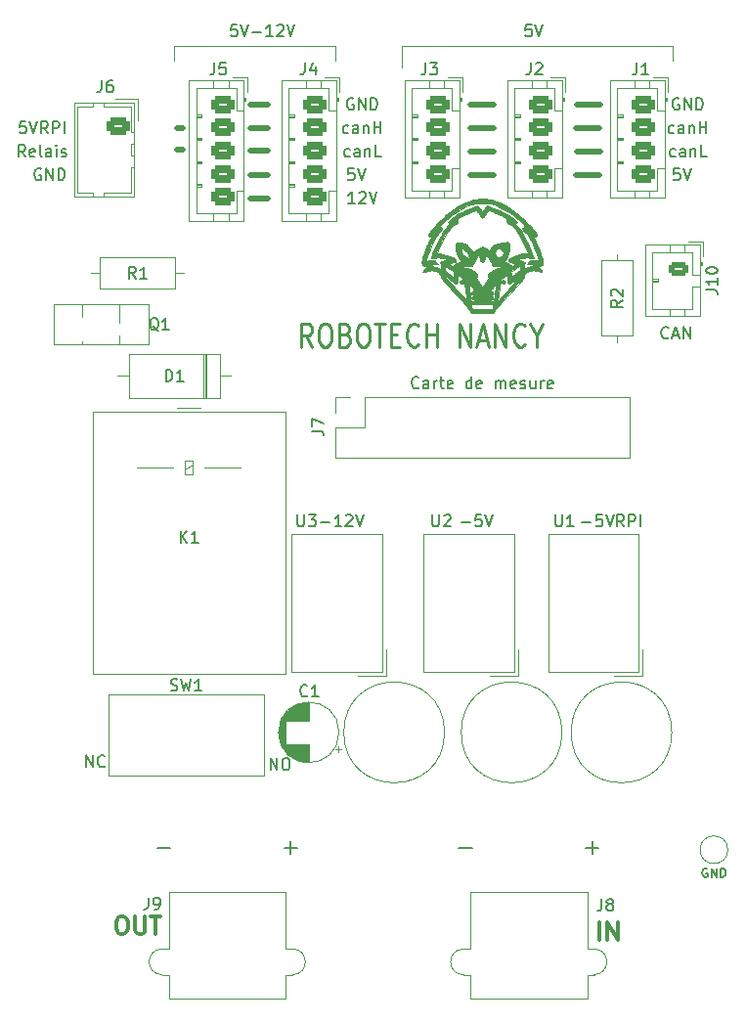
<source format=gbr>
%TF.GenerationSoftware,KiCad,Pcbnew,(6.0.0)*%
%TF.CreationDate,2022-05-13T18:08:34+02:00*%
%TF.ProjectId,Alimentation,416c696d-656e-4746-9174-696f6e2e6b69,rev?*%
%TF.SameCoordinates,Original*%
%TF.FileFunction,Legend,Top*%
%TF.FilePolarity,Positive*%
%FSLAX46Y46*%
G04 Gerber Fmt 4.6, Leading zero omitted, Abs format (unit mm)*
G04 Created by KiCad (PCBNEW (6.0.0)) date 2022-05-13 18:08:34*
%MOMM*%
%LPD*%
G01*
G04 APERTURE LIST*
G04 Aperture macros list*
%AMRoundRect*
0 Rectangle with rounded corners*
0 $1 Rounding radius*
0 $2 $3 $4 $5 $6 $7 $8 $9 X,Y pos of 4 corners*
0 Add a 4 corners polygon primitive as box body*
4,1,4,$2,$3,$4,$5,$6,$7,$8,$9,$2,$3,0*
0 Add four circle primitives for the rounded corners*
1,1,$1+$1,$2,$3*
1,1,$1+$1,$4,$5*
1,1,$1+$1,$6,$7*
1,1,$1+$1,$8,$9*
0 Add four rect primitives between the rounded corners*
20,1,$1+$1,$2,$3,$4,$5,0*
20,1,$1+$1,$4,$5,$6,$7,0*
20,1,$1+$1,$6,$7,$8,$9,0*
20,1,$1+$1,$8,$9,$2,$3,0*%
G04 Aperture macros list end*
%ADD10C,0.500000*%
%ADD11C,0.120000*%
%ADD12C,0.150000*%
%ADD13C,0.300000*%
%ADD14C,0.250000*%
%ADD15C,0.010000*%
%ADD16RoundRect,0.312500X-0.687500X0.437500X-0.687500X-0.437500X0.687500X-0.437500X0.687500X0.437500X0*%
%ADD17R,2.500000X2.500000*%
%ADD18O,2.500000X2.500000*%
%ADD19R,2.500000X1.500000*%
%ADD20O,2.500000X1.500000*%
%ADD21R,1.700000X1.700000*%
%ADD22O,1.700000X1.700000*%
%ADD23RoundRect,0.312500X0.687500X-0.437500X0.687500X0.437500X-0.687500X0.437500X-0.687500X-0.437500X0*%
%ADD24O,2.000000X1.500000*%
%ADD25R,2.400000X2.400000*%
%ADD26O,2.400000X2.400000*%
%ADD27C,2.000000*%
%ADD28C,3.200000*%
%ADD29C,1.400000*%
%ADD30R,3.500000X3.500000*%
%ADD31C,3.500000*%
%ADD32RoundRect,0.250000X-0.625000X0.350000X-0.625000X-0.350000X0.625000X-0.350000X0.625000X0.350000X0*%
%ADD33O,1.750000X1.200000*%
%ADD34R,1.800000X1.800000*%
%ADD35O,1.800000X1.800000*%
%ADD36R,1.600000X1.600000*%
%ADD37C,1.600000*%
%ADD38O,1.600000X4.000000*%
G04 APERTURE END LIST*
D10*
X137183020Y-46231170D02*
X139215020Y-46231170D01*
D11*
X122047000Y-43053000D02*
X122047000Y-41148000D01*
X122047000Y-41148000D02*
X145542000Y-41148000D01*
D10*
X108966000Y-52324000D02*
X110490000Y-52324000D01*
D11*
X116332000Y-41148000D02*
X102362000Y-41148000D01*
D10*
X108966000Y-48260000D02*
X110490000Y-48260000D01*
X137183020Y-50295170D02*
X139215020Y-50295170D01*
X102616000Y-50165000D02*
X103124000Y-50165000D01*
X127992980Y-48259999D02*
X130024980Y-48259999D01*
X108966000Y-50228000D02*
X110490000Y-50228000D01*
X128016000Y-50292000D02*
X130048000Y-50292000D01*
D11*
X145542000Y-41148000D02*
X145542000Y-42418000D01*
X116332000Y-42418000D02*
X116332000Y-41148000D01*
X102362000Y-41148000D02*
X102362000Y-42418000D01*
D10*
X127992980Y-52320830D02*
X130024980Y-52320830D01*
X137160000Y-52324000D02*
X139192000Y-52324000D01*
X108966000Y-46228000D02*
X110490000Y-46228000D01*
X137160000Y-48263169D02*
X139192000Y-48263169D01*
X108966000Y-54356000D02*
X110490000Y-54356000D01*
X128016000Y-46228000D02*
X130048000Y-46228000D01*
X102616000Y-48260000D02*
X103124000Y-48260000D01*
D12*
X117427523Y-48664761D02*
X117332285Y-48712380D01*
X117141809Y-48712380D01*
X117046571Y-48664761D01*
X116998952Y-48617142D01*
X116951333Y-48521904D01*
X116951333Y-48236190D01*
X116998952Y-48140952D01*
X117046571Y-48093333D01*
X117141809Y-48045714D01*
X117332285Y-48045714D01*
X117427523Y-48093333D01*
X118284666Y-48712380D02*
X118284666Y-48188571D01*
X118237047Y-48093333D01*
X118141809Y-48045714D01*
X117951333Y-48045714D01*
X117856095Y-48093333D01*
X118284666Y-48664761D02*
X118189428Y-48712380D01*
X117951333Y-48712380D01*
X117856095Y-48664761D01*
X117808476Y-48569523D01*
X117808476Y-48474285D01*
X117856095Y-48379047D01*
X117951333Y-48331428D01*
X118189428Y-48331428D01*
X118284666Y-48283809D01*
X118760857Y-48045714D02*
X118760857Y-48712380D01*
X118760857Y-48140952D02*
X118808476Y-48093333D01*
X118903714Y-48045714D01*
X119046571Y-48045714D01*
X119141809Y-48093333D01*
X119189428Y-48188571D01*
X119189428Y-48712380D01*
X119665619Y-48712380D02*
X119665619Y-47712380D01*
X119665619Y-48188571D02*
X120237047Y-48188571D01*
X120237047Y-48712380D02*
X120237047Y-47712380D01*
X148520797Y-112390328D02*
X148449368Y-112354613D01*
X148342226Y-112354613D01*
X148235083Y-112390328D01*
X148163654Y-112461756D01*
X148127940Y-112533185D01*
X148092226Y-112676042D01*
X148092226Y-112783185D01*
X148127940Y-112926042D01*
X148163654Y-112997470D01*
X148235083Y-113068899D01*
X148342226Y-113104613D01*
X148413654Y-113104613D01*
X148520797Y-113068899D01*
X148556511Y-113033185D01*
X148556511Y-112783185D01*
X148413654Y-112783185D01*
X148877940Y-113104613D02*
X148877940Y-112354613D01*
X149306511Y-113104613D01*
X149306511Y-112354613D01*
X149663654Y-113104613D02*
X149663654Y-112354613D01*
X149842226Y-112354613D01*
X149949368Y-112390328D01*
X150020797Y-112461756D01*
X150056511Y-112533185D01*
X150092226Y-112676042D01*
X150092226Y-112783185D01*
X150056511Y-112926042D01*
X150020797Y-112997470D01*
X149949368Y-113068899D01*
X149842226Y-113104613D01*
X149663654Y-113104613D01*
X145740571Y-50696761D02*
X145645333Y-50744380D01*
X145454857Y-50744380D01*
X145359619Y-50696761D01*
X145312000Y-50649142D01*
X145264380Y-50553904D01*
X145264380Y-50268190D01*
X145312000Y-50172952D01*
X145359619Y-50125333D01*
X145454857Y-50077714D01*
X145645333Y-50077714D01*
X145740571Y-50125333D01*
X146597714Y-50744380D02*
X146597714Y-50220571D01*
X146550095Y-50125333D01*
X146454857Y-50077714D01*
X146264380Y-50077714D01*
X146169142Y-50125333D01*
X146597714Y-50696761D02*
X146502476Y-50744380D01*
X146264380Y-50744380D01*
X146169142Y-50696761D01*
X146121523Y-50601523D01*
X146121523Y-50506285D01*
X146169142Y-50411047D01*
X146264380Y-50363428D01*
X146502476Y-50363428D01*
X146597714Y-50315809D01*
X147073904Y-50077714D02*
X147073904Y-50744380D01*
X147073904Y-50172952D02*
X147121523Y-50125333D01*
X147216761Y-50077714D01*
X147359619Y-50077714D01*
X147454857Y-50125333D01*
X147502476Y-50220571D01*
X147502476Y-50744380D01*
X148454857Y-50744380D02*
X147978666Y-50744380D01*
X147978666Y-49744380D01*
D13*
X139168285Y-118534571D02*
X139168285Y-117034571D01*
X139882571Y-118534571D02*
X139882571Y-117034571D01*
X140739714Y-118534571D01*
X140739714Y-117034571D01*
D12*
X115078095Y-82367428D02*
X115840000Y-82367428D01*
X116840000Y-82748380D02*
X116268571Y-82748380D01*
X116554285Y-82748380D02*
X116554285Y-81748380D01*
X116459047Y-81891238D01*
X116363809Y-81986476D01*
X116268571Y-82034095D01*
X117220952Y-81843619D02*
X117268571Y-81796000D01*
X117363809Y-81748380D01*
X117601904Y-81748380D01*
X117697142Y-81796000D01*
X117744761Y-81843619D01*
X117792380Y-81938857D01*
X117792380Y-82034095D01*
X117744761Y-82176952D01*
X117173333Y-82748380D01*
X117792380Y-82748380D01*
X118078095Y-81748380D02*
X118411428Y-82748380D01*
X118744761Y-81748380D01*
X117546571Y-50696761D02*
X117451333Y-50744380D01*
X117260857Y-50744380D01*
X117165619Y-50696761D01*
X117118000Y-50649142D01*
X117070380Y-50553904D01*
X117070380Y-50268190D01*
X117118000Y-50172952D01*
X117165619Y-50125333D01*
X117260857Y-50077714D01*
X117451333Y-50077714D01*
X117546571Y-50125333D01*
X118403714Y-50744380D02*
X118403714Y-50220571D01*
X118356095Y-50125333D01*
X118260857Y-50077714D01*
X118070380Y-50077714D01*
X117975142Y-50125333D01*
X118403714Y-50696761D02*
X118308476Y-50744380D01*
X118070380Y-50744380D01*
X117975142Y-50696761D01*
X117927523Y-50601523D01*
X117927523Y-50506285D01*
X117975142Y-50411047D01*
X118070380Y-50363428D01*
X118308476Y-50363428D01*
X118403714Y-50315809D01*
X118879904Y-50077714D02*
X118879904Y-50744380D01*
X118879904Y-50172952D02*
X118927523Y-50125333D01*
X119022761Y-50077714D01*
X119165619Y-50077714D01*
X119260857Y-50125333D01*
X119308476Y-50220571D01*
X119308476Y-50744380D01*
X120260857Y-50744380D02*
X119784666Y-50744380D01*
X119784666Y-49744380D01*
X94718285Y-103576380D02*
X94718285Y-102576380D01*
X95289714Y-103576380D01*
X95289714Y-102576380D01*
X96337333Y-103481142D02*
X96289714Y-103528761D01*
X96146857Y-103576380D01*
X96051619Y-103576380D01*
X95908761Y-103528761D01*
X95813523Y-103433523D01*
X95765904Y-103338285D01*
X95718285Y-103147809D01*
X95718285Y-103004952D01*
X95765904Y-102814476D01*
X95813523Y-102719238D01*
X95908761Y-102624000D01*
X96051619Y-102576380D01*
X96146857Y-102576380D01*
X96289714Y-102624000D01*
X96337333Y-102671619D01*
X89455809Y-50744380D02*
X89122476Y-50268190D01*
X88884380Y-50744380D02*
X88884380Y-49744380D01*
X89265333Y-49744380D01*
X89360571Y-49792000D01*
X89408190Y-49839619D01*
X89455809Y-49934857D01*
X89455809Y-50077714D01*
X89408190Y-50172952D01*
X89360571Y-50220571D01*
X89265333Y-50268190D01*
X88884380Y-50268190D01*
X90265333Y-50696761D02*
X90170095Y-50744380D01*
X89979619Y-50744380D01*
X89884380Y-50696761D01*
X89836761Y-50601523D01*
X89836761Y-50220571D01*
X89884380Y-50125333D01*
X89979619Y-50077714D01*
X90170095Y-50077714D01*
X90265333Y-50125333D01*
X90312952Y-50220571D01*
X90312952Y-50315809D01*
X89836761Y-50411047D01*
X90884380Y-50744380D02*
X90789142Y-50696761D01*
X90741523Y-50601523D01*
X90741523Y-49744380D01*
X91693904Y-50744380D02*
X91693904Y-50220571D01*
X91646285Y-50125333D01*
X91551047Y-50077714D01*
X91360571Y-50077714D01*
X91265333Y-50125333D01*
X91693904Y-50696761D02*
X91598666Y-50744380D01*
X91360571Y-50744380D01*
X91265333Y-50696761D01*
X91217714Y-50601523D01*
X91217714Y-50506285D01*
X91265333Y-50411047D01*
X91360571Y-50363428D01*
X91598666Y-50363428D01*
X91693904Y-50315809D01*
X92170095Y-50744380D02*
X92170095Y-50077714D01*
X92170095Y-49744380D02*
X92122476Y-49792000D01*
X92170095Y-49839619D01*
X92217714Y-49792000D01*
X92170095Y-49744380D01*
X92170095Y-49839619D01*
X92598666Y-50696761D02*
X92693904Y-50744380D01*
X92884380Y-50744380D01*
X92979619Y-50696761D01*
X93027238Y-50601523D01*
X93027238Y-50553904D01*
X92979619Y-50458666D01*
X92884380Y-50411047D01*
X92741523Y-50411047D01*
X92646285Y-50363428D01*
X92598666Y-50268190D01*
X92598666Y-50220571D01*
X92646285Y-50125333D01*
X92741523Y-50077714D01*
X92884380Y-50077714D01*
X92979619Y-50125333D01*
X145153142Y-66397142D02*
X145105523Y-66444761D01*
X144962666Y-66492380D01*
X144867428Y-66492380D01*
X144724571Y-66444761D01*
X144629333Y-66349523D01*
X144581714Y-66254285D01*
X144534095Y-66063809D01*
X144534095Y-65920952D01*
X144581714Y-65730476D01*
X144629333Y-65635238D01*
X144724571Y-65540000D01*
X144867428Y-65492380D01*
X144962666Y-65492380D01*
X145105523Y-65540000D01*
X145153142Y-65587619D01*
X145534095Y-66206666D02*
X146010285Y-66206666D01*
X145438857Y-66492380D02*
X145772190Y-65492380D01*
X146105523Y-66492380D01*
X146438857Y-66492380D02*
X146438857Y-65492380D01*
X147010285Y-66492380D01*
X147010285Y-65492380D01*
X90805095Y-51824000D02*
X90709857Y-51776380D01*
X90567000Y-51776380D01*
X90424142Y-51824000D01*
X90328904Y-51919238D01*
X90281285Y-52014476D01*
X90233666Y-52204952D01*
X90233666Y-52347809D01*
X90281285Y-52538285D01*
X90328904Y-52633523D01*
X90424142Y-52728761D01*
X90567000Y-52776380D01*
X90662238Y-52776380D01*
X90805095Y-52728761D01*
X90852714Y-52681142D01*
X90852714Y-52347809D01*
X90662238Y-52347809D01*
X91281285Y-52776380D02*
X91281285Y-51776380D01*
X91852714Y-52776380D01*
X91852714Y-51776380D01*
X92328904Y-52776380D02*
X92328904Y-51776380D01*
X92567000Y-51776380D01*
X92709857Y-51824000D01*
X92805095Y-51919238D01*
X92852714Y-52014476D01*
X92900333Y-52204952D01*
X92900333Y-52347809D01*
X92852714Y-52538285D01*
X92805095Y-52633523D01*
X92709857Y-52728761D01*
X92567000Y-52776380D01*
X92328904Y-52776380D01*
X137684190Y-82367428D02*
X138446095Y-82367428D01*
X139398476Y-81748380D02*
X138922285Y-81748380D01*
X138874666Y-82224571D01*
X138922285Y-82176952D01*
X139017523Y-82129333D01*
X139255619Y-82129333D01*
X139350857Y-82176952D01*
X139398476Y-82224571D01*
X139446095Y-82319809D01*
X139446095Y-82557904D01*
X139398476Y-82653142D01*
X139350857Y-82700761D01*
X139255619Y-82748380D01*
X139017523Y-82748380D01*
X138922285Y-82700761D01*
X138874666Y-82653142D01*
X139731809Y-81748380D02*
X140065142Y-82748380D01*
X140398476Y-81748380D01*
X141303238Y-82748380D02*
X140969904Y-82272190D01*
X140731809Y-82748380D02*
X140731809Y-81748380D01*
X141112761Y-81748380D01*
X141208000Y-81796000D01*
X141255619Y-81843619D01*
X141303238Y-81938857D01*
X141303238Y-82081714D01*
X141255619Y-82176952D01*
X141208000Y-82224571D01*
X141112761Y-82272190D01*
X140731809Y-82272190D01*
X141731809Y-82748380D02*
X141731809Y-81748380D01*
X142112761Y-81748380D01*
X142208000Y-81796000D01*
X142255619Y-81843619D01*
X142303238Y-81938857D01*
X142303238Y-82081714D01*
X142255619Y-82176952D01*
X142208000Y-82224571D01*
X142112761Y-82272190D01*
X141731809Y-82272190D01*
X142731809Y-82748380D02*
X142731809Y-81748380D01*
D13*
X97687000Y-116526571D02*
X97972714Y-116526571D01*
X98115571Y-116598000D01*
X98258428Y-116740857D01*
X98329857Y-117026571D01*
X98329857Y-117526571D01*
X98258428Y-117812285D01*
X98115571Y-117955142D01*
X97972714Y-118026571D01*
X97687000Y-118026571D01*
X97544142Y-117955142D01*
X97401285Y-117812285D01*
X97329857Y-117526571D01*
X97329857Y-117026571D01*
X97401285Y-116740857D01*
X97544142Y-116598000D01*
X97687000Y-116526571D01*
X98972714Y-116526571D02*
X98972714Y-117740857D01*
X99044142Y-117883714D01*
X99115571Y-117955142D01*
X99258428Y-118026571D01*
X99544142Y-118026571D01*
X99687000Y-117955142D01*
X99758428Y-117883714D01*
X99829857Y-117740857D01*
X99829857Y-116526571D01*
X100329857Y-116526571D02*
X101187000Y-116526571D01*
X100758428Y-118026571D02*
X100758428Y-116526571D01*
D12*
X117919523Y-51776380D02*
X117443333Y-51776380D01*
X117395714Y-52252571D01*
X117443333Y-52204952D01*
X117538571Y-52157333D01*
X117776666Y-52157333D01*
X117871904Y-52204952D01*
X117919523Y-52252571D01*
X117967142Y-52347809D01*
X117967142Y-52585904D01*
X117919523Y-52681142D01*
X117871904Y-52728761D01*
X117776666Y-52776380D01*
X117538571Y-52776380D01*
X117443333Y-52728761D01*
X117395714Y-52681142D01*
X118252857Y-51776380D02*
X118586190Y-52776380D01*
X118919523Y-51776380D01*
X117998952Y-54808380D02*
X117427523Y-54808380D01*
X117713238Y-54808380D02*
X117713238Y-53808380D01*
X117618000Y-53951238D01*
X117522761Y-54046476D01*
X117427523Y-54094095D01*
X118379904Y-53903619D02*
X118427523Y-53856000D01*
X118522761Y-53808380D01*
X118760857Y-53808380D01*
X118856095Y-53856000D01*
X118903714Y-53903619D01*
X118951333Y-53998857D01*
X118951333Y-54094095D01*
X118903714Y-54236952D01*
X118332285Y-54808380D01*
X118951333Y-54808380D01*
X119237047Y-53808380D02*
X119570380Y-54808380D01*
X119903714Y-53808380D01*
X133286523Y-39330380D02*
X132810333Y-39330380D01*
X132762714Y-39806571D01*
X132810333Y-39758952D01*
X132905571Y-39711333D01*
X133143666Y-39711333D01*
X133238904Y-39758952D01*
X133286523Y-39806571D01*
X133334142Y-39901809D01*
X133334142Y-40139904D01*
X133286523Y-40235142D01*
X133238904Y-40282761D01*
X133143666Y-40330380D01*
X132905571Y-40330380D01*
X132810333Y-40282761D01*
X132762714Y-40235142D01*
X133619857Y-39330380D02*
X133953190Y-40330380D01*
X134286523Y-39330380D01*
X110696476Y-103830380D02*
X110696476Y-102830380D01*
X111267904Y-103830380D01*
X111267904Y-102830380D01*
X111934571Y-102830380D02*
X112125047Y-102830380D01*
X112220285Y-102878000D01*
X112315523Y-102973238D01*
X112363142Y-103163714D01*
X112363142Y-103497047D01*
X112315523Y-103687523D01*
X112220285Y-103782761D01*
X112125047Y-103830380D01*
X111934571Y-103830380D01*
X111839333Y-103782761D01*
X111744095Y-103687523D01*
X111696476Y-103497047D01*
X111696476Y-103163714D01*
X111744095Y-102973238D01*
X111839333Y-102878000D01*
X111934571Y-102830380D01*
X146050095Y-45728000D02*
X145954857Y-45680380D01*
X145812000Y-45680380D01*
X145669142Y-45728000D01*
X145573904Y-45823238D01*
X145526285Y-45918476D01*
X145478666Y-46108952D01*
X145478666Y-46251809D01*
X145526285Y-46442285D01*
X145573904Y-46537523D01*
X145669142Y-46632761D01*
X145812000Y-46680380D01*
X145907238Y-46680380D01*
X146050095Y-46632761D01*
X146097714Y-46585142D01*
X146097714Y-46251809D01*
X145907238Y-46251809D01*
X146526285Y-46680380D02*
X146526285Y-45680380D01*
X147097714Y-46680380D01*
X147097714Y-45680380D01*
X147573904Y-46680380D02*
X147573904Y-45680380D01*
X147812000Y-45680380D01*
X147954857Y-45728000D01*
X148050095Y-45823238D01*
X148097714Y-45918476D01*
X148145333Y-46108952D01*
X148145333Y-46251809D01*
X148097714Y-46442285D01*
X148050095Y-46537523D01*
X147954857Y-46632761D01*
X147812000Y-46680380D01*
X147573904Y-46680380D01*
X123532000Y-70715142D02*
X123484380Y-70762761D01*
X123341523Y-70810380D01*
X123246285Y-70810380D01*
X123103428Y-70762761D01*
X123008190Y-70667523D01*
X122960571Y-70572285D01*
X122912952Y-70381809D01*
X122912952Y-70238952D01*
X122960571Y-70048476D01*
X123008190Y-69953238D01*
X123103428Y-69858000D01*
X123246285Y-69810380D01*
X123341523Y-69810380D01*
X123484380Y-69858000D01*
X123532000Y-69905619D01*
X124389142Y-70810380D02*
X124389142Y-70286571D01*
X124341523Y-70191333D01*
X124246285Y-70143714D01*
X124055809Y-70143714D01*
X123960571Y-70191333D01*
X124389142Y-70762761D02*
X124293904Y-70810380D01*
X124055809Y-70810380D01*
X123960571Y-70762761D01*
X123912952Y-70667523D01*
X123912952Y-70572285D01*
X123960571Y-70477047D01*
X124055809Y-70429428D01*
X124293904Y-70429428D01*
X124389142Y-70381809D01*
X124865333Y-70810380D02*
X124865333Y-70143714D01*
X124865333Y-70334190D02*
X124912952Y-70238952D01*
X124960571Y-70191333D01*
X125055809Y-70143714D01*
X125151047Y-70143714D01*
X125341523Y-70143714D02*
X125722476Y-70143714D01*
X125484380Y-69810380D02*
X125484380Y-70667523D01*
X125532000Y-70762761D01*
X125627238Y-70810380D01*
X125722476Y-70810380D01*
X126436761Y-70762761D02*
X126341523Y-70810380D01*
X126151047Y-70810380D01*
X126055809Y-70762761D01*
X126008190Y-70667523D01*
X126008190Y-70286571D01*
X126055809Y-70191333D01*
X126151047Y-70143714D01*
X126341523Y-70143714D01*
X126436761Y-70191333D01*
X126484380Y-70286571D01*
X126484380Y-70381809D01*
X126008190Y-70477047D01*
X128103428Y-70810380D02*
X128103428Y-69810380D01*
X128103428Y-70762761D02*
X128008190Y-70810380D01*
X127817714Y-70810380D01*
X127722476Y-70762761D01*
X127674857Y-70715142D01*
X127627238Y-70619904D01*
X127627238Y-70334190D01*
X127674857Y-70238952D01*
X127722476Y-70191333D01*
X127817714Y-70143714D01*
X128008190Y-70143714D01*
X128103428Y-70191333D01*
X128960571Y-70762761D02*
X128865333Y-70810380D01*
X128674857Y-70810380D01*
X128579619Y-70762761D01*
X128532000Y-70667523D01*
X128532000Y-70286571D01*
X128579619Y-70191333D01*
X128674857Y-70143714D01*
X128865333Y-70143714D01*
X128960571Y-70191333D01*
X129008190Y-70286571D01*
X129008190Y-70381809D01*
X128532000Y-70477047D01*
X130198666Y-70810380D02*
X130198666Y-70143714D01*
X130198666Y-70238952D02*
X130246285Y-70191333D01*
X130341523Y-70143714D01*
X130484380Y-70143714D01*
X130579619Y-70191333D01*
X130627238Y-70286571D01*
X130627238Y-70810380D01*
X130627238Y-70286571D02*
X130674857Y-70191333D01*
X130770095Y-70143714D01*
X130912952Y-70143714D01*
X131008190Y-70191333D01*
X131055809Y-70286571D01*
X131055809Y-70810380D01*
X131912952Y-70762761D02*
X131817714Y-70810380D01*
X131627238Y-70810380D01*
X131532000Y-70762761D01*
X131484380Y-70667523D01*
X131484380Y-70286571D01*
X131532000Y-70191333D01*
X131627238Y-70143714D01*
X131817714Y-70143714D01*
X131912952Y-70191333D01*
X131960571Y-70286571D01*
X131960571Y-70381809D01*
X131484380Y-70477047D01*
X132341523Y-70762761D02*
X132436761Y-70810380D01*
X132627238Y-70810380D01*
X132722476Y-70762761D01*
X132770095Y-70667523D01*
X132770095Y-70619904D01*
X132722476Y-70524666D01*
X132627238Y-70477047D01*
X132484380Y-70477047D01*
X132389142Y-70429428D01*
X132341523Y-70334190D01*
X132341523Y-70286571D01*
X132389142Y-70191333D01*
X132484380Y-70143714D01*
X132627238Y-70143714D01*
X132722476Y-70191333D01*
X133627238Y-70143714D02*
X133627238Y-70810380D01*
X133198666Y-70143714D02*
X133198666Y-70667523D01*
X133246285Y-70762761D01*
X133341523Y-70810380D01*
X133484380Y-70810380D01*
X133579619Y-70762761D01*
X133627238Y-70715142D01*
X134103428Y-70810380D02*
X134103428Y-70143714D01*
X134103428Y-70334190D02*
X134151047Y-70238952D01*
X134198666Y-70191333D01*
X134293904Y-70143714D01*
X134389142Y-70143714D01*
X135103428Y-70762761D02*
X135008190Y-70810380D01*
X134817714Y-70810380D01*
X134722476Y-70762761D01*
X134674857Y-70667523D01*
X134674857Y-70286571D01*
X134722476Y-70191333D01*
X134817714Y-70143714D01*
X135008190Y-70143714D01*
X135103428Y-70191333D01*
X135151047Y-70286571D01*
X135151047Y-70381809D01*
X134674857Y-70477047D01*
X127238285Y-82367428D02*
X128000190Y-82367428D01*
X128952571Y-81748380D02*
X128476380Y-81748380D01*
X128428761Y-82224571D01*
X128476380Y-82176952D01*
X128571619Y-82129333D01*
X128809714Y-82129333D01*
X128904952Y-82176952D01*
X128952571Y-82224571D01*
X129000190Y-82319809D01*
X129000190Y-82557904D01*
X128952571Y-82653142D01*
X128904952Y-82700761D01*
X128809714Y-82748380D01*
X128571619Y-82748380D01*
X128476380Y-82700761D01*
X128428761Y-82653142D01*
X129285904Y-81748380D02*
X129619238Y-82748380D01*
X129952571Y-81748380D01*
X145621523Y-48664761D02*
X145526285Y-48712380D01*
X145335809Y-48712380D01*
X145240571Y-48664761D01*
X145192952Y-48617142D01*
X145145333Y-48521904D01*
X145145333Y-48236190D01*
X145192952Y-48140952D01*
X145240571Y-48093333D01*
X145335809Y-48045714D01*
X145526285Y-48045714D01*
X145621523Y-48093333D01*
X146478666Y-48712380D02*
X146478666Y-48188571D01*
X146431047Y-48093333D01*
X146335809Y-48045714D01*
X146145333Y-48045714D01*
X146050095Y-48093333D01*
X146478666Y-48664761D02*
X146383428Y-48712380D01*
X146145333Y-48712380D01*
X146050095Y-48664761D01*
X146002476Y-48569523D01*
X146002476Y-48474285D01*
X146050095Y-48379047D01*
X146145333Y-48331428D01*
X146383428Y-48331428D01*
X146478666Y-48283809D01*
X146954857Y-48045714D02*
X146954857Y-48712380D01*
X146954857Y-48140952D02*
X147002476Y-48093333D01*
X147097714Y-48045714D01*
X147240571Y-48045714D01*
X147335809Y-48093333D01*
X147383428Y-48188571D01*
X147383428Y-48712380D01*
X147859619Y-48712380D02*
X147859619Y-47712380D01*
X147859619Y-48188571D02*
X148431047Y-48188571D01*
X148431047Y-48712380D02*
X148431047Y-47712380D01*
X107791523Y-39330380D02*
X107315333Y-39330380D01*
X107267714Y-39806571D01*
X107315333Y-39758952D01*
X107410571Y-39711333D01*
X107648666Y-39711333D01*
X107743904Y-39758952D01*
X107791523Y-39806571D01*
X107839142Y-39901809D01*
X107839142Y-40139904D01*
X107791523Y-40235142D01*
X107743904Y-40282761D01*
X107648666Y-40330380D01*
X107410571Y-40330380D01*
X107315333Y-40282761D01*
X107267714Y-40235142D01*
X108124857Y-39330380D02*
X108458190Y-40330380D01*
X108791523Y-39330380D01*
X109124857Y-39949428D02*
X109886761Y-39949428D01*
X110886761Y-40330380D02*
X110315333Y-40330380D01*
X110601047Y-40330380D02*
X110601047Y-39330380D01*
X110505809Y-39473238D01*
X110410571Y-39568476D01*
X110315333Y-39616095D01*
X111267714Y-39425619D02*
X111315333Y-39378000D01*
X111410571Y-39330380D01*
X111648666Y-39330380D01*
X111743904Y-39378000D01*
X111791523Y-39425619D01*
X111839142Y-39520857D01*
X111839142Y-39616095D01*
X111791523Y-39758952D01*
X111220095Y-40330380D01*
X111839142Y-40330380D01*
X112124857Y-39330380D02*
X112458190Y-40330380D01*
X112791523Y-39330380D01*
D14*
X114288476Y-67198761D02*
X113755142Y-66246380D01*
X113374190Y-67198761D02*
X113374190Y-65198761D01*
X113983714Y-65198761D01*
X114136095Y-65294000D01*
X114212285Y-65389238D01*
X114288476Y-65579714D01*
X114288476Y-65865428D01*
X114212285Y-66055904D01*
X114136095Y-66151142D01*
X113983714Y-66246380D01*
X113374190Y-66246380D01*
X115278952Y-65198761D02*
X115583714Y-65198761D01*
X115736095Y-65294000D01*
X115888476Y-65484476D01*
X115964666Y-65865428D01*
X115964666Y-66532095D01*
X115888476Y-66913047D01*
X115736095Y-67103523D01*
X115583714Y-67198761D01*
X115278952Y-67198761D01*
X115126571Y-67103523D01*
X114974190Y-66913047D01*
X114898000Y-66532095D01*
X114898000Y-65865428D01*
X114974190Y-65484476D01*
X115126571Y-65294000D01*
X115278952Y-65198761D01*
X117183714Y-66151142D02*
X117412285Y-66246380D01*
X117488476Y-66341619D01*
X117564666Y-66532095D01*
X117564666Y-66817809D01*
X117488476Y-67008285D01*
X117412285Y-67103523D01*
X117259904Y-67198761D01*
X116650380Y-67198761D01*
X116650380Y-65198761D01*
X117183714Y-65198761D01*
X117336095Y-65294000D01*
X117412285Y-65389238D01*
X117488476Y-65579714D01*
X117488476Y-65770190D01*
X117412285Y-65960666D01*
X117336095Y-66055904D01*
X117183714Y-66151142D01*
X116650380Y-66151142D01*
X118555142Y-65198761D02*
X118859904Y-65198761D01*
X119012285Y-65294000D01*
X119164666Y-65484476D01*
X119240857Y-65865428D01*
X119240857Y-66532095D01*
X119164666Y-66913047D01*
X119012285Y-67103523D01*
X118859904Y-67198761D01*
X118555142Y-67198761D01*
X118402761Y-67103523D01*
X118250380Y-66913047D01*
X118174190Y-66532095D01*
X118174190Y-65865428D01*
X118250380Y-65484476D01*
X118402761Y-65294000D01*
X118555142Y-65198761D01*
X119698000Y-65198761D02*
X120612285Y-65198761D01*
X120155142Y-67198761D02*
X120155142Y-65198761D01*
X121145619Y-66151142D02*
X121678952Y-66151142D01*
X121907523Y-67198761D02*
X121145619Y-67198761D01*
X121145619Y-65198761D01*
X121907523Y-65198761D01*
X123507523Y-67008285D02*
X123431333Y-67103523D01*
X123202761Y-67198761D01*
X123050380Y-67198761D01*
X122821809Y-67103523D01*
X122669428Y-66913047D01*
X122593238Y-66722571D01*
X122517047Y-66341619D01*
X122517047Y-66055904D01*
X122593238Y-65674952D01*
X122669428Y-65484476D01*
X122821809Y-65294000D01*
X123050380Y-65198761D01*
X123202761Y-65198761D01*
X123431333Y-65294000D01*
X123507523Y-65389238D01*
X124193238Y-67198761D02*
X124193238Y-65198761D01*
X124193238Y-66151142D02*
X125107523Y-66151142D01*
X125107523Y-67198761D02*
X125107523Y-65198761D01*
X127088476Y-67198761D02*
X127088476Y-65198761D01*
X128002761Y-67198761D01*
X128002761Y-65198761D01*
X128688476Y-66627333D02*
X129450380Y-66627333D01*
X128536095Y-67198761D02*
X129069428Y-65198761D01*
X129602761Y-67198761D01*
X130136095Y-67198761D02*
X130136095Y-65198761D01*
X131050380Y-67198761D01*
X131050380Y-65198761D01*
X132726571Y-67008285D02*
X132650380Y-67103523D01*
X132421809Y-67198761D01*
X132269428Y-67198761D01*
X132040857Y-67103523D01*
X131888476Y-66913047D01*
X131812285Y-66722571D01*
X131736095Y-66341619D01*
X131736095Y-66055904D01*
X131812285Y-65674952D01*
X131888476Y-65484476D01*
X132040857Y-65294000D01*
X132269428Y-65198761D01*
X132421809Y-65198761D01*
X132650380Y-65294000D01*
X132726571Y-65389238D01*
X133717047Y-66246380D02*
X133717047Y-67198761D01*
X133183714Y-65198761D02*
X133717047Y-66246380D01*
X134250380Y-65198761D01*
D12*
X146113523Y-51776380D02*
X145637333Y-51776380D01*
X145589714Y-52252571D01*
X145637333Y-52204952D01*
X145732571Y-52157333D01*
X145970666Y-52157333D01*
X146065904Y-52204952D01*
X146113523Y-52252571D01*
X146161142Y-52347809D01*
X146161142Y-52585904D01*
X146113523Y-52681142D01*
X146065904Y-52728761D01*
X145970666Y-52776380D01*
X145732571Y-52776380D01*
X145637333Y-52728761D01*
X145589714Y-52681142D01*
X146446857Y-51776380D02*
X146780190Y-52776380D01*
X147113523Y-51776380D01*
X89503428Y-47712380D02*
X89027238Y-47712380D01*
X88979619Y-48188571D01*
X89027238Y-48140952D01*
X89122476Y-48093333D01*
X89360571Y-48093333D01*
X89455809Y-48140952D01*
X89503428Y-48188571D01*
X89551047Y-48283809D01*
X89551047Y-48521904D01*
X89503428Y-48617142D01*
X89455809Y-48664761D01*
X89360571Y-48712380D01*
X89122476Y-48712380D01*
X89027238Y-48664761D01*
X88979619Y-48617142D01*
X89836761Y-47712380D02*
X90170095Y-48712380D01*
X90503428Y-47712380D01*
X91408190Y-48712380D02*
X91074857Y-48236190D01*
X90836761Y-48712380D02*
X90836761Y-47712380D01*
X91217714Y-47712380D01*
X91312952Y-47760000D01*
X91360571Y-47807619D01*
X91408190Y-47902857D01*
X91408190Y-48045714D01*
X91360571Y-48140952D01*
X91312952Y-48188571D01*
X91217714Y-48236190D01*
X90836761Y-48236190D01*
X91836761Y-48712380D02*
X91836761Y-47712380D01*
X92217714Y-47712380D01*
X92312952Y-47760000D01*
X92360571Y-47807619D01*
X92408190Y-47902857D01*
X92408190Y-48045714D01*
X92360571Y-48140952D01*
X92312952Y-48188571D01*
X92217714Y-48236190D01*
X91836761Y-48236190D01*
X92836761Y-48712380D02*
X92836761Y-47712380D01*
X117856095Y-45728000D02*
X117760857Y-45680380D01*
X117618000Y-45680380D01*
X117475142Y-45728000D01*
X117379904Y-45823238D01*
X117332285Y-45918476D01*
X117284666Y-46108952D01*
X117284666Y-46251809D01*
X117332285Y-46442285D01*
X117379904Y-46537523D01*
X117475142Y-46632761D01*
X117618000Y-46680380D01*
X117713238Y-46680380D01*
X117856095Y-46632761D01*
X117903714Y-46585142D01*
X117903714Y-46251809D01*
X117713238Y-46251809D01*
X118332285Y-46680380D02*
X118332285Y-45680380D01*
X118903714Y-46680380D01*
X118903714Y-45680380D01*
X119379904Y-46680380D02*
X119379904Y-45680380D01*
X119618000Y-45680380D01*
X119760857Y-45728000D01*
X119856095Y-45823238D01*
X119903714Y-45918476D01*
X119951333Y-46108952D01*
X119951333Y-46251809D01*
X119903714Y-46442285D01*
X119856095Y-46537523D01*
X119760857Y-46632761D01*
X119618000Y-46680380D01*
X119379904Y-46680380D01*
%TO.C,J1*%
X142414666Y-42632380D02*
X142414666Y-43346666D01*
X142367047Y-43489523D01*
X142271809Y-43584761D01*
X142128952Y-43632380D01*
X142033714Y-43632380D01*
X143414666Y-43632380D02*
X142843238Y-43632380D01*
X143128952Y-43632380D02*
X143128952Y-42632380D01*
X143033714Y-42775238D01*
X142938476Y-42870476D01*
X142843238Y-42918095D01*
%TO.C,J2*%
X133228666Y-42632380D02*
X133228666Y-43346666D01*
X133181047Y-43489523D01*
X133085809Y-43584761D01*
X132942952Y-43632380D01*
X132847714Y-43632380D01*
X133657238Y-42727619D02*
X133704857Y-42680000D01*
X133800095Y-42632380D01*
X134038190Y-42632380D01*
X134133428Y-42680000D01*
X134181047Y-42727619D01*
X134228666Y-42822857D01*
X134228666Y-42918095D01*
X134181047Y-43060952D01*
X133609619Y-43632380D01*
X134228666Y-43632380D01*
%TO.C,J3*%
X124126666Y-42632380D02*
X124126666Y-43346666D01*
X124079047Y-43489523D01*
X123983809Y-43584761D01*
X123840952Y-43632380D01*
X123745714Y-43632380D01*
X124507619Y-42632380D02*
X125126666Y-42632380D01*
X124793333Y-43013333D01*
X124936190Y-43013333D01*
X125031428Y-43060952D01*
X125079047Y-43108571D01*
X125126666Y-43203809D01*
X125126666Y-43441904D01*
X125079047Y-43537142D01*
X125031428Y-43584761D01*
X124936190Y-43632380D01*
X124650476Y-43632380D01*
X124555238Y-43584761D01*
X124507619Y-43537142D01*
%TO.C,J4*%
X113670666Y-42632380D02*
X113670666Y-43346666D01*
X113623047Y-43489523D01*
X113527809Y-43584761D01*
X113384952Y-43632380D01*
X113289714Y-43632380D01*
X114575428Y-42965714D02*
X114575428Y-43632380D01*
X114337333Y-42584761D02*
X114099238Y-43299047D01*
X114718285Y-43299047D01*
%TO.C,J5*%
X105838666Y-42632380D02*
X105838666Y-43346666D01*
X105791047Y-43489523D01*
X105695809Y-43584761D01*
X105552952Y-43632380D01*
X105457714Y-43632380D01*
X106791047Y-42632380D02*
X106314857Y-42632380D01*
X106267238Y-43108571D01*
X106314857Y-43060952D01*
X106410095Y-43013333D01*
X106648190Y-43013333D01*
X106743428Y-43060952D01*
X106791047Y-43108571D01*
X106838666Y-43203809D01*
X106838666Y-43441904D01*
X106791047Y-43537142D01*
X106743428Y-43584761D01*
X106648190Y-43632380D01*
X106410095Y-43632380D01*
X106314857Y-43584761D01*
X106267238Y-43537142D01*
%TO.C,K1*%
X102893904Y-84145380D02*
X102893904Y-83145380D01*
X103465333Y-84145380D02*
X103036761Y-83573952D01*
X103465333Y-83145380D02*
X102893904Y-83716809D01*
X104417714Y-84145380D02*
X103846285Y-84145380D01*
X104132000Y-84145380D02*
X104132000Y-83145380D01*
X104036761Y-83288238D01*
X103941523Y-83383476D01*
X103846285Y-83431095D01*
%TO.C,U2*%
X124714095Y-81748380D02*
X124714095Y-82557904D01*
X124761714Y-82653142D01*
X124809333Y-82700761D01*
X124904571Y-82748380D01*
X125095047Y-82748380D01*
X125190285Y-82700761D01*
X125237904Y-82653142D01*
X125285523Y-82557904D01*
X125285523Y-81748380D01*
X125714095Y-81843619D02*
X125761714Y-81796000D01*
X125856952Y-81748380D01*
X126095047Y-81748380D01*
X126190285Y-81796000D01*
X126237904Y-81843619D01*
X126285523Y-81938857D01*
X126285523Y-82034095D01*
X126237904Y-82176952D01*
X125666476Y-82748380D01*
X126285523Y-82748380D01*
%TO.C,U3*%
X113030095Y-81748380D02*
X113030095Y-82557904D01*
X113077714Y-82653142D01*
X113125333Y-82700761D01*
X113220571Y-82748380D01*
X113411047Y-82748380D01*
X113506285Y-82700761D01*
X113553904Y-82653142D01*
X113601523Y-82557904D01*
X113601523Y-81748380D01*
X113982476Y-81748380D02*
X114601523Y-81748380D01*
X114268190Y-82129333D01*
X114411047Y-82129333D01*
X114506285Y-82176952D01*
X114553904Y-82224571D01*
X114601523Y-82319809D01*
X114601523Y-82557904D01*
X114553904Y-82653142D01*
X114506285Y-82700761D01*
X114411047Y-82748380D01*
X114125333Y-82748380D01*
X114030095Y-82700761D01*
X113982476Y-82653142D01*
%TO.C,J7*%
X114284380Y-74501333D02*
X114998666Y-74501333D01*
X115141523Y-74548952D01*
X115236761Y-74644190D01*
X115284380Y-74787047D01*
X115284380Y-74882285D01*
X114284380Y-74120380D02*
X114284380Y-73453714D01*
X115284380Y-73882285D01*
%TO.C,J6*%
X96059666Y-44156380D02*
X96059666Y-44870666D01*
X96012047Y-45013523D01*
X95916809Y-45108761D01*
X95773952Y-45156380D01*
X95678714Y-45156380D01*
X96964428Y-44156380D02*
X96773952Y-44156380D01*
X96678714Y-44204000D01*
X96631095Y-44251619D01*
X96535857Y-44394476D01*
X96488238Y-44584952D01*
X96488238Y-44965904D01*
X96535857Y-45061142D01*
X96583476Y-45108761D01*
X96678714Y-45156380D01*
X96869190Y-45156380D01*
X96964428Y-45108761D01*
X97012047Y-45061142D01*
X97059666Y-44965904D01*
X97059666Y-44727809D01*
X97012047Y-44632571D01*
X96964428Y-44584952D01*
X96869190Y-44537333D01*
X96678714Y-44537333D01*
X96583476Y-44584952D01*
X96535857Y-44632571D01*
X96488238Y-44727809D01*
%TO.C,D1*%
X101623904Y-70175380D02*
X101623904Y-69175380D01*
X101862000Y-69175380D01*
X102004857Y-69223000D01*
X102100095Y-69318238D01*
X102147714Y-69413476D01*
X102195333Y-69603952D01*
X102195333Y-69746809D01*
X102147714Y-69937285D01*
X102100095Y-70032523D01*
X102004857Y-70127761D01*
X101862000Y-70175380D01*
X101623904Y-70175380D01*
X103147714Y-70175380D02*
X102576285Y-70175380D01*
X102862000Y-70175380D02*
X102862000Y-69175380D01*
X102766761Y-69318238D01*
X102671523Y-69413476D01*
X102576285Y-69461095D01*
%TO.C,U1*%
X135382095Y-81748380D02*
X135382095Y-82557904D01*
X135429714Y-82653142D01*
X135477333Y-82700761D01*
X135572571Y-82748380D01*
X135763047Y-82748380D01*
X135858285Y-82700761D01*
X135905904Y-82653142D01*
X135953523Y-82557904D01*
X135953523Y-81748380D01*
X136953523Y-82748380D02*
X136382095Y-82748380D01*
X136667809Y-82748380D02*
X136667809Y-81748380D01*
X136572571Y-81891238D01*
X136477333Y-81986476D01*
X136382095Y-82034095D01*
%TO.C,R1*%
X99020333Y-61285380D02*
X98687000Y-60809190D01*
X98448904Y-61285380D02*
X98448904Y-60285380D01*
X98829857Y-60285380D01*
X98925095Y-60333000D01*
X98972714Y-60380619D01*
X99020333Y-60475857D01*
X99020333Y-60618714D01*
X98972714Y-60713952D01*
X98925095Y-60761571D01*
X98829857Y-60809190D01*
X98448904Y-60809190D01*
X99972714Y-61285380D02*
X99401285Y-61285380D01*
X99687000Y-61285380D02*
X99687000Y-60285380D01*
X99591761Y-60428238D01*
X99496523Y-60523476D01*
X99401285Y-60571095D01*
%TO.C,J8*%
X139366666Y-115022380D02*
X139366666Y-115736666D01*
X139319047Y-115879523D01*
X139223809Y-115974761D01*
X139080952Y-116022380D01*
X138985714Y-116022380D01*
X139985714Y-115450952D02*
X139890476Y-115403333D01*
X139842857Y-115355714D01*
X139795238Y-115260476D01*
X139795238Y-115212857D01*
X139842857Y-115117619D01*
X139890476Y-115070000D01*
X139985714Y-115022380D01*
X140176190Y-115022380D01*
X140271428Y-115070000D01*
X140319047Y-115117619D01*
X140366666Y-115212857D01*
X140366666Y-115260476D01*
X140319047Y-115355714D01*
X140271428Y-115403333D01*
X140176190Y-115450952D01*
X139985714Y-115450952D01*
X139890476Y-115498571D01*
X139842857Y-115546190D01*
X139795238Y-115641428D01*
X139795238Y-115831904D01*
X139842857Y-115927142D01*
X139890476Y-115974761D01*
X139985714Y-116022380D01*
X140176190Y-116022380D01*
X140271428Y-115974761D01*
X140319047Y-115927142D01*
X140366666Y-115831904D01*
X140366666Y-115641428D01*
X140319047Y-115546190D01*
X140271428Y-115498571D01*
X140176190Y-115450952D01*
X137984571Y-110555142D02*
X139127428Y-110555142D01*
X138556000Y-111126571D02*
X138556000Y-109983714D01*
X126984571Y-110555142D02*
X128127428Y-110555142D01*
%TO.C,J9*%
X100123666Y-114895380D02*
X100123666Y-115609666D01*
X100076047Y-115752523D01*
X99980809Y-115847761D01*
X99837952Y-115895380D01*
X99742714Y-115895380D01*
X100647476Y-115895380D02*
X100837952Y-115895380D01*
X100933190Y-115847761D01*
X100980809Y-115800142D01*
X101076047Y-115657285D01*
X101123666Y-115466809D01*
X101123666Y-115085857D01*
X101076047Y-114990619D01*
X101028428Y-114943000D01*
X100933190Y-114895380D01*
X100742714Y-114895380D01*
X100647476Y-114943000D01*
X100599857Y-114990619D01*
X100552238Y-115085857D01*
X100552238Y-115323952D01*
X100599857Y-115419190D01*
X100647476Y-115466809D01*
X100742714Y-115514428D01*
X100933190Y-115514428D01*
X101028428Y-115466809D01*
X101076047Y-115419190D01*
X101123666Y-115323952D01*
X111880571Y-110555142D02*
X113023428Y-110555142D01*
X112452000Y-111126571D02*
X112452000Y-109983714D01*
X100880571Y-110555142D02*
X102023428Y-110555142D01*
%TO.C,J10*%
X148402380Y-62261523D02*
X149116666Y-62261523D01*
X149259523Y-62309142D01*
X149354761Y-62404380D01*
X149402380Y-62547238D01*
X149402380Y-62642476D01*
X149402380Y-61261523D02*
X149402380Y-61832952D01*
X149402380Y-61547238D02*
X148402380Y-61547238D01*
X148545238Y-61642476D01*
X148640476Y-61737714D01*
X148688095Y-61832952D01*
X148402380Y-60642476D02*
X148402380Y-60547238D01*
X148450000Y-60452000D01*
X148497619Y-60404380D01*
X148592857Y-60356761D01*
X148783333Y-60309142D01*
X149021428Y-60309142D01*
X149211904Y-60356761D01*
X149307142Y-60404380D01*
X149354761Y-60452000D01*
X149402380Y-60547238D01*
X149402380Y-60642476D01*
X149354761Y-60737714D01*
X149307142Y-60785333D01*
X149211904Y-60832952D01*
X149021428Y-60880571D01*
X148783333Y-60880571D01*
X148592857Y-60832952D01*
X148497619Y-60785333D01*
X148450000Y-60737714D01*
X148402380Y-60642476D01*
%TO.C,Q1*%
X100996761Y-65825619D02*
X100901523Y-65778000D01*
X100806285Y-65682761D01*
X100663428Y-65539904D01*
X100568190Y-65492285D01*
X100472952Y-65492285D01*
X100520571Y-65730380D02*
X100425333Y-65682761D01*
X100330095Y-65587523D01*
X100282476Y-65397047D01*
X100282476Y-65063714D01*
X100330095Y-64873238D01*
X100425333Y-64778000D01*
X100520571Y-64730380D01*
X100711047Y-64730380D01*
X100806285Y-64778000D01*
X100901523Y-64873238D01*
X100949142Y-65063714D01*
X100949142Y-65397047D01*
X100901523Y-65587523D01*
X100806285Y-65682761D01*
X100711047Y-65730380D01*
X100520571Y-65730380D01*
X101901523Y-65730380D02*
X101330095Y-65730380D01*
X101615809Y-65730380D02*
X101615809Y-64730380D01*
X101520571Y-64873238D01*
X101425333Y-64968476D01*
X101330095Y-65016095D01*
%TO.C,C1*%
X113879333Y-97385142D02*
X113831714Y-97432761D01*
X113688857Y-97480380D01*
X113593619Y-97480380D01*
X113450761Y-97432761D01*
X113355523Y-97337523D01*
X113307904Y-97242285D01*
X113260285Y-97051809D01*
X113260285Y-96908952D01*
X113307904Y-96718476D01*
X113355523Y-96623238D01*
X113450761Y-96528000D01*
X113593619Y-96480380D01*
X113688857Y-96480380D01*
X113831714Y-96528000D01*
X113879333Y-96575619D01*
X114831714Y-97480380D02*
X114260285Y-97480380D01*
X114546000Y-97480380D02*
X114546000Y-96480380D01*
X114450761Y-96623238D01*
X114355523Y-96718476D01*
X114260285Y-96766095D01*
%TO.C,SW1*%
X102044666Y-96924761D02*
X102187523Y-96972380D01*
X102425619Y-96972380D01*
X102520857Y-96924761D01*
X102568476Y-96877142D01*
X102616095Y-96781904D01*
X102616095Y-96686666D01*
X102568476Y-96591428D01*
X102520857Y-96543809D01*
X102425619Y-96496190D01*
X102235142Y-96448571D01*
X102139904Y-96400952D01*
X102092285Y-96353333D01*
X102044666Y-96258095D01*
X102044666Y-96162857D01*
X102092285Y-96067619D01*
X102139904Y-96020000D01*
X102235142Y-95972380D01*
X102473238Y-95972380D01*
X102616095Y-96020000D01*
X102949428Y-95972380D02*
X103187523Y-96972380D01*
X103378000Y-96258095D01*
X103568476Y-96972380D01*
X103806571Y-95972380D01*
X104711333Y-96972380D02*
X104139904Y-96972380D01*
X104425619Y-96972380D02*
X104425619Y-95972380D01*
X104330380Y-96115238D01*
X104235142Y-96210476D01*
X104139904Y-96258095D01*
%TO.C,R2*%
X141168380Y-63158666D02*
X140692190Y-63492000D01*
X141168380Y-63730095D02*
X140168380Y-63730095D01*
X140168380Y-63349142D01*
X140216000Y-63253904D01*
X140263619Y-63206285D01*
X140358857Y-63158666D01*
X140501714Y-63158666D01*
X140596952Y-63206285D01*
X140644571Y-63253904D01*
X140692190Y-63349142D01*
X140692190Y-63730095D01*
X140263619Y-62777714D02*
X140216000Y-62730095D01*
X140168380Y-62634857D01*
X140168380Y-62396761D01*
X140216000Y-62301523D01*
X140263619Y-62253904D01*
X140358857Y-62206285D01*
X140454095Y-62206285D01*
X140596952Y-62253904D01*
X141168380Y-62825333D01*
X141168380Y-62206285D01*
D11*
%TO.C,J1*%
X145112000Y-45118000D02*
X145112000Y-43868000D01*
X140702000Y-47228000D02*
X141202000Y-47228000D01*
X144812000Y-54288000D02*
X144812000Y-44168000D01*
X141202000Y-47328000D02*
X140702000Y-47328000D01*
X144202000Y-44778000D02*
X140702000Y-44778000D01*
X142202000Y-54288000D02*
X142202000Y-53678000D01*
X145012000Y-45628000D02*
X144812000Y-45628000D01*
X140702000Y-53678000D02*
X144202000Y-53678000D01*
X141202000Y-47128000D02*
X141202000Y-47328000D01*
X140702000Y-47128000D02*
X141202000Y-47128000D01*
X142202000Y-44168000D02*
X142202000Y-44778000D01*
X143502000Y-44168000D02*
X143502000Y-44778000D01*
X140702000Y-51128000D02*
X141202000Y-51128000D01*
X141202000Y-49128000D02*
X141202000Y-49328000D01*
X144812000Y-46728000D02*
X144202000Y-46728000D01*
X144812000Y-44168000D02*
X140092000Y-44168000D01*
X144912000Y-45928000D02*
X144912000Y-45628000D01*
X145112000Y-43868000D02*
X143862000Y-43868000D01*
X141202000Y-49328000D02*
X140702000Y-49328000D01*
X141202000Y-51328000D02*
X140702000Y-51328000D01*
X140702000Y-51228000D02*
X141202000Y-51228000D01*
X140092000Y-44168000D02*
X140092000Y-54288000D01*
X144202000Y-51728000D02*
X144812000Y-51728000D01*
X140092000Y-54288000D02*
X144812000Y-54288000D01*
X140702000Y-49128000D02*
X141202000Y-49128000D01*
X144202000Y-53678000D02*
X144202000Y-51728000D01*
X144202000Y-46728000D02*
X144202000Y-44778000D01*
X143502000Y-54288000D02*
X143502000Y-53678000D01*
X145012000Y-45928000D02*
X145012000Y-45628000D01*
X140702000Y-44778000D02*
X140702000Y-53678000D01*
X144812000Y-45928000D02*
X145012000Y-45928000D01*
X140702000Y-49228000D02*
X141202000Y-49228000D01*
X141202000Y-51128000D02*
X141202000Y-51328000D01*
%TO.C,J2*%
X131812000Y-47228000D02*
X132312000Y-47228000D01*
X136122000Y-45628000D02*
X135922000Y-45628000D01*
X135922000Y-54288000D02*
X135922000Y-44168000D01*
X131812000Y-47128000D02*
X132312000Y-47128000D01*
X135922000Y-46728000D02*
X135312000Y-46728000D01*
X136022000Y-45928000D02*
X136022000Y-45628000D01*
X134612000Y-54288000D02*
X134612000Y-53678000D01*
X132312000Y-47328000D02*
X131812000Y-47328000D01*
X132312000Y-51128000D02*
X132312000Y-51328000D01*
X133312000Y-44168000D02*
X133312000Y-44778000D01*
X135312000Y-53678000D02*
X135312000Y-51728000D01*
X131812000Y-53678000D02*
X135312000Y-53678000D01*
X135312000Y-46728000D02*
X135312000Y-44778000D01*
X135312000Y-44778000D02*
X131812000Y-44778000D01*
X135922000Y-44168000D02*
X131202000Y-44168000D01*
X136222000Y-45118000D02*
X136222000Y-43868000D01*
X136222000Y-43868000D02*
X134972000Y-43868000D01*
X135312000Y-51728000D02*
X135922000Y-51728000D01*
X135922000Y-45928000D02*
X136122000Y-45928000D01*
X132312000Y-51328000D02*
X131812000Y-51328000D01*
X131812000Y-49228000D02*
X132312000Y-49228000D01*
X132312000Y-49128000D02*
X132312000Y-49328000D01*
X131812000Y-51228000D02*
X132312000Y-51228000D01*
X132312000Y-49328000D02*
X131812000Y-49328000D01*
X132312000Y-47128000D02*
X132312000Y-47328000D01*
X131812000Y-51128000D02*
X132312000Y-51128000D01*
X131202000Y-44168000D02*
X131202000Y-54288000D01*
X134612000Y-44168000D02*
X134612000Y-44778000D01*
X131812000Y-44778000D02*
X131812000Y-53678000D01*
X133312000Y-54288000D02*
X133312000Y-53678000D01*
X131812000Y-49128000D02*
X132312000Y-49128000D01*
X136122000Y-45928000D02*
X136122000Y-45628000D01*
X131202000Y-54288000D02*
X135922000Y-54288000D01*
%TO.C,J3*%
X127232000Y-45928000D02*
X127232000Y-45628000D01*
X123422000Y-47328000D02*
X122922000Y-47328000D01*
X123422000Y-47128000D02*
X123422000Y-47328000D01*
X122922000Y-47228000D02*
X123422000Y-47228000D01*
X122922000Y-53678000D02*
X126422000Y-53678000D01*
X122922000Y-51128000D02*
X123422000Y-51128000D01*
X124422000Y-54288000D02*
X124422000Y-53678000D01*
X122922000Y-49228000D02*
X123422000Y-49228000D01*
X122312000Y-54288000D02*
X127032000Y-54288000D01*
X123422000Y-49128000D02*
X123422000Y-49328000D01*
X123422000Y-49328000D02*
X122922000Y-49328000D01*
X123422000Y-51128000D02*
X123422000Y-51328000D01*
X122922000Y-51228000D02*
X123422000Y-51228000D01*
X122922000Y-44778000D02*
X122922000Y-53678000D01*
X122312000Y-44168000D02*
X122312000Y-54288000D01*
X125722000Y-44168000D02*
X125722000Y-44778000D01*
X127332000Y-43868000D02*
X126082000Y-43868000D01*
X127032000Y-44168000D02*
X122312000Y-44168000D01*
X122922000Y-47128000D02*
X123422000Y-47128000D01*
X127332000Y-45118000D02*
X127332000Y-43868000D01*
X124422000Y-44168000D02*
X124422000Y-44778000D01*
X127132000Y-45928000D02*
X127132000Y-45628000D01*
X127032000Y-45928000D02*
X127232000Y-45928000D01*
X127232000Y-45628000D02*
X127032000Y-45628000D01*
X127032000Y-46728000D02*
X126422000Y-46728000D01*
X123422000Y-51328000D02*
X122922000Y-51328000D01*
X126422000Y-51728000D02*
X127032000Y-51728000D01*
X126422000Y-44778000D02*
X122922000Y-44778000D01*
X126422000Y-46728000D02*
X126422000Y-44778000D01*
X126422000Y-53678000D02*
X126422000Y-51728000D01*
X125722000Y-54288000D02*
X125722000Y-53678000D01*
X122922000Y-49128000D02*
X123422000Y-49128000D01*
X127032000Y-54288000D02*
X127032000Y-44168000D01*
%TO.C,J4*%
X112754000Y-53328000D02*
X112254000Y-53328000D01*
X116664000Y-45118000D02*
X116664000Y-43868000D01*
X112754000Y-47128000D02*
X112754000Y-47328000D01*
X115754000Y-55678000D02*
X115754000Y-53728000D01*
X115754000Y-53728000D02*
X116364000Y-53728000D01*
X115754000Y-44778000D02*
X112254000Y-44778000D01*
X112254000Y-53128000D02*
X112754000Y-53128000D01*
X116364000Y-45928000D02*
X116564000Y-45928000D01*
X116664000Y-43868000D02*
X115414000Y-43868000D01*
X112754000Y-51128000D02*
X112754000Y-51328000D01*
X112254000Y-55678000D02*
X115754000Y-55678000D01*
X112254000Y-51128000D02*
X112754000Y-51128000D01*
X116364000Y-46728000D02*
X115754000Y-46728000D01*
X112254000Y-53228000D02*
X112754000Y-53228000D01*
X112254000Y-44778000D02*
X112254000Y-55678000D01*
X116364000Y-56288000D02*
X116364000Y-44168000D01*
X112254000Y-51228000D02*
X112754000Y-51228000D01*
X113754000Y-56288000D02*
X113754000Y-55678000D01*
X112754000Y-51328000D02*
X112254000Y-51328000D01*
X112254000Y-47228000D02*
X112754000Y-47228000D01*
X116564000Y-45928000D02*
X116564000Y-45628000D01*
X112254000Y-47128000D02*
X112754000Y-47128000D01*
X116364000Y-44168000D02*
X111644000Y-44168000D01*
X112754000Y-47328000D02*
X112254000Y-47328000D01*
X112754000Y-53128000D02*
X112754000Y-53328000D01*
X115754000Y-46728000D02*
X115754000Y-44778000D01*
X116564000Y-45628000D02*
X116364000Y-45628000D01*
X111644000Y-56288000D02*
X116364000Y-56288000D01*
X113754000Y-44168000D02*
X113754000Y-44778000D01*
X115054000Y-44168000D02*
X115054000Y-44778000D01*
X112754000Y-49328000D02*
X112254000Y-49328000D01*
X115054000Y-56288000D02*
X115054000Y-55678000D01*
X112754000Y-49128000D02*
X112754000Y-49328000D01*
X116464000Y-45928000D02*
X116464000Y-45628000D01*
X111644000Y-44168000D02*
X111644000Y-56288000D01*
X112254000Y-49228000D02*
X112754000Y-49228000D01*
X112254000Y-49128000D02*
X112754000Y-49128000D01*
%TO.C,J5*%
X103643000Y-44168000D02*
X103643000Y-56288000D01*
X107753000Y-55678000D02*
X107753000Y-53728000D01*
X104253000Y-53128000D02*
X104753000Y-53128000D01*
X104753000Y-49128000D02*
X104753000Y-49328000D01*
X108463000Y-45928000D02*
X108463000Y-45628000D01*
X104253000Y-49228000D02*
X104753000Y-49228000D01*
X105753000Y-44168000D02*
X105753000Y-44778000D01*
X104753000Y-53128000D02*
X104753000Y-53328000D01*
X107053000Y-44168000D02*
X107053000Y-44778000D01*
X104253000Y-49128000D02*
X104753000Y-49128000D01*
X107753000Y-44778000D02*
X104253000Y-44778000D01*
X108563000Y-45628000D02*
X108363000Y-45628000D01*
X108363000Y-45928000D02*
X108563000Y-45928000D01*
X104753000Y-47328000D02*
X104253000Y-47328000D01*
X104253000Y-53228000D02*
X104753000Y-53228000D01*
X104753000Y-51128000D02*
X104753000Y-51328000D01*
X108563000Y-45928000D02*
X108563000Y-45628000D01*
X103643000Y-56288000D02*
X108363000Y-56288000D01*
X107053000Y-56288000D02*
X107053000Y-55678000D01*
X104753000Y-49328000D02*
X104253000Y-49328000D01*
X104253000Y-51128000D02*
X104753000Y-51128000D01*
X104253000Y-47228000D02*
X104753000Y-47228000D01*
X108363000Y-44168000D02*
X103643000Y-44168000D01*
X104753000Y-51328000D02*
X104253000Y-51328000D01*
X108363000Y-56288000D02*
X108363000Y-44168000D01*
X104253000Y-47128000D02*
X104753000Y-47128000D01*
X108663000Y-43868000D02*
X107413000Y-43868000D01*
X107753000Y-46728000D02*
X107753000Y-44778000D01*
X105753000Y-56288000D02*
X105753000Y-55678000D01*
X104253000Y-44778000D02*
X104253000Y-55678000D01*
X107753000Y-53728000D02*
X108363000Y-53728000D01*
X104253000Y-55678000D02*
X107753000Y-55678000D01*
X108663000Y-45118000D02*
X108663000Y-43868000D01*
X104753000Y-47128000D02*
X104753000Y-47328000D01*
X104753000Y-53328000D02*
X104253000Y-53328000D01*
X108363000Y-46728000D02*
X107753000Y-46728000D01*
X104253000Y-51228000D02*
X104753000Y-51228000D01*
%TO.C,K1*%
X103982000Y-77038000D02*
X103282000Y-77038000D01*
X111982000Y-95488000D02*
X111982000Y-72788000D01*
X102632000Y-72528000D02*
X104632000Y-72528000D01*
X103282000Y-77838000D02*
X103982000Y-77438000D01*
X111982000Y-72788000D02*
X95282000Y-72788000D01*
X103982000Y-78238000D02*
X103982000Y-77038000D01*
X103282000Y-77038000D02*
X103282000Y-78238000D01*
X104982000Y-77638000D02*
X108132000Y-77638000D01*
X95282000Y-95488000D02*
X111982000Y-95488000D01*
X103282000Y-78238000D02*
X103982000Y-78238000D01*
X95282000Y-72788000D02*
X95282000Y-95488000D01*
X99132000Y-77638000D02*
X102282000Y-77638000D01*
%TO.C,U2*%
X131787000Y-95368000D02*
X123937000Y-95368000D01*
X123937000Y-95368000D02*
X123937000Y-83428000D01*
X123937000Y-83428000D02*
X131787000Y-83428000D01*
X132117000Y-95698000D02*
X132117000Y-93368000D01*
X129667000Y-95698000D02*
X132117000Y-95698000D01*
X131787000Y-83428000D02*
X131787000Y-95368000D01*
%TO.C,U3*%
X112507000Y-83428000D02*
X120357000Y-83428000D01*
X120357000Y-95368000D02*
X112507000Y-95368000D01*
X120357000Y-83428000D02*
X120357000Y-95368000D01*
X112507000Y-95368000D02*
X112507000Y-83428000D01*
X120687000Y-95698000D02*
X120687000Y-93368000D01*
X118237000Y-95698000D02*
X120687000Y-95698000D01*
%TO.C,J7*%
X116272000Y-74168000D02*
X118872000Y-74168000D01*
X118872000Y-71568000D02*
X141792000Y-71568000D01*
X116272000Y-72898000D02*
X116272000Y-71568000D01*
X116272000Y-71568000D02*
X117602000Y-71568000D01*
X118872000Y-74168000D02*
X118872000Y-71568000D01*
X141792000Y-76768000D02*
X141792000Y-71568000D01*
X116272000Y-76768000D02*
X116272000Y-74168000D01*
X116272000Y-76768000D02*
X141792000Y-76768000D01*
%TO.C,J6*%
X96282000Y-54233000D02*
X96282000Y-53833000D01*
X93682000Y-54233000D02*
X98882000Y-54233000D01*
X99192000Y-45723000D02*
X99192000Y-47633000D01*
X93980000Y-53833000D02*
X95282000Y-53833000D01*
X95282000Y-46433000D02*
X93980000Y-46433000D01*
X98577400Y-51633000D02*
X98882000Y-51633000D01*
X98577400Y-50633000D02*
X98882000Y-50633000D01*
X96282000Y-53833000D02*
X98577400Y-53833000D01*
X98882000Y-54233000D02*
X98882000Y-46033000D01*
X98577400Y-53833000D02*
X98577400Y-51633000D01*
X93980000Y-46433000D02*
X93980000Y-53833000D01*
X96282000Y-46433000D02*
X98577400Y-46433000D01*
X95282000Y-46033000D02*
X95282000Y-46433000D01*
X98577400Y-46433000D02*
X98577400Y-48633000D01*
X98882000Y-49633000D02*
X98577400Y-49633000D01*
X98577400Y-48633000D02*
X98882000Y-48633000D01*
X97282000Y-45723000D02*
X99192000Y-45723000D01*
X96282000Y-46033000D02*
X96282000Y-46433000D01*
X95282000Y-53833000D02*
X95282000Y-54233000D01*
X98577400Y-49633000D02*
X98577400Y-50633000D01*
X98882000Y-46033000D02*
X93682000Y-46033000D01*
X93682000Y-46033000D02*
X93682000Y-54233000D01*
%TO.C,D1*%
X104902000Y-71643000D02*
X104902000Y-67803000D01*
X105022000Y-71643000D02*
X105022000Y-67803000D01*
X98442000Y-67803000D02*
X98442000Y-71643000D01*
X106282000Y-71643000D02*
X106282000Y-67803000D01*
X98442000Y-71643000D02*
X106282000Y-71643000D01*
X105142000Y-71643000D02*
X105142000Y-67803000D01*
X107272000Y-69723000D02*
X106282000Y-69723000D01*
X97452000Y-69723000D02*
X98442000Y-69723000D01*
X106282000Y-67803000D02*
X98442000Y-67803000D01*
%TO.C,U1*%
X142582000Y-83428000D02*
X142582000Y-95368000D01*
X142912000Y-95698000D02*
X142912000Y-93368000D01*
X134732000Y-95368000D02*
X134732000Y-83428000D01*
X142582000Y-95368000D02*
X134732000Y-95368000D01*
X134732000Y-83428000D02*
X142582000Y-83428000D01*
X140462000Y-95698000D02*
X142912000Y-95698000D01*
%TO.C,R1*%
X103200200Y-60833000D02*
X102457000Y-60833000D01*
X95917000Y-59463000D02*
X95917000Y-62203000D01*
X102457000Y-62203000D02*
X102457000Y-59463000D01*
X102457000Y-59463000D02*
X95917000Y-59463000D01*
X95173800Y-60833000D02*
X95917000Y-60833000D01*
X95917000Y-62203000D02*
X102457000Y-62203000D01*
%TO.C,J8*%
X138706000Y-119338000D02*
X138116000Y-119338000D01*
X138706000Y-121558000D02*
X138116000Y-121558000D01*
X138116000Y-114438000D02*
X127996000Y-114438000D01*
X127996000Y-121558000D02*
X127406000Y-121558000D01*
X127996000Y-123658000D02*
X127996000Y-121558000D01*
X138116000Y-123658000D02*
X127996000Y-123658000D01*
X138116000Y-123658000D02*
X138116000Y-121558000D01*
X127996000Y-119338000D02*
X127406000Y-119338000D01*
X138116000Y-119338000D02*
X138116000Y-114438000D01*
X127996000Y-119338000D02*
X127996000Y-114438000D01*
X138706000Y-121558000D02*
G75*
G03*
X138706000Y-119338000I0J1110000D01*
G01*
X127406000Y-119338000D02*
G75*
G03*
X127406000Y-121558000I0J-1110000D01*
G01*
%TO.C,J9*%
X101892000Y-119338000D02*
X101892000Y-114438000D01*
X112012000Y-123658000D02*
X112012000Y-121558000D01*
X112602000Y-121558000D02*
X112012000Y-121558000D01*
X101892000Y-121558000D02*
X101302000Y-121558000D01*
X112012000Y-114438000D02*
X101892000Y-114438000D01*
X112012000Y-123658000D02*
X101892000Y-123658000D01*
X101892000Y-119338000D02*
X101302000Y-119338000D01*
X112012000Y-119338000D02*
X112012000Y-114438000D01*
X101892000Y-123658000D02*
X101892000Y-121558000D01*
X112602000Y-119338000D02*
X112012000Y-119338000D01*
X101302000Y-119338000D02*
G75*
G03*
X101302000Y-121558000I0J-1110000D01*
G01*
X112602000Y-121558000D02*
G75*
G03*
X112602000Y-119338000I0J1110000D01*
G01*
%TO.C,J10*%
X143750000Y-61352000D02*
X144250000Y-61352000D01*
X144250000Y-61552000D02*
X143750000Y-61552000D01*
X147860000Y-60152000D02*
X148060000Y-60152000D01*
X148160000Y-59342000D02*
X148160000Y-58092000D01*
X143140000Y-58392000D02*
X143140000Y-64512000D01*
X147250000Y-60952000D02*
X147250000Y-59002000D01*
X143750000Y-59002000D02*
X143750000Y-63902000D01*
X147250000Y-63902000D02*
X147250000Y-61952000D01*
X147860000Y-58392000D02*
X143140000Y-58392000D01*
X148060000Y-59852000D02*
X147860000Y-59852000D01*
X147250000Y-61952000D02*
X147860000Y-61952000D01*
X148160000Y-58092000D02*
X146910000Y-58092000D01*
X146550000Y-58392000D02*
X146550000Y-59002000D01*
X147250000Y-59002000D02*
X143750000Y-59002000D01*
X144250000Y-61352000D02*
X144250000Y-61552000D01*
X147860000Y-60952000D02*
X147250000Y-60952000D01*
X145250000Y-58392000D02*
X145250000Y-59002000D01*
X146550000Y-64512000D02*
X146550000Y-63902000D01*
X143750000Y-63902000D02*
X147250000Y-63902000D01*
X148060000Y-60152000D02*
X148060000Y-59852000D01*
X147860000Y-64512000D02*
X147860000Y-58392000D01*
X145250000Y-64512000D02*
X145250000Y-63902000D01*
X147960000Y-60152000D02*
X147960000Y-59852000D01*
X143750000Y-61452000D02*
X144250000Y-61452000D01*
X143140000Y-64512000D02*
X147860000Y-64512000D01*
D15*
%TO.C,G\u002A\u002A\u002A*%
X129249094Y-54402614D02*
X129400301Y-54410663D01*
X129400301Y-54410663D02*
X129530979Y-54423241D01*
X129530979Y-54423241D02*
X129580261Y-54430310D01*
X129580261Y-54430310D02*
X129900086Y-54497781D01*
X129900086Y-54497781D02*
X130223643Y-54596547D01*
X130223643Y-54596547D02*
X130551425Y-54726869D01*
X130551425Y-54726869D02*
X130883925Y-54889007D01*
X130883925Y-54889007D02*
X131221633Y-55083221D01*
X131221633Y-55083221D02*
X131565044Y-55309774D01*
X131565044Y-55309774D02*
X131914649Y-55568924D01*
X131914649Y-55568924D02*
X132249333Y-55842452D01*
X132249333Y-55842452D02*
X132431552Y-56003420D01*
X132431552Y-56003420D02*
X132624392Y-56183807D01*
X132624392Y-56183807D02*
X132821749Y-56377335D01*
X132821749Y-56377335D02*
X133017519Y-56577724D01*
X133017519Y-56577724D02*
X133205600Y-56778695D01*
X133205600Y-56778695D02*
X133379888Y-56973968D01*
X133379888Y-56973968D02*
X133534282Y-57157264D01*
X133534282Y-57157264D02*
X133568194Y-57199399D01*
X133568194Y-57199399D02*
X133645137Y-57298018D01*
X133645137Y-57298018D02*
X133700830Y-57375792D01*
X133700830Y-57375792D02*
X133736648Y-57437073D01*
X133736648Y-57437073D02*
X133753967Y-57486216D01*
X133753967Y-57486216D02*
X133754164Y-57527573D01*
X133754164Y-57527573D02*
X133738614Y-57565499D01*
X133738614Y-57565499D02*
X133708693Y-57604347D01*
X133708693Y-57604347D02*
X133699367Y-57614460D01*
X133699367Y-57614460D02*
X133637170Y-57661319D01*
X133637170Y-57661319D02*
X133571609Y-57676034D01*
X133571609Y-57676034D02*
X133506627Y-57658125D01*
X133506627Y-57658125D02*
X133480846Y-57641066D01*
X133480846Y-57641066D02*
X133448274Y-57617657D01*
X133448274Y-57617657D02*
X133428210Y-57607234D01*
X133428210Y-57607234D02*
X133427714Y-57607199D01*
X133427714Y-57607199D02*
X133431678Y-57621332D01*
X133431678Y-57621332D02*
X133449104Y-57660404D01*
X133449104Y-57660404D02*
X133477606Y-57719426D01*
X133477606Y-57719426D02*
X133514796Y-57793410D01*
X133514796Y-57793410D02*
X133543195Y-57848499D01*
X133543195Y-57848499D02*
X133593381Y-57947641D01*
X133593381Y-57947641D02*
X133649053Y-58062170D01*
X133649053Y-58062170D02*
X133707424Y-58185913D01*
X133707424Y-58185913D02*
X133765706Y-58312696D01*
X133765706Y-58312696D02*
X133821110Y-58436347D01*
X133821110Y-58436347D02*
X133870849Y-58550692D01*
X133870849Y-58550692D02*
X133912135Y-58649559D01*
X133912135Y-58649559D02*
X133942181Y-58726774D01*
X133942181Y-58726774D02*
X133950422Y-58750200D01*
X133950422Y-58750200D02*
X133966555Y-58797193D01*
X133966555Y-58797193D02*
X133991189Y-58867551D01*
X133991189Y-58867551D02*
X134021331Y-58952780D01*
X134021331Y-58952780D02*
X134053987Y-59044388D01*
X134053987Y-59044388D02*
X134063857Y-59071933D01*
X134063857Y-59071933D02*
X134130937Y-59265757D01*
X134130937Y-59265757D02*
X134183332Y-59433181D01*
X134183332Y-59433181D02*
X134221942Y-59577874D01*
X134221942Y-59577874D02*
X134247669Y-59703501D01*
X134247669Y-59703501D02*
X134261413Y-59813732D01*
X134261413Y-59813732D02*
X134264400Y-59888460D01*
X134264400Y-59888460D02*
X134260990Y-59990926D01*
X134260990Y-59990926D02*
X134248696Y-60065720D01*
X134248696Y-60065720D02*
X134224417Y-60118537D01*
X134224417Y-60118537D02*
X134185051Y-60155074D01*
X134185051Y-60155074D02*
X134127498Y-60181027D01*
X134127498Y-60181027D02*
X134100732Y-60189155D01*
X134100732Y-60189155D02*
X134062850Y-60188757D01*
X134062850Y-60188757D02*
X134002631Y-60175629D01*
X134002631Y-60175629D02*
X133928143Y-60151951D01*
X133928143Y-60151951D02*
X133852539Y-60122114D01*
X133852539Y-60122114D02*
X133852050Y-60131170D01*
X133852050Y-60131170D02*
X133868527Y-60164164D01*
X133868527Y-60164164D02*
X133899657Y-60217192D01*
X133899657Y-60217192D02*
X133943123Y-60286350D01*
X133943123Y-60286350D02*
X133996612Y-60367734D01*
X133996612Y-60367734D02*
X134009821Y-60387375D01*
X134009821Y-60387375D02*
X134082195Y-60496371D01*
X134082195Y-60496371D02*
X134134989Y-60580730D01*
X134134989Y-60580730D02*
X134169079Y-60642809D01*
X134169079Y-60642809D02*
X134185335Y-60684964D01*
X134185335Y-60684964D02*
X134184631Y-60709553D01*
X134184631Y-60709553D02*
X134167840Y-60718933D01*
X134167840Y-60718933D02*
X134135835Y-60715460D01*
X134135835Y-60715460D02*
X134130871Y-60714256D01*
X134130871Y-60714256D02*
X134083312Y-60702827D01*
X134083312Y-60702827D02*
X134011950Y-60686394D01*
X134011950Y-60686394D02*
X133926100Y-60667038D01*
X133926100Y-60667038D02*
X133835076Y-60646843D01*
X133835076Y-60646843D02*
X133748194Y-60627890D01*
X133748194Y-60627890D02*
X133674767Y-60612261D01*
X133674767Y-60612261D02*
X133671733Y-60611628D01*
X133671733Y-60611628D02*
X133525397Y-60592026D01*
X133525397Y-60592026D02*
X133373167Y-60591003D01*
X133373167Y-60591003D02*
X133223850Y-60607500D01*
X133223850Y-60607500D02*
X133086251Y-60640458D01*
X133086251Y-60640458D02*
X132969176Y-60688821D01*
X132969176Y-60688821D02*
X132952733Y-60698037D01*
X132952733Y-60698037D02*
X132896519Y-60738270D01*
X132896519Y-60738270D02*
X132832678Y-60795113D01*
X132832678Y-60795113D02*
X132768988Y-60860349D01*
X132768988Y-60860349D02*
X132713231Y-60925760D01*
X132713231Y-60925760D02*
X132673186Y-60983127D01*
X132673186Y-60983127D02*
X132661890Y-61005249D01*
X132661890Y-61005249D02*
X132647538Y-61057296D01*
X132647538Y-61057296D02*
X132639454Y-61120948D01*
X132639454Y-61120948D02*
X132638800Y-61141681D01*
X132638800Y-61141681D02*
X132638800Y-61222850D01*
X132638800Y-61222850D02*
X131351866Y-62659018D01*
X131351866Y-62659018D02*
X131156242Y-62877617D01*
X131156242Y-62877617D02*
X130973654Y-63082231D01*
X130973654Y-63082231D02*
X130805022Y-63271810D01*
X130805022Y-63271810D02*
X130651266Y-63445305D01*
X130651266Y-63445305D02*
X130513303Y-63601667D01*
X130513303Y-63601667D02*
X130392053Y-63739846D01*
X130392053Y-63739846D02*
X130288436Y-63858793D01*
X130288436Y-63858793D02*
X130203370Y-63957459D01*
X130203370Y-63957459D02*
X130137774Y-64034795D01*
X130137774Y-64034795D02*
X130092567Y-64089750D01*
X130092567Y-64089750D02*
X130068669Y-64121276D01*
X130068669Y-64121276D02*
X130064933Y-64128388D01*
X130064933Y-64128388D02*
X130055849Y-64166913D01*
X130055849Y-64166913D02*
X130037585Y-64203329D01*
X130037585Y-64203329D02*
X130010238Y-64245066D01*
X130010238Y-64245066D02*
X128070695Y-64245066D01*
X128070695Y-64245066D02*
X128043347Y-64203329D01*
X128043347Y-64203329D02*
X128023036Y-64161300D01*
X128023036Y-64161300D02*
X128016000Y-64128388D01*
X128016000Y-64128388D02*
X128004775Y-64110815D01*
X128004775Y-64110815D02*
X127971713Y-64069208D01*
X127971713Y-64069208D02*
X127917733Y-64004618D01*
X127917733Y-64004618D02*
X127843755Y-63918094D01*
X127843755Y-63918094D02*
X127750696Y-63810685D01*
X127750696Y-63810685D02*
X127639477Y-63683441D01*
X127639477Y-63683441D02*
X127511016Y-63537410D01*
X127511016Y-63537410D02*
X127366232Y-63373642D01*
X127366232Y-63373642D02*
X127206045Y-63193187D01*
X127206045Y-63193187D02*
X127031373Y-62997093D01*
X127031373Y-62997093D02*
X126843135Y-62786411D01*
X126843135Y-62786411D02*
X126729066Y-62659018D01*
X126729066Y-62659018D02*
X125442133Y-61222850D01*
X125442133Y-61222850D02*
X125442133Y-61141681D01*
X125442133Y-61141681D02*
X125436355Y-61069100D01*
X125436355Y-61069100D02*
X125431102Y-61052186D01*
X125431102Y-61052186D02*
X125780799Y-61052186D01*
X125780799Y-61052186D02*
X125786929Y-61066947D01*
X125786929Y-61066947D02*
X125805981Y-61095167D01*
X125805981Y-61095167D02*
X125838949Y-61137999D01*
X125838949Y-61137999D02*
X125886828Y-61196598D01*
X125886828Y-61196598D02*
X125950611Y-61272115D01*
X125950611Y-61272115D02*
X126031293Y-61365705D01*
X126031293Y-61365705D02*
X126129867Y-61478520D01*
X126129867Y-61478520D02*
X126247328Y-61611713D01*
X126247328Y-61611713D02*
X126384670Y-61766439D01*
X126384670Y-61766439D02*
X126542887Y-61943849D01*
X126542887Y-61943849D02*
X126722352Y-62144404D01*
X126722352Y-62144404D02*
X126866336Y-62304895D01*
X126866336Y-62304895D02*
X127003967Y-62457918D01*
X127003967Y-62457918D02*
X127133556Y-62601619D01*
X127133556Y-62601619D02*
X127253415Y-62734143D01*
X127253415Y-62734143D02*
X127361856Y-62853637D01*
X127361856Y-62853637D02*
X127457191Y-62958247D01*
X127457191Y-62958247D02*
X127537732Y-63046118D01*
X127537732Y-63046118D02*
X127601791Y-63115396D01*
X127601791Y-63115396D02*
X127647679Y-63164227D01*
X127647679Y-63164227D02*
X127673708Y-63190757D01*
X127673708Y-63190757D02*
X127679086Y-63195200D01*
X127679086Y-63195200D02*
X127691868Y-63181213D01*
X127691868Y-63181213D02*
X127694067Y-63165566D01*
X127694067Y-63165566D02*
X127691970Y-63143421D01*
X127691970Y-63143421D02*
X127686025Y-63090960D01*
X127686025Y-63090960D02*
X127676630Y-63011463D01*
X127676630Y-63011463D02*
X127664184Y-62908214D01*
X127664184Y-62908214D02*
X127649086Y-62784495D01*
X127649086Y-62784495D02*
X127631736Y-62643589D01*
X127631736Y-62643589D02*
X127612533Y-62488776D01*
X127612533Y-62488776D02*
X127591874Y-62323340D01*
X127591874Y-62323340D02*
X127585489Y-62272419D01*
X127585489Y-62272419D02*
X127527563Y-61810884D01*
X127527563Y-61810884D02*
X127870880Y-61810884D01*
X127870880Y-61810884D02*
X127872919Y-61832066D01*
X127872919Y-61832066D02*
X127876445Y-61857695D01*
X127876445Y-61857695D02*
X127883745Y-61913841D01*
X127883745Y-61913841D02*
X127894429Y-61997410D01*
X127894429Y-61997410D02*
X127908106Y-62105309D01*
X127908106Y-62105309D02*
X127924387Y-62234446D01*
X127924387Y-62234446D02*
X127942882Y-62381727D01*
X127942882Y-62381727D02*
X127963201Y-62544059D01*
X127963201Y-62544059D02*
X127984954Y-62718350D01*
X127984954Y-62718350D02*
X128007164Y-62896789D01*
X128007164Y-62896789D02*
X128029814Y-63078200D01*
X128029814Y-63078200D02*
X128051386Y-63249439D01*
X128051386Y-63249439D02*
X128071499Y-63407584D01*
X128071499Y-63407584D02*
X128089772Y-63549709D01*
X128089772Y-63549709D02*
X128105825Y-63672891D01*
X128105825Y-63672891D02*
X128119276Y-63774206D01*
X128119276Y-63774206D02*
X128129744Y-63850730D01*
X128129744Y-63850730D02*
X128136847Y-63899541D01*
X128136847Y-63899541D02*
X128140206Y-63917713D01*
X128140206Y-63917713D02*
X128140229Y-63917740D01*
X128140229Y-63917740D02*
X128158332Y-63920679D01*
X128158332Y-63920679D02*
X128204776Y-63925052D01*
X128204776Y-63925052D02*
X128274083Y-63930511D01*
X128274083Y-63930511D02*
X128360776Y-63936711D01*
X128360776Y-63936711D02*
X128459376Y-63943303D01*
X128459376Y-63943303D02*
X128564404Y-63949940D01*
X128564404Y-63949940D02*
X128670383Y-63956276D01*
X128670383Y-63956276D02*
X128771834Y-63961963D01*
X128771834Y-63961963D02*
X128863280Y-63966654D01*
X128863280Y-63966654D02*
X128939241Y-63970001D01*
X128939241Y-63970001D02*
X128989666Y-63971575D01*
X128989666Y-63971575D02*
X129035233Y-63971133D01*
X129035233Y-63971133D02*
X129108494Y-63968804D01*
X129108494Y-63968804D02*
X129203349Y-63964854D01*
X129203349Y-63964854D02*
X129313693Y-63959553D01*
X129313693Y-63959553D02*
X129433426Y-63953167D01*
X129433426Y-63953167D02*
X129513074Y-63948582D01*
X129513074Y-63948582D02*
X129628918Y-63941478D01*
X129628918Y-63941478D02*
X129733116Y-63934645D01*
X129733116Y-63934645D02*
X129821043Y-63928421D01*
X129821043Y-63928421D02*
X129888075Y-63923145D01*
X129888075Y-63923145D02*
X129929588Y-63919159D01*
X129929588Y-63919159D02*
X129941307Y-63917137D01*
X129941307Y-63917137D02*
X129944487Y-63899642D01*
X129944487Y-63899642D02*
X129951426Y-63851455D01*
X129951426Y-63851455D02*
X129961742Y-63775498D01*
X129961742Y-63775498D02*
X129975058Y-63674692D01*
X129975058Y-63674692D02*
X129990993Y-63551958D01*
X129990993Y-63551958D02*
X130009169Y-63410219D01*
X130009169Y-63410219D02*
X130029206Y-63252395D01*
X130029206Y-63252395D02*
X130039496Y-63170627D01*
X130039496Y-63170627D02*
X130390028Y-63170627D01*
X130390028Y-63170627D02*
X130390955Y-63185296D01*
X130390955Y-63185296D02*
X130393435Y-63192536D01*
X130393435Y-63192536D02*
X130397205Y-63194965D01*
X130397205Y-63194965D02*
X130401855Y-63195200D01*
X130401855Y-63195200D02*
X130415488Y-63182913D01*
X130415488Y-63182913D02*
X130449738Y-63147457D01*
X130449738Y-63147457D02*
X130502681Y-63090935D01*
X130502681Y-63090935D02*
X130572392Y-63015452D01*
X130572392Y-63015452D02*
X130656945Y-62923114D01*
X130656945Y-62923114D02*
X130754415Y-62816024D01*
X130754415Y-62816024D02*
X130862878Y-62696286D01*
X130862878Y-62696286D02*
X130980409Y-62566007D01*
X130980409Y-62566007D02*
X131105083Y-62427290D01*
X131105083Y-62427290D02*
X131148820Y-62378507D01*
X131148820Y-62378507D02*
X131275774Y-62236537D01*
X131275774Y-62236537D02*
X131396161Y-62101356D01*
X131396161Y-62101356D02*
X131508048Y-61975174D01*
X131508048Y-61975174D02*
X131609496Y-61860201D01*
X131609496Y-61860201D02*
X131698572Y-61758646D01*
X131698572Y-61758646D02*
X131773340Y-61672717D01*
X131773340Y-61672717D02*
X131831863Y-61604624D01*
X131831863Y-61604624D02*
X131872207Y-61556577D01*
X131872207Y-61556577D02*
X131892435Y-61530784D01*
X131892435Y-61530784D02*
X131894337Y-61527607D01*
X131894337Y-61527607D02*
X131909959Y-61503870D01*
X131909959Y-61503870D02*
X131944323Y-61460219D01*
X131944323Y-61460219D02*
X131993260Y-61401678D01*
X131993260Y-61401678D02*
X132052599Y-61333275D01*
X132052599Y-61333275D02*
X132095638Y-61284944D01*
X132095638Y-61284944D02*
X132170704Y-61199496D01*
X132170704Y-61199496D02*
X132227197Y-61131008D01*
X132227197Y-61131008D02*
X132264431Y-61080772D01*
X132264431Y-61080772D02*
X132281717Y-61050086D01*
X132281717Y-61050086D02*
X132278370Y-61040245D01*
X132278370Y-61040245D02*
X132253701Y-61052545D01*
X132253701Y-61052545D02*
X132207024Y-61088281D01*
X132207024Y-61088281D02*
X132194300Y-61098936D01*
X132194300Y-61098936D02*
X132038453Y-61230214D01*
X132038453Y-61230214D02*
X131895442Y-61349165D01*
X131895442Y-61349165D02*
X131767097Y-61454334D01*
X131767097Y-61454334D02*
X131655247Y-61544264D01*
X131655247Y-61544264D02*
X131561723Y-61617500D01*
X131561723Y-61617500D02*
X131488355Y-61672586D01*
X131488355Y-61672586D02*
X131436971Y-61708065D01*
X131436971Y-61708065D02*
X131411245Y-61721962D01*
X131411245Y-61721962D02*
X131360975Y-61731764D01*
X131360975Y-61731764D02*
X131311837Y-61722139D01*
X131311837Y-61722139D02*
X131293442Y-61714976D01*
X131293442Y-61714976D02*
X131259595Y-61697452D01*
X131259595Y-61697452D02*
X131233271Y-61673714D01*
X131233271Y-61673714D02*
X131213267Y-61639371D01*
X131213267Y-61639371D02*
X131198383Y-61590033D01*
X131198383Y-61590033D02*
X131187413Y-61521309D01*
X131187413Y-61521309D02*
X131179157Y-61428807D01*
X131179157Y-61428807D02*
X131172412Y-61308137D01*
X131172412Y-61308137D02*
X131170518Y-61266129D01*
X131170518Y-61266129D02*
X131157133Y-60958293D01*
X131157133Y-60958293D02*
X130936999Y-61134944D01*
X130936999Y-61134944D02*
X130858588Y-61198065D01*
X130858588Y-61198065D02*
X130785166Y-61257532D01*
X130785166Y-61257532D02*
X130722695Y-61308489D01*
X130722695Y-61308489D02*
X130677133Y-61346084D01*
X130677133Y-61346084D02*
X130660344Y-61360249D01*
X130660344Y-61360249D02*
X130603822Y-61408905D01*
X130603822Y-61408905D02*
X130495443Y-62272419D01*
X130495443Y-62272419D02*
X130470433Y-62471736D01*
X130470433Y-62471736D02*
X130449367Y-62640066D01*
X130449367Y-62640066D02*
X130431979Y-62780027D01*
X130431979Y-62780027D02*
X130418004Y-62894237D01*
X130418004Y-62894237D02*
X130407176Y-62985313D01*
X130407176Y-62985313D02*
X130399230Y-63055872D01*
X130399230Y-63055872D02*
X130393900Y-63108532D01*
X130393900Y-63108532D02*
X130390921Y-63145911D01*
X130390921Y-63145911D02*
X130390028Y-63170627D01*
X130390028Y-63170627D02*
X130039496Y-63170627D01*
X130039496Y-63170627D02*
X130050725Y-63081409D01*
X130050725Y-63081409D02*
X130073347Y-62900180D01*
X130073347Y-62900180D02*
X130073768Y-62896789D01*
X130073768Y-62896789D02*
X130096543Y-62713820D01*
X130096543Y-62713820D02*
X130118265Y-62539794D01*
X130118265Y-62539794D02*
X130138542Y-62377804D01*
X130138542Y-62377804D02*
X130156986Y-62230944D01*
X130156986Y-62230944D02*
X130173206Y-62102306D01*
X130173206Y-62102306D02*
X130186813Y-61994983D01*
X130186813Y-61994983D02*
X130197415Y-61912070D01*
X130197415Y-61912070D02*
X130204625Y-61856658D01*
X130204625Y-61856658D02*
X130208013Y-61832066D01*
X130208013Y-61832066D02*
X130210033Y-61810618D01*
X130210033Y-61810618D02*
X130204452Y-61804283D01*
X130204452Y-61804283D02*
X130187467Y-61815566D01*
X130187467Y-61815566D02*
X130155273Y-61846975D01*
X130155273Y-61846975D02*
X130105206Y-61899799D01*
X130105206Y-61899799D02*
X130048203Y-61962672D01*
X130048203Y-61962672D02*
X129979728Y-62041226D01*
X129979728Y-62041226D02*
X129909219Y-62124502D01*
X129909219Y-62124502D02*
X129857297Y-62187643D01*
X129857297Y-62187643D02*
X129720404Y-62356954D01*
X129720404Y-62356954D02*
X129800597Y-62368425D01*
X129800597Y-62368425D02*
X129884161Y-62389058D01*
X129884161Y-62389058D02*
X129940889Y-62424952D01*
X129940889Y-62424952D02*
X129975633Y-62479415D01*
X129975633Y-62479415D02*
X129979589Y-62490414D01*
X129979589Y-62490414D02*
X129990097Y-62542084D01*
X129990097Y-62542084D02*
X129980846Y-62590787D01*
X129980846Y-62590787D02*
X129974067Y-62608184D01*
X129974067Y-62608184D02*
X129952445Y-62649719D01*
X129952445Y-62649719D02*
X129924250Y-62678316D01*
X129924250Y-62678316D02*
X129883462Y-62696031D01*
X129883462Y-62696031D02*
X129824057Y-62704921D01*
X129824057Y-62704921D02*
X129740013Y-62707043D01*
X129740013Y-62707043D02*
X129686994Y-62706211D01*
X129686994Y-62706211D02*
X129589213Y-62705986D01*
X129589213Y-62705986D02*
X129521125Y-62711197D01*
X129521125Y-62711197D02*
X129478866Y-62722690D01*
X129478866Y-62722690D02*
X129458575Y-62741312D01*
X129458575Y-62741312D02*
X129455333Y-62757006D01*
X129455333Y-62757006D02*
X129471099Y-62763098D01*
X129471099Y-62763098D02*
X129513743Y-62767980D01*
X129513743Y-62767980D02*
X129576280Y-62771072D01*
X129576280Y-62771072D02*
X129633677Y-62771866D01*
X129633677Y-62771866D02*
X129743696Y-62774707D01*
X129743696Y-62774707D02*
X129825367Y-62784405D01*
X129825367Y-62784405D02*
X129883825Y-62802726D01*
X129883825Y-62802726D02*
X129924202Y-62831435D01*
X129924202Y-62831435D02*
X129951634Y-62872296D01*
X129951634Y-62872296D02*
X129956310Y-62882776D01*
X129956310Y-62882776D02*
X129972188Y-62934892D01*
X129972188Y-62934892D02*
X129968770Y-62981660D01*
X129968770Y-62981660D02*
X129962656Y-63002518D01*
X129962656Y-63002518D02*
X129947979Y-63040187D01*
X129947979Y-63040187D02*
X129929102Y-63068442D01*
X129929102Y-63068442D02*
X129901380Y-63088544D01*
X129901380Y-63088544D02*
X129860170Y-63101755D01*
X129860170Y-63101755D02*
X129800826Y-63109337D01*
X129800826Y-63109337D02*
X129718706Y-63112551D01*
X129718706Y-63112551D02*
X129609164Y-63112660D01*
X129609164Y-63112660D02*
X129559108Y-63112145D01*
X129559108Y-63112145D02*
X129258466Y-63108564D01*
X129258466Y-63108564D02*
X129238366Y-63152678D01*
X129238366Y-63152678D02*
X129223804Y-63187034D01*
X129223804Y-63187034D02*
X129218266Y-63204463D01*
X129218266Y-63204463D02*
X129234284Y-63206978D01*
X129234284Y-63206978D02*
X129278674Y-63209146D01*
X129278674Y-63209146D02*
X129345945Y-63210822D01*
X129345945Y-63210822D02*
X129430602Y-63211860D01*
X129430602Y-63211860D02*
X129506677Y-63212133D01*
X129506677Y-63212133D02*
X129633490Y-63213168D01*
X129633490Y-63213168D02*
X129731012Y-63217047D01*
X129731012Y-63217047D02*
X129803780Y-63224932D01*
X129803780Y-63224932D02*
X129856328Y-63237987D01*
X129856328Y-63237987D02*
X129893190Y-63257373D01*
X129893190Y-63257373D02*
X129918902Y-63284253D01*
X129918902Y-63284253D02*
X129937998Y-63319790D01*
X129937998Y-63319790D02*
X129939376Y-63323042D01*
X129939376Y-63323042D02*
X129955255Y-63375159D01*
X129955255Y-63375159D02*
X129951837Y-63421927D01*
X129951837Y-63421927D02*
X129945722Y-63442785D01*
X129945722Y-63442785D02*
X129937697Y-63467150D01*
X129937697Y-63467150D02*
X129929182Y-63487601D01*
X129929182Y-63487601D02*
X129917343Y-63504480D01*
X129917343Y-63504480D02*
X129899345Y-63518130D01*
X129899345Y-63518130D02*
X129872354Y-63528893D01*
X129872354Y-63528893D02*
X129833536Y-63537112D01*
X129833536Y-63537112D02*
X129780057Y-63543128D01*
X129780057Y-63543128D02*
X129709082Y-63547285D01*
X129709082Y-63547285D02*
X129617778Y-63549924D01*
X129617778Y-63549924D02*
X129503310Y-63551389D01*
X129503310Y-63551389D02*
X129362843Y-63552021D01*
X129362843Y-63552021D02*
X129193544Y-63552163D01*
X129193544Y-63552163D02*
X129040466Y-63552154D01*
X129040466Y-63552154D02*
X128846836Y-63552156D01*
X128846836Y-63552156D02*
X128684238Y-63551934D01*
X128684238Y-63551934D02*
X128549838Y-63551145D01*
X128549838Y-63551145D02*
X128440802Y-63549447D01*
X128440802Y-63549447D02*
X128354295Y-63546498D01*
X128354295Y-63546498D02*
X128287483Y-63541955D01*
X128287483Y-63541955D02*
X128237533Y-63535475D01*
X128237533Y-63535475D02*
X128201609Y-63526717D01*
X128201609Y-63526717D02*
X128176878Y-63515337D01*
X128176878Y-63515337D02*
X128160505Y-63500994D01*
X128160505Y-63500994D02*
X128149656Y-63483345D01*
X128149656Y-63483345D02*
X128141496Y-63462047D01*
X128141496Y-63462047D02*
X128135210Y-63442785D01*
X128135210Y-63442785D02*
X128124765Y-63392376D01*
X128124765Y-63392376D02*
X128133181Y-63344840D01*
X128133181Y-63344840D02*
X128141556Y-63323042D01*
X128141556Y-63323042D02*
X128160319Y-63286763D01*
X128160319Y-63286763D02*
X128185334Y-63259233D01*
X128185334Y-63259233D02*
X128221138Y-63239290D01*
X128221138Y-63239290D02*
X128272263Y-63225771D01*
X128272263Y-63225771D02*
X128343246Y-63217515D01*
X128343246Y-63217515D02*
X128438621Y-63213358D01*
X128438621Y-63213358D02*
X128562923Y-63212138D01*
X128562923Y-63212138D02*
X128574256Y-63212133D01*
X128574256Y-63212133D02*
X128668818Y-63211707D01*
X128668818Y-63211707D02*
X128750361Y-63210526D01*
X128750361Y-63210526D02*
X128813393Y-63208737D01*
X128813393Y-63208737D02*
X128852420Y-63206486D01*
X128852420Y-63206486D02*
X128862666Y-63204463D01*
X128862666Y-63204463D02*
X128856386Y-63185123D01*
X128856386Y-63185123D02*
X128842566Y-63152678D01*
X128842566Y-63152678D02*
X128822466Y-63108564D01*
X128822466Y-63108564D02*
X128521824Y-63112145D01*
X128521824Y-63112145D02*
X128400582Y-63112891D01*
X128400582Y-63112891D02*
X128308535Y-63111012D01*
X128308535Y-63111012D02*
X128241039Y-63105247D01*
X128241039Y-63105247D02*
X128193450Y-63094335D01*
X128193450Y-63094335D02*
X128161123Y-63077014D01*
X128161123Y-63077014D02*
X128139416Y-63052023D01*
X128139416Y-63052023D02*
X128123683Y-63018099D01*
X128123683Y-63018099D02*
X128118277Y-63002518D01*
X128118277Y-63002518D02*
X128107832Y-62952109D01*
X128107832Y-62952109D02*
X128116248Y-62904574D01*
X128116248Y-62904574D02*
X128124623Y-62882776D01*
X128124623Y-62882776D02*
X128149953Y-62839088D01*
X128149953Y-62839088D02*
X128187132Y-62807930D01*
X128187132Y-62807930D02*
X128241293Y-62787537D01*
X128241293Y-62787537D02*
X128317571Y-62776144D01*
X128317571Y-62776144D02*
X128421099Y-62771985D01*
X128421099Y-62771985D02*
X128447256Y-62771866D01*
X128447256Y-62771866D02*
X128520363Y-62770552D01*
X128520363Y-62770552D02*
X128578961Y-62766999D01*
X128578961Y-62766999D02*
X128616068Y-62761789D01*
X128616068Y-62761789D02*
X128625600Y-62757006D01*
X128625600Y-62757006D02*
X128617114Y-62733481D01*
X128617114Y-62733481D02*
X128589083Y-62717616D01*
X128589083Y-62717616D02*
X128537644Y-62708564D01*
X128537644Y-62708564D02*
X128458936Y-62705480D01*
X128458936Y-62705480D02*
X128393939Y-62706211D01*
X128393939Y-62706211D02*
X128295350Y-62706697D01*
X128295350Y-62706697D02*
X128224405Y-62701441D01*
X128224405Y-62701441D02*
X128175081Y-62688386D01*
X128175081Y-62688386D02*
X128141356Y-62665475D01*
X128141356Y-62665475D02*
X128117208Y-62630652D01*
X128117208Y-62630652D02*
X128106865Y-62608184D01*
X128106865Y-62608184D02*
X128091486Y-62555962D01*
X128091486Y-62555962D02*
X128096184Y-62507557D01*
X128096184Y-62507557D02*
X128101343Y-62490414D01*
X128101343Y-62490414D02*
X128132926Y-62432570D01*
X128132926Y-62432570D02*
X128185694Y-62393840D01*
X128185694Y-62393840D02*
X128264496Y-62370917D01*
X128264496Y-62370917D02*
X128280335Y-62368425D01*
X128280335Y-62368425D02*
X128360528Y-62356954D01*
X128360528Y-62356954D02*
X128223635Y-62187643D01*
X128223635Y-62187643D02*
X128158362Y-62108543D01*
X128158362Y-62108543D02*
X128087510Y-62025325D01*
X128087510Y-62025325D02*
X128020517Y-61948949D01*
X128020517Y-61948949D02*
X127975726Y-61899799D01*
X127975726Y-61899799D02*
X127924905Y-61846199D01*
X127924905Y-61846199D02*
X127893027Y-61815184D01*
X127893027Y-61815184D02*
X127876286Y-61804248D01*
X127876286Y-61804248D02*
X127870880Y-61810884D01*
X127870880Y-61810884D02*
X127527563Y-61810884D01*
X127527563Y-61810884D02*
X127477110Y-61408905D01*
X127477110Y-61408905D02*
X127420588Y-61360249D01*
X127420588Y-61360249D02*
X127388088Y-61333045D01*
X127388088Y-61333045D02*
X127335088Y-61289555D01*
X127335088Y-61289555D02*
X127267549Y-61234633D01*
X127267549Y-61234633D02*
X127191429Y-61173132D01*
X127191429Y-61173132D02*
X127143933Y-61134944D01*
X127143933Y-61134944D02*
X126923800Y-60958293D01*
X126923800Y-60958293D02*
X126910415Y-61266129D01*
X126910415Y-61266129D02*
X126903887Y-61396032D01*
X126903887Y-61396032D02*
X126896206Y-61496460D01*
X126896206Y-61496460D02*
X126886170Y-61571802D01*
X126886170Y-61571802D02*
X126872576Y-61626452D01*
X126872576Y-61626452D02*
X126854222Y-61664799D01*
X126854222Y-61664799D02*
X126829905Y-61691234D01*
X126829905Y-61691234D02*
X126798423Y-61710149D01*
X126798423Y-61710149D02*
X126787490Y-61714976D01*
X126787490Y-61714976D02*
X126734536Y-61730900D01*
X126734536Y-61730900D02*
X126687003Y-61727083D01*
X126687003Y-61727083D02*
X126669430Y-61721878D01*
X126669430Y-61721878D02*
X126642704Y-61706635D01*
X126642704Y-61706635D02*
X126593773Y-61672287D01*
X126593773Y-61672287D02*
X126526264Y-61621634D01*
X126526264Y-61621634D02*
X126443803Y-61557476D01*
X126443803Y-61557476D02*
X126350016Y-61482610D01*
X126350016Y-61482610D02*
X126248528Y-61399837D01*
X126248528Y-61399837D02*
X126196749Y-61356959D01*
X126196749Y-61356959D02*
X126080704Y-61260663D01*
X126080704Y-61260663D02*
X125987954Y-61184497D01*
X125987954Y-61184497D02*
X125916008Y-61126636D01*
X125916008Y-61126636D02*
X125862374Y-61085254D01*
X125862374Y-61085254D02*
X125824561Y-61058527D01*
X125824561Y-61058527D02*
X125800079Y-61044629D01*
X125800079Y-61044629D02*
X125786436Y-61041734D01*
X125786436Y-61041734D02*
X125781142Y-61048019D01*
X125781142Y-61048019D02*
X125780799Y-61052186D01*
X125780799Y-61052186D02*
X125431102Y-61052186D01*
X125431102Y-61052186D02*
X125416272Y-61004440D01*
X125416272Y-61004440D02*
X125377762Y-60939140D01*
X125377762Y-60939140D02*
X125316701Y-60864639D01*
X125316701Y-60864639D02*
X125299778Y-60846107D01*
X125299778Y-60846107D02*
X125208714Y-60758011D01*
X125208714Y-60758011D02*
X125117793Y-60694430D01*
X125117793Y-60694430D02*
X125015097Y-60648230D01*
X125015097Y-60648230D02*
X124923021Y-60620656D01*
X124923021Y-60620656D02*
X124822510Y-60599129D01*
X124822510Y-60599129D02*
X124723861Y-60587722D01*
X124723861Y-60587722D02*
X124621396Y-60586916D01*
X124621396Y-60586916D02*
X124509439Y-60597191D01*
X124509439Y-60597191D02*
X124382313Y-60619026D01*
X124382313Y-60619026D02*
X124234340Y-60652902D01*
X124234340Y-60652902D02*
X124089409Y-60691115D01*
X124089409Y-60691115D02*
X124003166Y-60714284D01*
X124003166Y-60714284D02*
X123928508Y-60733311D01*
X123928508Y-60733311D02*
X123871497Y-60746732D01*
X123871497Y-60746732D02*
X123838194Y-60753080D01*
X123838194Y-60753080D02*
X123832480Y-60753214D01*
X123832480Y-60753214D02*
X123837799Y-60738561D01*
X123837799Y-60738561D02*
X123860043Y-60700178D01*
X123860043Y-60700178D02*
X123896671Y-60642049D01*
X123896671Y-60642049D02*
X123945142Y-60568155D01*
X123945142Y-60568155D02*
X124002915Y-60482481D01*
X124002915Y-60482481D02*
X124035465Y-60435066D01*
X124035465Y-60435066D02*
X124097516Y-60344718D01*
X124097516Y-60344718D02*
X124152237Y-60264099D01*
X124152237Y-60264099D02*
X124196960Y-60197220D01*
X124196960Y-60197220D02*
X124229017Y-60148089D01*
X124229017Y-60148089D02*
X124245741Y-60120714D01*
X124245741Y-60120714D02*
X124247512Y-60116428D01*
X124247512Y-60116428D02*
X124231484Y-60120560D01*
X124231484Y-60120560D02*
X124194179Y-60136731D01*
X124194179Y-60136731D02*
X124152960Y-60156801D01*
X124152960Y-60156801D02*
X124054509Y-60194294D01*
X124054509Y-60194294D02*
X123966666Y-60202345D01*
X123966666Y-60202345D02*
X123893221Y-60181328D01*
X123893221Y-60181328D02*
X123852460Y-60151656D01*
X123852460Y-60151656D02*
X123824795Y-60110019D01*
X123824795Y-60110019D02*
X123808198Y-60050437D01*
X123808198Y-60050437D02*
X123800640Y-59966930D01*
X123800640Y-59966930D02*
X123799600Y-59905393D01*
X123799600Y-59905393D02*
X123801672Y-59823732D01*
X123801672Y-59823732D02*
X123805572Y-59784500D01*
X123805572Y-59784500D02*
X124142456Y-59784500D01*
X124142456Y-59784500D02*
X124159838Y-59782680D01*
X124159838Y-59782680D02*
X124201101Y-59773412D01*
X124201101Y-59773412D02*
X124257592Y-59758655D01*
X124257592Y-59758655D02*
X124262135Y-59757400D01*
X124262135Y-59757400D02*
X124350142Y-59737306D01*
X124350142Y-59737306D02*
X124458938Y-59718800D01*
X124458938Y-59718800D02*
X124575445Y-59703602D01*
X124575445Y-59703602D02*
X124686584Y-59693434D01*
X124686584Y-59693434D02*
X124774219Y-59690000D01*
X124774219Y-59690000D02*
X124832942Y-59695830D01*
X124832942Y-59695830D02*
X124885013Y-59710417D01*
X124885013Y-59710417D02*
X124897653Y-59716620D01*
X124897653Y-59716620D02*
X124925061Y-59741019D01*
X124925061Y-59741019D02*
X124965211Y-59786955D01*
X124965211Y-59786955D02*
X125012420Y-59847546D01*
X125012420Y-59847546D02*
X125055011Y-59907120D01*
X125055011Y-59907120D02*
X125167422Y-60071000D01*
X125167422Y-60071000D02*
X124775668Y-60039846D01*
X124775668Y-60039846D02*
X124682279Y-60140089D01*
X124682279Y-60140089D02*
X124588891Y-60240333D01*
X124588891Y-60240333D02*
X124740891Y-60251109D01*
X124740891Y-60251109D02*
X124826704Y-60259630D01*
X124826704Y-60259630D02*
X124915699Y-60272389D01*
X124915699Y-60272389D02*
X124990980Y-60286896D01*
X124990980Y-60286896D02*
X125002413Y-60289663D01*
X125002413Y-60289663D02*
X125075565Y-60312244D01*
X125075565Y-60312244D02*
X125160060Y-60344450D01*
X125160060Y-60344450D02*
X125245381Y-60381648D01*
X125245381Y-60381648D02*
X125321008Y-60419204D01*
X125321008Y-60419204D02*
X125376423Y-60452487D01*
X125376423Y-60452487D02*
X125382866Y-60457225D01*
X125382866Y-60457225D02*
X125396005Y-60466229D01*
X125396005Y-60466229D02*
X125405330Y-60466722D01*
X125405330Y-60466722D02*
X125411633Y-60454142D01*
X125411633Y-60454142D02*
X125415705Y-60423928D01*
X125415705Y-60423928D02*
X125416942Y-60399291D01*
X125416942Y-60399291D02*
X125763866Y-60399291D01*
X125763866Y-60399291D02*
X125763866Y-60601773D01*
X125763866Y-60601773D02*
X125822953Y-60621273D01*
X125822953Y-60621273D02*
X125851949Y-60637286D01*
X125851949Y-60637286D02*
X125902464Y-60672080D01*
X125902464Y-60672080D02*
X125970265Y-60722447D01*
X125970265Y-60722447D02*
X126051113Y-60785178D01*
X126051113Y-60785178D02*
X126140774Y-60857065D01*
X126140774Y-60857065D02*
X126215537Y-60918625D01*
X126215537Y-60918625D02*
X126305728Y-60993522D01*
X126305728Y-60993522D02*
X126386910Y-61060470D01*
X126386910Y-61060470D02*
X126455612Y-61116643D01*
X126455612Y-61116643D02*
X126508361Y-61159215D01*
X126508361Y-61159215D02*
X126541685Y-61185362D01*
X126541685Y-61185362D02*
X126552186Y-61192538D01*
X126552186Y-61192538D02*
X126554101Y-61175158D01*
X126554101Y-61175158D02*
X126557206Y-61130110D01*
X126557206Y-61130110D02*
X126561123Y-61063555D01*
X126561123Y-61063555D02*
X126565475Y-60981657D01*
X126565475Y-60981657D02*
X126567060Y-60949916D01*
X126567060Y-60949916D02*
X126578781Y-60711233D01*
X126578781Y-60711233D02*
X126370290Y-60574913D01*
X126370290Y-60574913D02*
X126275415Y-60513301D01*
X126275415Y-60513301D02*
X126176129Y-60449558D01*
X126176129Y-60449558D02*
X126077779Y-60387047D01*
X126077779Y-60387047D02*
X126036356Y-60360987D01*
X126036356Y-60360987D02*
X127339219Y-60360987D01*
X127339219Y-60360987D02*
X127441099Y-60353618D01*
X127441099Y-60353618D02*
X127536598Y-60356763D01*
X127536598Y-60356763D02*
X127651178Y-60376391D01*
X127651178Y-60376391D02*
X127776030Y-60409775D01*
X127776030Y-60409775D02*
X127902342Y-60454185D01*
X127902342Y-60454185D02*
X128021306Y-60506896D01*
X128021306Y-60506896D02*
X128123819Y-60564989D01*
X128123819Y-60564989D02*
X128273592Y-60667070D01*
X128273592Y-60667070D02*
X128393324Y-60757929D01*
X128393324Y-60757929D02*
X128484357Y-60839072D01*
X128484357Y-60839072D02*
X128548034Y-60912005D01*
X128548034Y-60912005D02*
X128585698Y-60978235D01*
X128585698Y-60978235D02*
X128598691Y-61039266D01*
X128598691Y-61039266D02*
X128591056Y-61089051D01*
X128591056Y-61089051D02*
X128566554Y-61136643D01*
X128566554Y-61136643D02*
X128533358Y-61172577D01*
X128533358Y-61172577D02*
X128531229Y-61174034D01*
X128531229Y-61174034D02*
X128490680Y-61200603D01*
X128490680Y-61200603D02*
X128566767Y-61304668D01*
X128566767Y-61304668D02*
X128628996Y-61393286D01*
X128628996Y-61393286D02*
X128701140Y-61501610D01*
X128701140Y-61501610D02*
X128777165Y-61620089D01*
X128777165Y-61620089D02*
X128851039Y-61739172D01*
X128851039Y-61739172D02*
X128916729Y-61849310D01*
X128916729Y-61849310D02*
X128965434Y-61935795D01*
X128965434Y-61935795D02*
X129039577Y-62073390D01*
X129039577Y-62073390D02*
X129137227Y-61897450D01*
X129137227Y-61897450D02*
X129190348Y-61804709D01*
X129190348Y-61804709D02*
X129252324Y-61701012D01*
X129252324Y-61701012D02*
X129313455Y-61602434D01*
X129313455Y-61602434D02*
X129342918Y-61556655D01*
X129342918Y-61556655D02*
X129394501Y-61478921D01*
X129394501Y-61478921D02*
X129447702Y-61400374D01*
X129447702Y-61400374D02*
X129495100Y-61331896D01*
X129495100Y-61331896D02*
X129520564Y-61296174D01*
X129520564Y-61296174D02*
X129590170Y-61200549D01*
X129590170Y-61200549D02*
X129549662Y-61174007D01*
X129549662Y-61174007D02*
X129505010Y-61126103D01*
X129505010Y-61126103D02*
X129483488Y-61062339D01*
X129483488Y-61062339D02*
X129488208Y-60994173D01*
X129488208Y-60994173D02*
X129495392Y-60974152D01*
X129495392Y-60974152D02*
X129521690Y-60924588D01*
X129521690Y-60924588D02*
X129558228Y-60876808D01*
X129558228Y-60876808D02*
X129610483Y-60824956D01*
X129610483Y-60824956D02*
X129683933Y-60763180D01*
X129683933Y-60763180D02*
X129717800Y-60736462D01*
X129717800Y-60736462D02*
X129750154Y-60712540D01*
X129750154Y-60712540D02*
X131499659Y-60712540D01*
X131499659Y-60712540D02*
X131510429Y-60864271D01*
X131510429Y-60864271D02*
X131515493Y-60946452D01*
X131515493Y-60946452D02*
X131519278Y-61028519D01*
X131519278Y-61028519D02*
X131521120Y-61095466D01*
X131521120Y-61095466D02*
X131521199Y-61107687D01*
X131521199Y-61107687D02*
X131521199Y-61199372D01*
X131521199Y-61199372D02*
X131571689Y-61163421D01*
X131571689Y-61163421D02*
X131603771Y-61136243D01*
X131603771Y-61136243D02*
X131618277Y-61115227D01*
X131618277Y-61115227D02*
X131618256Y-61112611D01*
X131618256Y-61112611D02*
X131629211Y-61096278D01*
X131629211Y-61096278D02*
X131662618Y-61063058D01*
X131662618Y-61063058D02*
X131713998Y-61016604D01*
X131713998Y-61016604D02*
X131778877Y-60960569D01*
X131778877Y-60960569D02*
X131852777Y-60898606D01*
X131852777Y-60898606D02*
X131931222Y-60834369D01*
X131931222Y-60834369D02*
X132009736Y-60771511D01*
X132009736Y-60771511D02*
X132083844Y-60713684D01*
X132083844Y-60713684D02*
X132149067Y-60664543D01*
X132149067Y-60664543D02*
X132200931Y-60627740D01*
X132200931Y-60627740D02*
X132234959Y-60606928D01*
X132234959Y-60606928D02*
X132241048Y-60604339D01*
X132241048Y-60604339D02*
X132300133Y-60584840D01*
X132300133Y-60584840D02*
X132300133Y-60399886D01*
X132300133Y-60399886D02*
X132299269Y-60325322D01*
X132299269Y-60325322D02*
X132296926Y-60265142D01*
X132296926Y-60265142D02*
X132293480Y-60226205D01*
X132293480Y-60226205D02*
X132290008Y-60214933D01*
X132290008Y-60214933D02*
X132270609Y-60223843D01*
X132270609Y-60223843D02*
X132226510Y-60249075D01*
X132226510Y-60249075D02*
X132161337Y-60288382D01*
X132161337Y-60288382D02*
X132078711Y-60339515D01*
X132078711Y-60339515D02*
X131982257Y-60400229D01*
X131982257Y-60400229D02*
X131875597Y-60468274D01*
X131875597Y-60468274D02*
X131762355Y-60541403D01*
X131762355Y-60541403D02*
X131734796Y-60559333D01*
X131734796Y-60559333D02*
X131499659Y-60712540D01*
X131499659Y-60712540D02*
X129750154Y-60712540D01*
X129750154Y-60712540D02*
X129870363Y-60623660D01*
X129870363Y-60623660D02*
X130005639Y-60536856D01*
X130005639Y-60536856D02*
X130126115Y-60474552D01*
X130126115Y-60474552D02*
X130202647Y-60444824D01*
X130202647Y-60444824D02*
X130322578Y-60406552D01*
X130322578Y-60406552D02*
X130417431Y-60379498D01*
X130417431Y-60379498D02*
X130493586Y-60362331D01*
X130493586Y-60362331D02*
X130557420Y-60353720D01*
X130557420Y-60353720D02*
X130615313Y-60352334D01*
X130615313Y-60352334D02*
X130639834Y-60353618D01*
X130639834Y-60353618D02*
X130741713Y-60360987D01*
X130741713Y-60360987D02*
X130702509Y-60310151D01*
X130702509Y-60310151D02*
X130650163Y-60265588D01*
X130650163Y-60265588D02*
X130572545Y-60228890D01*
X130572545Y-60228890D02*
X130477612Y-60201387D01*
X130477612Y-60201387D02*
X130373322Y-60184407D01*
X130373322Y-60184407D02*
X130267632Y-60179279D01*
X130267632Y-60179279D02*
X130168502Y-60187330D01*
X130168502Y-60187330D02*
X130089258Y-60207777D01*
X130089258Y-60207777D02*
X130041127Y-60223510D01*
X130041127Y-60223510D02*
X130005448Y-60224678D01*
X130005448Y-60224678D02*
X129964157Y-60211409D01*
X129964157Y-60211409D02*
X129957631Y-60208713D01*
X129957631Y-60208713D02*
X129931634Y-60196709D01*
X129931634Y-60196709D02*
X129910610Y-60181984D01*
X129910610Y-60181984D02*
X129891729Y-60159579D01*
X129891729Y-60159579D02*
X129872161Y-60124537D01*
X129872161Y-60124537D02*
X129849075Y-60071901D01*
X129849075Y-60071901D02*
X129819643Y-59996713D01*
X129819643Y-59996713D02*
X129786807Y-59909459D01*
X129786807Y-59909459D02*
X129707776Y-59729834D01*
X129707776Y-59729834D02*
X129612574Y-59567423D01*
X129612574Y-59567423D02*
X129505519Y-59429339D01*
X129505519Y-59429339D02*
X129476918Y-59398954D01*
X129476918Y-59398954D02*
X129382279Y-59302641D01*
X129382279Y-59302641D02*
X129352623Y-59356620D01*
X129352623Y-59356620D02*
X129298124Y-59460629D01*
X129298124Y-59460629D02*
X129261138Y-59543493D01*
X129261138Y-59543493D02*
X129239179Y-59611399D01*
X129239179Y-59611399D02*
X129230657Y-59660122D01*
X129230657Y-59660122D02*
X129212316Y-59744338D01*
X129212316Y-59744338D02*
X129175550Y-59802470D01*
X129175550Y-59802470D02*
X129117594Y-59838464D01*
X129117594Y-59838464D02*
X129101973Y-59843729D01*
X129101973Y-59843729D02*
X129040844Y-59854854D01*
X129040844Y-59854854D02*
X128983140Y-59845716D01*
X128983140Y-59845716D02*
X128974304Y-59842918D01*
X128974304Y-59842918D02*
X128912882Y-59809592D01*
X128912882Y-59809592D02*
X128873077Y-59755139D01*
X128873077Y-59755139D02*
X128852071Y-59675406D01*
X128852071Y-59675406D02*
X128850276Y-59660122D01*
X128850276Y-59660122D02*
X128838757Y-59599851D01*
X128838757Y-59599851D02*
X128814243Y-59529679D01*
X128814243Y-59529679D02*
X128774249Y-59443420D01*
X128774249Y-59443420D02*
X128728309Y-59356620D01*
X128728309Y-59356620D02*
X128698653Y-59302641D01*
X128698653Y-59302641D02*
X128604014Y-59398954D01*
X128604014Y-59398954D02*
X128494633Y-59529716D01*
X128494633Y-59529716D02*
X128396007Y-59686614D01*
X128396007Y-59686614D02*
X128312454Y-59862536D01*
X128312454Y-59862536D02*
X128294125Y-59909459D01*
X128294125Y-59909459D02*
X128256901Y-60008207D01*
X128256901Y-60008207D02*
X128228478Y-60080106D01*
X128228478Y-60080106D02*
X128206024Y-60130112D01*
X128206024Y-60130112D02*
X128186711Y-60163185D01*
X128186711Y-60163185D02*
X128167707Y-60184280D01*
X128167707Y-60184280D02*
X128146184Y-60198357D01*
X128146184Y-60198357D02*
X128123301Y-60208713D01*
X128123301Y-60208713D02*
X128080017Y-60223796D01*
X128080017Y-60223796D02*
X128044625Y-60224458D01*
X128044625Y-60224458D02*
X127999063Y-60210572D01*
X127999063Y-60210572D02*
X127991674Y-60207777D01*
X127991674Y-60207777D02*
X127905763Y-60186293D01*
X127905763Y-60186293D02*
X127805903Y-60179224D01*
X127805903Y-60179224D02*
X127700050Y-60185240D01*
X127700050Y-60185240D02*
X127596163Y-60203012D01*
X127596163Y-60203012D02*
X127502199Y-60231213D01*
X127502199Y-60231213D02*
X127426116Y-60268514D01*
X127426116Y-60268514D02*
X127378423Y-60310151D01*
X127378423Y-60310151D02*
X127339219Y-60360987D01*
X127339219Y-60360987D02*
X126036356Y-60360987D01*
X126036356Y-60360987D02*
X125985715Y-60329129D01*
X125985715Y-60329129D02*
X125905284Y-60279167D01*
X125905284Y-60279167D02*
X125841835Y-60240522D01*
X125841835Y-60240522D02*
X125800716Y-60216557D01*
X125800716Y-60216557D02*
X125797266Y-60214683D01*
X125797266Y-60214683D02*
X125783183Y-60208633D01*
X125783183Y-60208633D02*
X125773743Y-60211788D01*
X125773743Y-60211788D02*
X125768019Y-60229274D01*
X125768019Y-60229274D02*
X125765083Y-60266216D01*
X125765083Y-60266216D02*
X125764009Y-60327738D01*
X125764009Y-60327738D02*
X125763866Y-60399291D01*
X125763866Y-60399291D02*
X125416942Y-60399291D01*
X125416942Y-60399291D02*
X125418338Y-60371517D01*
X125418338Y-60371517D02*
X125420324Y-60292349D01*
X125420324Y-60292349D02*
X125421442Y-60234922D01*
X125421442Y-60234922D02*
X125422277Y-60129280D01*
X125422277Y-60129280D02*
X125420385Y-60050096D01*
X125420385Y-60050096D02*
X125415884Y-59999820D01*
X125415884Y-59999820D02*
X125408969Y-59980923D01*
X125408969Y-59980923D02*
X125383861Y-59966692D01*
X125383861Y-59966692D02*
X125355051Y-59945448D01*
X125355051Y-59945448D02*
X125339638Y-59931633D01*
X125339638Y-59931633D02*
X125335431Y-59919388D01*
X125335431Y-59919388D02*
X125346421Y-59904694D01*
X125346421Y-59904694D02*
X125376598Y-59883530D01*
X125376598Y-59883530D02*
X125429953Y-59851878D01*
X125429953Y-59851878D02*
X125471778Y-59827882D01*
X125471778Y-59827882D02*
X125606731Y-59756562D01*
X125606731Y-59756562D02*
X125730788Y-59704827D01*
X125730788Y-59704827D02*
X125856484Y-59667808D01*
X125856484Y-59667808D02*
X125918467Y-59654349D01*
X125918467Y-59654349D02*
X125966755Y-59643834D01*
X125966755Y-59643834D02*
X125992983Y-59634252D01*
X125992983Y-59634252D02*
X125995092Y-59623946D01*
X125995092Y-59623946D02*
X125971019Y-59611254D01*
X125971019Y-59611254D02*
X125918705Y-59594519D01*
X125918705Y-59594519D02*
X125836089Y-59572082D01*
X125836089Y-59572082D02*
X125806790Y-59564433D01*
X125806790Y-59564433D02*
X125669694Y-59532431D01*
X125669694Y-59532431D02*
X125537184Y-59509857D01*
X125537184Y-59509857D02*
X125401332Y-59496113D01*
X125401332Y-59496113D02*
X125254211Y-59490599D01*
X125254211Y-59490599D02*
X125087894Y-59492719D01*
X125087894Y-59492719D02*
X124941881Y-59499171D01*
X124941881Y-59499171D02*
X124838645Y-59504476D01*
X124838645Y-59504476D02*
X124747510Y-59508570D01*
X124747510Y-59508570D02*
X124673664Y-59511269D01*
X124673664Y-59511269D02*
X124622294Y-59512387D01*
X124622294Y-59512387D02*
X124598589Y-59511741D01*
X124598589Y-59511741D02*
X124597651Y-59511415D01*
X124597651Y-59511415D02*
X124601583Y-59494530D01*
X124601583Y-59494530D02*
X124616106Y-59450710D01*
X124616106Y-59450710D02*
X124639558Y-59384592D01*
X124639558Y-59384592D02*
X124670283Y-59300816D01*
X124670283Y-59300816D02*
X124706620Y-59204019D01*
X124706620Y-59204019D02*
X124722771Y-59161607D01*
X124722771Y-59161607D02*
X124730034Y-59143265D01*
X124730034Y-59143265D02*
X125090508Y-59143265D01*
X125090508Y-59143265D02*
X125321354Y-59152687D01*
X125321354Y-59152687D02*
X125620569Y-59180864D01*
X125620569Y-59180864D02*
X125909563Y-59240942D01*
X125909563Y-59240942D02*
X126191189Y-59333624D01*
X126191189Y-59333624D02*
X126370369Y-59411080D01*
X126370369Y-59411080D02*
X126500654Y-59475049D01*
X126500654Y-59475049D02*
X126601328Y-59530500D01*
X126601328Y-59530500D02*
X126674835Y-59579846D01*
X126674835Y-59579846D02*
X126723617Y-59625502D01*
X126723617Y-59625502D02*
X126750118Y-59669884D01*
X126750118Y-59669884D02*
X126756780Y-59715406D01*
X126756780Y-59715406D02*
X126746046Y-59764482D01*
X126746046Y-59764482D02*
X126740990Y-59777447D01*
X126740990Y-59777447D02*
X126717254Y-59822413D01*
X126717254Y-59822413D02*
X126691484Y-59855334D01*
X126691484Y-59855334D02*
X126689693Y-59856893D01*
X126689693Y-59856893D02*
X126664395Y-59866773D01*
X126664395Y-59866773D02*
X126611603Y-59879790D01*
X126611603Y-59879790D02*
X126537404Y-59894701D01*
X126537404Y-59894701D02*
X126447886Y-59910262D01*
X126447886Y-59910262D02*
X126369570Y-59922308D01*
X126369570Y-59922308D02*
X126254738Y-59939330D01*
X126254738Y-59939330D02*
X126170262Y-59952827D01*
X126170262Y-59952827D02*
X126112902Y-59963541D01*
X126112902Y-59963541D02*
X126079417Y-59972212D01*
X126079417Y-59972212D02*
X126066566Y-59979581D01*
X126066566Y-59979581D02*
X126071108Y-59986388D01*
X126071108Y-59986388D02*
X126077133Y-59989144D01*
X126077133Y-59989144D02*
X126097351Y-60000459D01*
X126097351Y-60000459D02*
X126139730Y-60026286D01*
X126139730Y-60026286D02*
X126197994Y-60062746D01*
X126197994Y-60062746D02*
X126263400Y-60104371D01*
X126263400Y-60104371D02*
X126330147Y-60146755D01*
X126330147Y-60146755D02*
X126386214Y-60181570D01*
X126386214Y-60181570D02*
X126425657Y-60205180D01*
X126425657Y-60205180D02*
X126442481Y-60213945D01*
X126442481Y-60213945D02*
X126459441Y-60203519D01*
X126459441Y-60203519D02*
X126488086Y-60176705D01*
X126488086Y-60176705D02*
X126492253Y-60172330D01*
X126492253Y-60172330D02*
X126529277Y-60141322D01*
X126529277Y-60141322D02*
X126590753Y-60099059D01*
X126590753Y-60099059D02*
X126670608Y-60048956D01*
X126670608Y-60048956D02*
X126762768Y-59994430D01*
X126762768Y-59994430D02*
X126861163Y-59938896D01*
X126861163Y-59938896D02*
X126959718Y-59885770D01*
X126959718Y-59885770D02*
X127052362Y-59838467D01*
X127052362Y-59838467D02*
X127133021Y-59800403D01*
X127133021Y-59800403D02*
X127195623Y-59774993D01*
X127195623Y-59774993D02*
X127203199Y-59772446D01*
X127203199Y-59772446D02*
X127253711Y-59754716D01*
X127253711Y-59754716D02*
X127272775Y-59739999D01*
X127272775Y-59739999D02*
X127261350Y-59721460D01*
X127261350Y-59721460D02*
X127220390Y-59692264D01*
X127220390Y-59692264D02*
X127214923Y-59688638D01*
X127214923Y-59688638D02*
X127091416Y-59587727D01*
X127091416Y-59587727D02*
X126985382Y-59462768D01*
X126985382Y-59462768D02*
X126902695Y-59321534D01*
X126902695Y-59321534D02*
X126864268Y-59224739D01*
X126864268Y-59224739D02*
X126841944Y-59167077D01*
X126841944Y-59167077D02*
X126815719Y-59113675D01*
X126815719Y-59113675D02*
X126812034Y-59107402D01*
X126812034Y-59107402D02*
X126793793Y-59070259D01*
X126793793Y-59070259D02*
X126789327Y-59045429D01*
X126789327Y-59045429D02*
X126790019Y-59043804D01*
X126790019Y-59043804D02*
X126789636Y-59021967D01*
X126789636Y-59021967D02*
X126780752Y-58977220D01*
X126780752Y-58977220D02*
X126765251Y-58918890D01*
X126765251Y-58918890D02*
X126763742Y-58913782D01*
X126763742Y-58913782D02*
X126745632Y-58840488D01*
X126745632Y-58840488D02*
X126741914Y-58813700D01*
X126741914Y-58813700D02*
X127237225Y-58813700D01*
X127237225Y-58813700D02*
X127238042Y-58894662D01*
X127238042Y-58894662D02*
X127241548Y-58951432D01*
X127241548Y-58951432D02*
X127249593Y-58993674D01*
X127249593Y-58993674D02*
X127264023Y-59031051D01*
X127264023Y-59031051D02*
X127286688Y-59073227D01*
X127286688Y-59073227D02*
X127286946Y-59073677D01*
X127286946Y-59073677D02*
X127350287Y-59161634D01*
X127350287Y-59161634D02*
X127437924Y-59251771D01*
X127437924Y-59251771D02*
X127541618Y-59336877D01*
X127541618Y-59336877D02*
X127653127Y-59409742D01*
X127653127Y-59409742D02*
X127699242Y-59434429D01*
X127699242Y-59434429D02*
X127780985Y-59473288D01*
X127780985Y-59473288D02*
X127838505Y-59495515D01*
X127838505Y-59495515D02*
X127876392Y-59502270D01*
X127876392Y-59502270D02*
X127899238Y-59494715D01*
X127899238Y-59494715D02*
X127905977Y-59486728D01*
X127905977Y-59486728D02*
X127903656Y-59464203D01*
X127903656Y-59464203D02*
X127887798Y-59418505D01*
X127887798Y-59418505D02*
X127861401Y-59356019D01*
X127861401Y-59356019D02*
X127827460Y-59283131D01*
X127827460Y-59283131D02*
X127788971Y-59206225D01*
X127788971Y-59206225D02*
X127748930Y-59131686D01*
X127748930Y-59131686D02*
X127710333Y-59065899D01*
X127710333Y-59065899D02*
X127708799Y-59063466D01*
X127708799Y-59063466D02*
X130099117Y-59063466D01*
X130099117Y-59063466D02*
X130109855Y-59110045D01*
X130109855Y-59110045D02*
X130138227Y-59171236D01*
X130138227Y-59171236D02*
X130178471Y-59237167D01*
X130178471Y-59237167D02*
X130224823Y-59297966D01*
X130224823Y-59297966D02*
X130253801Y-59328471D01*
X130253801Y-59328471D02*
X130311856Y-59375431D01*
X130311856Y-59375431D02*
X130376195Y-59415643D01*
X130376195Y-59415643D02*
X130436404Y-59443373D01*
X130436404Y-59443373D02*
X130479799Y-59452933D01*
X130479799Y-59452933D02*
X130515701Y-59445234D01*
X130515701Y-59445234D02*
X130564359Y-59425947D01*
X130564359Y-59425947D02*
X130581650Y-59417371D01*
X130581650Y-59417371D02*
X130639332Y-59381279D01*
X130639332Y-59381279D02*
X130695978Y-59337362D01*
X130695978Y-59337362D02*
X130705798Y-59328471D01*
X130705798Y-59328471D02*
X130753045Y-59275708D01*
X130753045Y-59275708D02*
X130797720Y-59211756D01*
X130797720Y-59211756D02*
X130834059Y-59146486D01*
X130834059Y-59146486D02*
X130856300Y-59089771D01*
X130856300Y-59089771D02*
X130860482Y-59063466D01*
X130860482Y-59063466D02*
X130849744Y-59016888D01*
X130849744Y-59016888D02*
X130821372Y-58955697D01*
X130821372Y-58955697D02*
X130781128Y-58889765D01*
X130781128Y-58889765D02*
X130734776Y-58828967D01*
X130734776Y-58828967D02*
X130705798Y-58798461D01*
X130705798Y-58798461D02*
X130647743Y-58751502D01*
X130647743Y-58751502D02*
X130583404Y-58711289D01*
X130583404Y-58711289D02*
X130523195Y-58683559D01*
X130523195Y-58683559D02*
X130479799Y-58674000D01*
X130479799Y-58674000D02*
X130432904Y-58684839D01*
X130432904Y-58684839D02*
X130372123Y-58713532D01*
X130372123Y-58713532D02*
X130307873Y-58754343D01*
X130307873Y-58754343D02*
X130253801Y-58798461D01*
X130253801Y-58798461D02*
X130206554Y-58851224D01*
X130206554Y-58851224D02*
X130161879Y-58915177D01*
X130161879Y-58915177D02*
X130125540Y-58980446D01*
X130125540Y-58980446D02*
X130103299Y-59037161D01*
X130103299Y-59037161D02*
X130099117Y-59063466D01*
X130099117Y-59063466D02*
X127708799Y-59063466D01*
X127708799Y-59063466D02*
X127703208Y-59054601D01*
X127703208Y-59054601D02*
X127649908Y-58979970D01*
X127649908Y-58979970D02*
X127585175Y-58902706D01*
X127585175Y-58902706D02*
X127514070Y-58827507D01*
X127514070Y-58827507D02*
X127441654Y-58759073D01*
X127441654Y-58759073D02*
X127372991Y-58702103D01*
X127372991Y-58702103D02*
X127313140Y-58661294D01*
X127313140Y-58661294D02*
X127267164Y-58641347D01*
X127267164Y-58641347D02*
X127256750Y-58640133D01*
X127256750Y-58640133D02*
X127246812Y-58653644D01*
X127246812Y-58653644D02*
X127240482Y-58695603D01*
X127240482Y-58695603D02*
X127237521Y-58768146D01*
X127237521Y-58768146D02*
X127237225Y-58813700D01*
X127237225Y-58813700D02*
X126741914Y-58813700D01*
X126741914Y-58813700D02*
X126734700Y-58761725D01*
X126734700Y-58761725D02*
X126729717Y-58666462D01*
X126729717Y-58666462D02*
X126729066Y-58602734D01*
X126729066Y-58602734D02*
X126727521Y-58519499D01*
X126727521Y-58519499D02*
X126723334Y-58444002D01*
X126723334Y-58444002D02*
X126717181Y-58385500D01*
X126717181Y-58385500D02*
X126711126Y-58356658D01*
X126711126Y-58356658D02*
X126704288Y-58289888D01*
X126704288Y-58289888D02*
X126726115Y-58226195D01*
X126726115Y-58226195D02*
X126772054Y-58175245D01*
X126772054Y-58175245D02*
X126805499Y-58156344D01*
X126805499Y-58156344D02*
X126843805Y-58143023D01*
X126843805Y-58143023D02*
X126879933Y-58139548D01*
X126879933Y-58139548D02*
X126926817Y-58145868D01*
X126926817Y-58145868D02*
X126971208Y-58155677D01*
X126971208Y-58155677D02*
X127049037Y-58171507D01*
X127049037Y-58171507D02*
X127133485Y-58185023D01*
X127133485Y-58185023D02*
X127177799Y-58190379D01*
X127177799Y-58190379D02*
X127249445Y-58200462D01*
X127249445Y-58200462D02*
X127321264Y-58215282D01*
X127321264Y-58215282D02*
X127355599Y-58224741D01*
X127355599Y-58224741D02*
X127418122Y-58244308D01*
X127418122Y-58244308D02*
X127490818Y-58266477D01*
X127490818Y-58266477D02*
X127524933Y-58276672D01*
X127524933Y-58276672D02*
X127596088Y-58303120D01*
X127596088Y-58303120D02*
X127669534Y-58338498D01*
X127669534Y-58338498D02*
X127698439Y-58355380D01*
X127698439Y-58355380D02*
X127777915Y-58416217D01*
X127777915Y-58416217D02*
X127864361Y-58499651D01*
X127864361Y-58499651D02*
X127950561Y-58597527D01*
X127950561Y-58597527D02*
X128029297Y-58701691D01*
X128029297Y-58701691D02*
X128089765Y-58797534D01*
X128089765Y-58797534D02*
X128144239Y-58887261D01*
X128144239Y-58887261D02*
X128191428Y-58947571D01*
X128191428Y-58947571D02*
X128234407Y-58981292D01*
X128234407Y-58981292D02*
X128276253Y-58991248D01*
X128276253Y-58991248D02*
X128297382Y-58988282D01*
X128297382Y-58988282D02*
X128327829Y-58972524D01*
X128327829Y-58972524D02*
X128374497Y-58939099D01*
X128374497Y-58939099D02*
X128429354Y-58893977D01*
X128429354Y-58893977D02*
X128454665Y-58871362D01*
X128454665Y-58871362D02*
X128519357Y-58816442D01*
X128519357Y-58816442D02*
X128590306Y-58766193D01*
X128590306Y-58766193D02*
X128675711Y-58715366D01*
X128675711Y-58715366D02*
X128783773Y-58658713D01*
X128783773Y-58658713D02*
X128797900Y-58651649D01*
X128797900Y-58651649D02*
X128878408Y-58612035D01*
X128878408Y-58612035D02*
X128948487Y-58578479D01*
X128948487Y-58578479D02*
X129002433Y-58553639D01*
X129002433Y-58553639D02*
X129034541Y-58540175D01*
X129034541Y-58540175D02*
X129040466Y-58538533D01*
X129040466Y-58538533D02*
X129060330Y-58545733D01*
X129060330Y-58545733D02*
X129104731Y-58565567D01*
X129104731Y-58565567D02*
X129167987Y-58595383D01*
X129167987Y-58595383D02*
X129244414Y-58632529D01*
X129244414Y-58632529D02*
X129284426Y-58652343D01*
X129284426Y-58652343D02*
X129397295Y-58710925D01*
X129397295Y-58710925D02*
X129485571Y-58762638D01*
X129485571Y-58762638D02*
X129556522Y-58812099D01*
X129556522Y-58812099D02*
X129617280Y-58863798D01*
X129617280Y-58863798D02*
X129721663Y-58961444D01*
X129721663Y-58961444D02*
X129730331Y-58853465D01*
X129730331Y-58853465D02*
X129755716Y-58724339D01*
X129755716Y-58724339D02*
X129808038Y-58602160D01*
X129808038Y-58602160D02*
X129882869Y-58494527D01*
X129882869Y-58494527D02*
X129975782Y-58409042D01*
X129975782Y-58409042D02*
X129997929Y-58394139D01*
X129997929Y-58394139D02*
X130045481Y-58369735D01*
X130045481Y-58369735D02*
X130111705Y-58342667D01*
X130111705Y-58342667D02*
X130182474Y-58318697D01*
X130182474Y-58318697D02*
X130184185Y-58318185D01*
X130184185Y-58318185D02*
X130250331Y-58300798D01*
X130250331Y-58300798D02*
X130338161Y-58281001D01*
X130338161Y-58281001D02*
X130440442Y-58260089D01*
X130440442Y-58260089D02*
X130549941Y-58239355D01*
X130549941Y-58239355D02*
X130659422Y-58220094D01*
X130659422Y-58220094D02*
X130761653Y-58203598D01*
X130761653Y-58203598D02*
X130849398Y-58191162D01*
X130849398Y-58191162D02*
X130915425Y-58184079D01*
X130915425Y-58184079D02*
X130940455Y-58182933D01*
X130940455Y-58182933D02*
X130998225Y-58178911D01*
X130998225Y-58178911D02*
X131062187Y-58168476D01*
X131062187Y-58168476D02*
X131121846Y-58154076D01*
X131121846Y-58154076D02*
X131166705Y-58138160D01*
X131166705Y-58138160D02*
X131184935Y-58125911D01*
X131184935Y-58125911D02*
X131205310Y-58123250D01*
X131205310Y-58123250D02*
X131243729Y-58134767D01*
X131243729Y-58134767D02*
X131261135Y-58142563D01*
X131261135Y-58142563D02*
X131322697Y-58187093D01*
X131322697Y-58187093D02*
X131362929Y-58245976D01*
X131362929Y-58245976D02*
X131377544Y-58310874D01*
X131377544Y-58310874D02*
X131370346Y-58355110D01*
X131370346Y-58355110D02*
X131363549Y-58391331D01*
X131363549Y-58391331D02*
X131357878Y-58453420D01*
X131357878Y-58453420D02*
X131353841Y-58533385D01*
X131353841Y-58533385D02*
X131351946Y-58623231D01*
X131351946Y-58623231D02*
X131351866Y-58645490D01*
X131351866Y-58645490D02*
X131350927Y-58750429D01*
X131350927Y-58750429D02*
X131347256Y-58832784D01*
X131347256Y-58832784D02*
X131339576Y-58903807D01*
X131339576Y-58903807D02*
X131326608Y-58974748D01*
X131326608Y-58974748D02*
X131307074Y-59056859D01*
X131307074Y-59056859D02*
X131303577Y-59070530D01*
X131303577Y-59070530D02*
X131281734Y-59155900D01*
X131281734Y-59155900D02*
X131260791Y-59238582D01*
X131260791Y-59238582D02*
X131243531Y-59307550D01*
X131243531Y-59307550D02*
X131234864Y-59342866D01*
X131234864Y-59342866D02*
X131202412Y-59435409D01*
X131202412Y-59435409D02*
X131151993Y-59529877D01*
X131151993Y-59529877D02*
X131089882Y-59617362D01*
X131089882Y-59617362D02*
X131022352Y-59688958D01*
X131022352Y-59688958D02*
X130959439Y-59733864D01*
X130959439Y-59733864D02*
X130926497Y-59754431D01*
X130926497Y-59754431D02*
X130912272Y-59770340D01*
X130912272Y-59770340D02*
X130912258Y-59770868D01*
X130912258Y-59770868D02*
X130926843Y-59782835D01*
X130926843Y-59782835D02*
X130965678Y-59805391D01*
X130965678Y-59805391D02*
X131022264Y-59834928D01*
X131022264Y-59834928D02*
X131068892Y-59857796D01*
X131068892Y-59857796D02*
X131238600Y-59942424D01*
X131238600Y-59942424D02*
X131377879Y-60019213D01*
X131377879Y-60019213D02*
X131486014Y-60087742D01*
X131486014Y-60087742D02*
X131562290Y-60147590D01*
X131562290Y-60147590D02*
X131565657Y-60150725D01*
X131565657Y-60150725D02*
X131618581Y-60200554D01*
X131618581Y-60200554D02*
X131810593Y-60080743D01*
X131810593Y-60080743D02*
X131879533Y-60037016D01*
X131879533Y-60037016D02*
X131935046Y-60000431D01*
X131935046Y-60000431D02*
X131972415Y-59974205D01*
X131972415Y-59974205D02*
X131986924Y-59961557D01*
X131986924Y-59961557D02*
X131986269Y-59960887D01*
X131986269Y-59960887D02*
X131964766Y-59958509D01*
X131964766Y-59958509D02*
X131915731Y-59951961D01*
X131915731Y-59951961D02*
X131845127Y-59942075D01*
X131845127Y-59942075D02*
X131758918Y-59929680D01*
X131758918Y-59929680D02*
X131693597Y-59920120D01*
X131693597Y-59920120D02*
X131580650Y-59902740D01*
X131580650Y-59902740D02*
X131496212Y-59887120D01*
X131496212Y-59887120D02*
X131435157Y-59871052D01*
X131435157Y-59871052D02*
X131392362Y-59852326D01*
X131392362Y-59852326D02*
X131362701Y-59828734D01*
X131362701Y-59828734D02*
X131341050Y-59798067D01*
X131341050Y-59798067D02*
X131323295Y-59760514D01*
X131323295Y-59760514D02*
X131308441Y-59710267D01*
X131308441Y-59710267D02*
X131310436Y-59664137D01*
X131310436Y-59664137D02*
X131331714Y-59619717D01*
X131331714Y-59619717D02*
X131374709Y-59574599D01*
X131374709Y-59574599D02*
X131441854Y-59526376D01*
X131441854Y-59526376D02*
X131535582Y-59472640D01*
X131535582Y-59472640D02*
X131658328Y-59410983D01*
X131658328Y-59410983D02*
X131693630Y-59394146D01*
X131693630Y-59394146D02*
X131972017Y-59280048D01*
X131972017Y-59280048D02*
X132255929Y-59199009D01*
X132255929Y-59199009D02*
X132548221Y-59150324D01*
X132548221Y-59150324D02*
X132742645Y-59135754D01*
X132742645Y-59135754D02*
X132973491Y-59126331D01*
X132973491Y-59126331D02*
X132873628Y-58881573D01*
X132873628Y-58881573D02*
X132725872Y-58532836D01*
X132725872Y-58532836D02*
X132576620Y-58206855D01*
X132576620Y-58206855D02*
X132426947Y-57905673D01*
X132426947Y-57905673D02*
X132277928Y-57631329D01*
X132277928Y-57631329D02*
X132130635Y-57385863D01*
X132130635Y-57385863D02*
X131986143Y-57171316D01*
X131986143Y-57171316D02*
X131941295Y-57110352D01*
X131941295Y-57110352D02*
X131863467Y-57013808D01*
X131863467Y-57013808D02*
X131775699Y-56916273D01*
X131775699Y-56916273D02*
X131684260Y-56823877D01*
X131684260Y-56823877D02*
X131595421Y-56742749D01*
X131595421Y-56742749D02*
X131515450Y-56679020D01*
X131515450Y-56679020D02*
X131468975Y-56648543D01*
X131468975Y-56648543D02*
X131402104Y-56610255D01*
X131402104Y-56610255D02*
X131331502Y-56570067D01*
X131331502Y-56570067D02*
X131295772Y-56549841D01*
X131295772Y-56549841D02*
X131227822Y-56503869D01*
X131227822Y-56503869D02*
X131183545Y-56452180D01*
X131183545Y-56452180D02*
X131158746Y-56386701D01*
X131158746Y-56386701D02*
X131149231Y-56299362D01*
X131149231Y-56299362D02*
X131148729Y-56266818D01*
X131148729Y-56266818D02*
X131149206Y-56201544D01*
X131149206Y-56201544D02*
X131152092Y-56163551D01*
X131152092Y-56163551D02*
X131159448Y-56146255D01*
X131159448Y-56146255D02*
X131173340Y-56143071D01*
X131173340Y-56143071D02*
X131186766Y-56145432D01*
X131186766Y-56145432D02*
X131194970Y-56142476D01*
X131194970Y-56142476D02*
X131176967Y-56125346D01*
X131176967Y-56125346D02*
X131136188Y-56096257D01*
X131136188Y-56096257D02*
X131076064Y-56057422D01*
X131076064Y-56057422D02*
X131000026Y-56011057D01*
X131000026Y-56011057D02*
X130911504Y-55959376D01*
X130911504Y-55959376D02*
X130813930Y-55904593D01*
X130813930Y-55904593D02*
X130811859Y-55903453D01*
X130811859Y-55903453D02*
X130708788Y-55849257D01*
X130708788Y-55849257D02*
X130583798Y-55787468D01*
X130583798Y-55787468D02*
X130446329Y-55722426D01*
X130446329Y-55722426D02*
X130305823Y-55658473D01*
X130305823Y-55658473D02*
X130171719Y-55599949D01*
X130171719Y-55599949D02*
X130053458Y-55551195D01*
X130053458Y-55551195D02*
X130005666Y-55532752D01*
X130005666Y-55532752D02*
X129939650Y-55508018D01*
X129939650Y-55508018D02*
X129857856Y-55477345D01*
X129857856Y-55477345D02*
X129776211Y-55446705D01*
X129776211Y-55446705D02*
X129763211Y-55441824D01*
X129763211Y-55441824D02*
X129696605Y-55418032D01*
X129696605Y-55418032D02*
X129639745Y-55399934D01*
X129639745Y-55399934D02*
X129601716Y-55390338D01*
X129601716Y-55390338D02*
X129593878Y-55389507D01*
X129593878Y-55389507D02*
X129573367Y-55402873D01*
X129573367Y-55402873D02*
X129537889Y-55438974D01*
X129537889Y-55438974D02*
X129491488Y-55492516D01*
X129491488Y-55492516D02*
X129438207Y-55558208D01*
X129438207Y-55558208D02*
X129382093Y-55630757D01*
X129382093Y-55630757D02*
X129327188Y-55704871D01*
X129327188Y-55704871D02*
X129277537Y-55775258D01*
X129277537Y-55775258D02*
X129237186Y-55836624D01*
X129237186Y-55836624D02*
X129210178Y-55883679D01*
X129210178Y-55883679D02*
X129202402Y-55901766D01*
X129202402Y-55901766D02*
X129166695Y-55965763D01*
X129166695Y-55965763D02*
X129114378Y-56006036D01*
X129114378Y-56006036D02*
X129053009Y-56022585D01*
X129053009Y-56022585D02*
X128990146Y-56015411D01*
X128990146Y-56015411D02*
X128933348Y-55984514D01*
X128933348Y-55984514D02*
X128890173Y-55929892D01*
X128890173Y-55929892D02*
X128878530Y-55901766D01*
X128878530Y-55901766D02*
X128860734Y-55865008D01*
X128860734Y-55865008D02*
X128827337Y-55810982D01*
X128827337Y-55810982D02*
X128782381Y-55744980D01*
X128782381Y-55744980D02*
X128729912Y-55672296D01*
X128729912Y-55672296D02*
X128673975Y-55598220D01*
X128673975Y-55598220D02*
X128618613Y-55528046D01*
X128618613Y-55528046D02*
X128567871Y-55467065D01*
X128567871Y-55467065D02*
X128525793Y-55420571D01*
X128525793Y-55420571D02*
X128496425Y-55393855D01*
X128496425Y-55393855D02*
X128487055Y-55389507D01*
X128487055Y-55389507D02*
X128458975Y-55394969D01*
X128458975Y-55394969D02*
X128408473Y-55410042D01*
X128408473Y-55410042D02*
X128344634Y-55431919D01*
X128344634Y-55431919D02*
X128317721Y-55441824D01*
X128317721Y-55441824D02*
X128237727Y-55471848D01*
X128237727Y-55471848D02*
X128154815Y-55502944D01*
X128154815Y-55502944D02*
X128084913Y-55529140D01*
X128084913Y-55529140D02*
X128075266Y-55532752D01*
X128075266Y-55532752D02*
X127967811Y-55575360D01*
X127967811Y-55575360D02*
X127840038Y-55629795D01*
X127840038Y-55629795D02*
X127701389Y-55691717D01*
X127701389Y-55691717D02*
X127561304Y-55756784D01*
X127561304Y-55756784D02*
X127429223Y-55820656D01*
X127429223Y-55820656D02*
X127314588Y-55878991D01*
X127314588Y-55878991D02*
X127269073Y-55903453D01*
X127269073Y-55903453D02*
X127171349Y-55958276D01*
X127171349Y-55958276D02*
X127082608Y-56010043D01*
X127082608Y-56010043D02*
X127006279Y-56056540D01*
X127006279Y-56056540D02*
X126945795Y-56095551D01*
X126945795Y-56095551D02*
X126904585Y-56124862D01*
X126904585Y-56124862D02*
X126886080Y-56142260D01*
X126886080Y-56142260D02*
X126893712Y-56145529D01*
X126893712Y-56145529D02*
X126894166Y-56145432D01*
X126894166Y-56145432D02*
X126913380Y-56142997D01*
X126913380Y-56142997D02*
X126924725Y-56150418D01*
X126924725Y-56150418D02*
X126930265Y-56174279D01*
X126930265Y-56174279D02*
X126932063Y-56221165D01*
X126932063Y-56221165D02*
X126932203Y-56266818D01*
X126932203Y-56266818D02*
X126926550Y-56362514D01*
X126926550Y-56362514D02*
X126906904Y-56433863D01*
X126906904Y-56433863D02*
X126869070Y-56488938D01*
X126869070Y-56488938D02*
X126808856Y-56535810D01*
X126808856Y-56535810D02*
X126785161Y-56549841D01*
X126785161Y-56549841D02*
X126722300Y-56585469D01*
X126722300Y-56585469D02*
X126650697Y-56626284D01*
X126650697Y-56626284D02*
X126611828Y-56648543D01*
X126611828Y-56648543D02*
X126544878Y-56694495D01*
X126544878Y-56694495D02*
X126464072Y-56761783D01*
X126464072Y-56761783D02*
X126375542Y-56844403D01*
X126375542Y-56844403D02*
X126285423Y-56936353D01*
X126285423Y-56936353D02*
X126199848Y-57031630D01*
X126199848Y-57031630D02*
X126124949Y-57124232D01*
X126124949Y-57124232D02*
X126122646Y-57127285D01*
X126122646Y-57127285D02*
X125978942Y-57332208D01*
X125978942Y-57332208D02*
X125832131Y-57568709D01*
X125832131Y-57568709D02*
X125683283Y-57834756D01*
X125683283Y-57834756D02*
X125533467Y-58128319D01*
X125533467Y-58128319D02*
X125383751Y-58447368D01*
X125383751Y-58447368D02*
X125235206Y-58789870D01*
X125235206Y-58789870D02*
X125190371Y-58898506D01*
X125190371Y-58898506D02*
X125090508Y-59143265D01*
X125090508Y-59143265D02*
X124730034Y-59143265D01*
X124730034Y-59143265D02*
X124876736Y-58772822D01*
X124876736Y-58772822D02*
X125031889Y-58408419D01*
X125031889Y-58408419D02*
X125187588Y-58069578D01*
X125187588Y-58069578D02*
X125343194Y-57757483D01*
X125343194Y-57757483D02*
X125498069Y-57473316D01*
X125498069Y-57473316D02*
X125651571Y-57218259D01*
X125651571Y-57218259D02*
X125803062Y-56993495D01*
X125803062Y-56993495D02*
X125951903Y-56800205D01*
X125951903Y-56800205D02*
X126074315Y-56663131D01*
X126074315Y-56663131D02*
X126192990Y-56540330D01*
X126192990Y-56540330D02*
X126032720Y-56393186D01*
X126032720Y-56393186D02*
X126148060Y-56282308D01*
X126148060Y-56282308D02*
X126329371Y-56119587D01*
X126329371Y-56119587D02*
X126525794Y-55966351D01*
X126525794Y-55966351D02*
X126741839Y-55819566D01*
X126741839Y-55819566D02*
X126982014Y-55676194D01*
X126982014Y-55676194D02*
X127250826Y-55533198D01*
X127250826Y-55533198D02*
X127287866Y-55514600D01*
X127287866Y-55514600D02*
X127514127Y-55406338D01*
X127514127Y-55406338D02*
X127751415Y-55301289D01*
X127751415Y-55301289D02*
X127990534Y-55203191D01*
X127990534Y-55203191D02*
X128222291Y-55115779D01*
X128222291Y-55115779D02*
X128437488Y-55042791D01*
X128437488Y-55042791D02*
X128486235Y-55027657D01*
X128486235Y-55027657D02*
X128626270Y-54985070D01*
X128626270Y-54985070D02*
X128825962Y-55242035D01*
X128825962Y-55242035D02*
X128888729Y-55321856D01*
X128888729Y-55321856D02*
X128944959Y-55391576D01*
X128944959Y-55391576D02*
X128991213Y-55447074D01*
X128991213Y-55447074D02*
X129024050Y-55484229D01*
X129024050Y-55484229D02*
X129040029Y-55498918D01*
X129040029Y-55498918D02*
X129040466Y-55499000D01*
X129040466Y-55499000D02*
X129054988Y-55486233D01*
X129054988Y-55486233D02*
X129086636Y-55450680D01*
X129086636Y-55450680D02*
X129131968Y-55396463D01*
X129131968Y-55396463D02*
X129187545Y-55327702D01*
X129187545Y-55327702D02*
X129249926Y-55248520D01*
X129249926Y-55248520D02*
X129254970Y-55242035D01*
X129254970Y-55242035D02*
X129454663Y-54985070D01*
X129454663Y-54985070D02*
X129594698Y-55027657D01*
X129594698Y-55027657D02*
X129804483Y-55096577D01*
X129804483Y-55096577D02*
X130033061Y-55180828D01*
X130033061Y-55180828D02*
X130271238Y-55276673D01*
X130271238Y-55276673D02*
X130509816Y-55380376D01*
X130509816Y-55380376D02*
X130739602Y-55488202D01*
X130739602Y-55488202D02*
X130793066Y-55514600D01*
X130793066Y-55514600D02*
X131055169Y-55651730D01*
X131055169Y-55651730D02*
X131289290Y-55788222D01*
X131289290Y-55788222D02*
X131501026Y-55927841D01*
X131501026Y-55927841D02*
X131695975Y-56074349D01*
X131695975Y-56074349D02*
X131879733Y-56231510D01*
X131879733Y-56231510D02*
X131933900Y-56281660D01*
X131933900Y-56281660D02*
X132050266Y-56391300D01*
X132050266Y-56391300D02*
X131887942Y-56540330D01*
X131887942Y-56540330D02*
X132006618Y-56663131D01*
X132006618Y-56663131D02*
X132152739Y-56829090D01*
X132152739Y-56829090D02*
X132302048Y-57027517D01*
X132302048Y-57027517D02*
X132453906Y-57257228D01*
X132453906Y-57257228D02*
X132607672Y-57517042D01*
X132607672Y-57517042D02*
X132762707Y-57805776D01*
X132762707Y-57805776D02*
X132918371Y-58122248D01*
X132918371Y-58122248D02*
X133074026Y-58465275D01*
X133074026Y-58465275D02*
X133229031Y-58833676D01*
X133229031Y-58833676D02*
X133358162Y-59161607D01*
X133358162Y-59161607D02*
X133396322Y-59262404D01*
X133396322Y-59262404D02*
X133429551Y-59352085D01*
X133429551Y-59352085D02*
X133456188Y-59426011D01*
X133456188Y-59426011D02*
X133474576Y-59479542D01*
X133474576Y-59479542D02*
X133483055Y-59508042D01*
X133483055Y-59508042D02*
X133483281Y-59511415D01*
X133483281Y-59511415D02*
X133465242Y-59512406D01*
X133465242Y-59512406D02*
X133418583Y-59511599D01*
X133418583Y-59511599D02*
X133348490Y-59509178D01*
X133348490Y-59509178D02*
X133260152Y-59505327D01*
X133260152Y-59505327D02*
X133158757Y-59500231D01*
X133158757Y-59500231D02*
X133139051Y-59499171D01*
X133139051Y-59499171D02*
X132952614Y-59491585D01*
X132952614Y-59491585D02*
X132791465Y-59491169D01*
X132791465Y-59491169D02*
X132647670Y-59498522D01*
X132647670Y-59498522D02*
X132513294Y-59514241D01*
X132513294Y-59514241D02*
X132380405Y-59538927D01*
X132380405Y-59538927D02*
X132273979Y-59564452D01*
X132273979Y-59564452D02*
X132191077Y-59586322D01*
X132191077Y-59586322D02*
X132137032Y-59601747D01*
X132137032Y-59601747D02*
X132107811Y-59612347D01*
X132107811Y-59612347D02*
X132099379Y-59619744D01*
X132099379Y-59619744D02*
X132107701Y-59625557D01*
X132107701Y-59625557D02*
X132115676Y-59628043D01*
X132115676Y-59628043D02*
X132142293Y-59635395D01*
X132142293Y-59635395D02*
X132192115Y-59649102D01*
X132192115Y-59649102D02*
X132255685Y-59666564D01*
X132255685Y-59666564D02*
X132274733Y-59671792D01*
X132274733Y-59671792D02*
X132333190Y-59691470D01*
X132333190Y-59691470D02*
X132405781Y-59721242D01*
X132405781Y-59721242D02*
X132485589Y-59757623D01*
X132485589Y-59757623D02*
X132565693Y-59797126D01*
X132565693Y-59797126D02*
X132639176Y-59836266D01*
X132639176Y-59836266D02*
X132699118Y-59871558D01*
X132699118Y-59871558D02*
X132738601Y-59899516D01*
X132738601Y-59899516D02*
X132749336Y-59910894D01*
X132749336Y-59910894D02*
X132743145Y-59929098D01*
X132743145Y-59929098D02*
X132714763Y-59952647D01*
X132714763Y-59952647D02*
X132707737Y-59956857D01*
X132707737Y-59956857D02*
X132655947Y-59986333D01*
X132655947Y-59986333D02*
X132655840Y-60217129D01*
X132655840Y-60217129D02*
X132655733Y-60447926D01*
X132655733Y-60447926D02*
X132803900Y-60373572D01*
X132803900Y-60373572D02*
X132943319Y-60311534D01*
X132943319Y-60311534D02*
X133078918Y-60269423D01*
X133078918Y-60269423D02*
X133224579Y-60243510D01*
X133224579Y-60243510D02*
X133322711Y-60234176D01*
X133322711Y-60234176D02*
X133474315Y-60223400D01*
X133474315Y-60223400D02*
X133305361Y-60039838D01*
X133305361Y-60039838D02*
X133106130Y-60055419D01*
X133106130Y-60055419D02*
X133027866Y-60060981D01*
X133027866Y-60060981D02*
X132962910Y-60064543D01*
X132962910Y-60064543D02*
X132918122Y-60065800D01*
X132918122Y-60065800D02*
X132900415Y-60064509D01*
X132900415Y-60064509D02*
X132903418Y-60054066D01*
X132903418Y-60054066D02*
X132909733Y-60054066D01*
X132909733Y-60054066D02*
X132918200Y-60062533D01*
X132918200Y-60062533D02*
X132926666Y-60054066D01*
X132926666Y-60054066D02*
X132918200Y-60045600D01*
X132918200Y-60045600D02*
X132909733Y-60054066D01*
X132909733Y-60054066D02*
X132903418Y-60054066D01*
X132903418Y-60054066D02*
X132905339Y-60047390D01*
X132905339Y-60047390D02*
X132927036Y-60010051D01*
X132927036Y-60010051D02*
X132961025Y-59958641D01*
X132961025Y-59958641D02*
X133002826Y-59899308D01*
X133002826Y-59899308D02*
X133047957Y-59838198D01*
X133047957Y-59838198D02*
X133091936Y-59781460D01*
X133091936Y-59781460D02*
X133130283Y-59735241D01*
X133130283Y-59735241D02*
X133158516Y-59705689D01*
X133158516Y-59705689D02*
X133166346Y-59699687D01*
X133166346Y-59699687D02*
X133211525Y-59683109D01*
X133211525Y-59683109D02*
X133270248Y-59673801D01*
X133270248Y-59673801D02*
X133289780Y-59673066D01*
X133289780Y-59673066D02*
X133384025Y-59676961D01*
X133384025Y-59676961D02*
X133495889Y-59687498D01*
X133495889Y-59687498D02*
X133612296Y-59702956D01*
X133612296Y-59702956D02*
X133720166Y-59721613D01*
X133720166Y-59721613D02*
X133801864Y-59740466D01*
X133801864Y-59740466D02*
X133859138Y-59755552D01*
X133859138Y-59755552D02*
X133901822Y-59765293D01*
X133901822Y-59765293D02*
X133921266Y-59767730D01*
X133921266Y-59767730D02*
X133921543Y-59767567D01*
X133921543Y-59767567D02*
X133919834Y-59748964D01*
X133919834Y-59748964D02*
X133908853Y-59703765D01*
X133908853Y-59703765D02*
X133890285Y-59637418D01*
X133890285Y-59637418D02*
X133865819Y-59555373D01*
X133865819Y-59555373D02*
X133837140Y-59463078D01*
X133837140Y-59463078D02*
X133805934Y-59365982D01*
X133805934Y-59365982D02*
X133773888Y-59269532D01*
X133773888Y-59269532D02*
X133742688Y-59179179D01*
X133742688Y-59179179D02*
X133720019Y-59116428D01*
X133720019Y-59116428D02*
X133620112Y-58857409D01*
X133620112Y-58857409D02*
X133514491Y-58603269D01*
X133514491Y-58603269D02*
X133405146Y-58358026D01*
X133405146Y-58358026D02*
X133294064Y-58125694D01*
X133294064Y-58125694D02*
X133183234Y-57910290D01*
X133183234Y-57910290D02*
X133074643Y-57715828D01*
X133074643Y-57715828D02*
X132970281Y-57546326D01*
X132970281Y-57546326D02*
X132874910Y-57409477D01*
X132874910Y-57409477D02*
X132829468Y-57357536D01*
X132829468Y-57357536D02*
X132767516Y-57297596D01*
X132767516Y-57297596D02*
X132700596Y-57240632D01*
X132700596Y-57240632D02*
X132683418Y-57227370D01*
X132683418Y-57227370D02*
X132592086Y-57149071D01*
X132592086Y-57149071D02*
X132533917Y-57076350D01*
X132533917Y-57076350D02*
X132508760Y-57008701D01*
X132508760Y-57008701D02*
X132516461Y-56945616D01*
X132516461Y-56945616D02*
X132556869Y-56886589D01*
X132556869Y-56886589D02*
X132575765Y-56869244D01*
X132575765Y-56869244D02*
X132619712Y-56839250D01*
X132619712Y-56839250D02*
X132663510Y-56830579D01*
X132663510Y-56830579D02*
X132697287Y-56833049D01*
X132697287Y-56833049D02*
X132750271Y-56841386D01*
X132750271Y-56841386D02*
X132793643Y-56851236D01*
X132793643Y-56851236D02*
X132799666Y-56853131D01*
X132799666Y-56853131D02*
X132799523Y-56846158D01*
X132799523Y-56846158D02*
X132777693Y-56819181D01*
X132777693Y-56819181D02*
X132737294Y-56775256D01*
X132737294Y-56775256D02*
X132681445Y-56717437D01*
X132681445Y-56717437D02*
X132613264Y-56648780D01*
X132613264Y-56648780D02*
X132535869Y-56572338D01*
X132535869Y-56572338D02*
X132452377Y-56491168D01*
X132452377Y-56491168D02*
X132365908Y-56408323D01*
X132365908Y-56408323D02*
X132279579Y-56326859D01*
X132279579Y-56326859D02*
X132196508Y-56249831D01*
X132196508Y-56249831D02*
X132119813Y-56180292D01*
X132119813Y-56180292D02*
X132053093Y-56121711D01*
X132053093Y-56121711D02*
X131708917Y-55839205D01*
X131708917Y-55839205D02*
X131372253Y-55589217D01*
X131372253Y-55589217D02*
X131042465Y-55371389D01*
X131042465Y-55371389D02*
X130718920Y-55185366D01*
X130718920Y-55185366D02*
X130400985Y-55030792D01*
X130400985Y-55030792D02*
X130088026Y-54907311D01*
X130088026Y-54907311D02*
X129779410Y-54814567D01*
X129779410Y-54814567D02*
X129688186Y-54792820D01*
X129688186Y-54792820D02*
X129633686Y-54781171D01*
X129633686Y-54781171D02*
X129583099Y-54772094D01*
X129583099Y-54772094D02*
X129531152Y-54765274D01*
X129531152Y-54765274D02*
X129472576Y-54760393D01*
X129472576Y-54760393D02*
X129402099Y-54757135D01*
X129402099Y-54757135D02*
X129314450Y-54755185D01*
X129314450Y-54755185D02*
X129204358Y-54754224D01*
X129204358Y-54754224D02*
X129066552Y-54753937D01*
X129066552Y-54753937D02*
X129040466Y-54753933D01*
X129040466Y-54753933D02*
X128897518Y-54754138D01*
X128897518Y-54754138D02*
X128783164Y-54754964D01*
X128783164Y-54754964D02*
X128692134Y-54756727D01*
X128692134Y-54756727D02*
X128619156Y-54759745D01*
X128619156Y-54759745D02*
X128558959Y-54764332D01*
X128558959Y-54764332D02*
X128506272Y-54770807D01*
X128506272Y-54770807D02*
X128455824Y-54779485D01*
X128455824Y-54779485D02*
X128402345Y-54790682D01*
X128402345Y-54790682D02*
X128392747Y-54792820D01*
X128392747Y-54792820D02*
X128085879Y-54876281D01*
X128085879Y-54876281D02*
X127774913Y-54990242D01*
X127774913Y-54990242D02*
X127459187Y-55135072D01*
X127459187Y-55135072D02*
X127138041Y-55311145D01*
X127138041Y-55311145D02*
X126810813Y-55518830D01*
X126810813Y-55518830D02*
X126476845Y-55758499D01*
X126476845Y-55758499D02*
X126135474Y-56030523D01*
X126135474Y-56030523D02*
X126027772Y-56121711D01*
X126027772Y-56121711D02*
X125961394Y-56180010D01*
X125961394Y-56180010D02*
X125885163Y-56249180D01*
X125885163Y-56249180D02*
X125802177Y-56326182D01*
X125802177Y-56326182D02*
X125715535Y-56407978D01*
X125715535Y-56407978D02*
X125628337Y-56491531D01*
X125628337Y-56491531D02*
X125543680Y-56573804D01*
X125543680Y-56573804D02*
X125464665Y-56651758D01*
X125464665Y-56651758D02*
X125394390Y-56722355D01*
X125394390Y-56722355D02*
X125335953Y-56782559D01*
X125335953Y-56782559D02*
X125292454Y-56829330D01*
X125292454Y-56829330D02*
X125266992Y-56859633D01*
X125266992Y-56859633D02*
X125262665Y-56870428D01*
X125262665Y-56870428D02*
X125264333Y-56870078D01*
X125264333Y-56870078D02*
X125303155Y-56860398D01*
X125303155Y-56860398D02*
X125355773Y-56851415D01*
X125355773Y-56851415D02*
X125366712Y-56849983D01*
X125366712Y-56849983D02*
X125419754Y-56848877D01*
X125419754Y-56848877D02*
X125461200Y-56865594D01*
X125461200Y-56865594D02*
X125488234Y-56886178D01*
X125488234Y-56886178D02*
X125538634Y-56945063D01*
X125538634Y-56945063D02*
X125555687Y-57008380D01*
X125555687Y-57008380D02*
X125539543Y-57075562D01*
X125539543Y-57075562D02*
X125490352Y-57146041D01*
X125490352Y-57146041D02*
X125408262Y-57219250D01*
X125408262Y-57219250D02*
X125398781Y-57226309D01*
X125398781Y-57226309D02*
X125337703Y-57274027D01*
X125337703Y-57274027D02*
X125279952Y-57323989D01*
X125279952Y-57323989D02*
X125237479Y-57365823D01*
X125237479Y-57365823D02*
X125235667Y-57367861D01*
X125235667Y-57367861D02*
X125160289Y-57463674D01*
X125160289Y-57463674D02*
X125076570Y-57588181D01*
X125076570Y-57588181D02*
X124986335Y-57737769D01*
X124986335Y-57737769D02*
X124891408Y-57908827D01*
X124891408Y-57908827D02*
X124793613Y-58097743D01*
X124793613Y-58097743D02*
X124694774Y-58300906D01*
X124694774Y-58300906D02*
X124596716Y-58514702D01*
X124596716Y-58514702D02*
X124501262Y-58735521D01*
X124501262Y-58735521D02*
X124410237Y-58959751D01*
X124410237Y-58959751D02*
X124343980Y-59133362D01*
X124343980Y-59133362D02*
X124314611Y-59215175D01*
X124314611Y-59215175D02*
X124283080Y-59307336D01*
X124283080Y-59307336D02*
X124251074Y-59404394D01*
X124251074Y-59404394D02*
X124220279Y-59500903D01*
X124220279Y-59500903D02*
X124192381Y-59591412D01*
X124192381Y-59591412D02*
X124169067Y-59670473D01*
X124169067Y-59670473D02*
X124152023Y-59732638D01*
X124152023Y-59732638D02*
X124142935Y-59772457D01*
X124142935Y-59772457D02*
X124142456Y-59784500D01*
X124142456Y-59784500D02*
X123805572Y-59784500D01*
X123805572Y-59784500D02*
X123809105Y-59748978D01*
X123809105Y-59748978D02*
X123823726Y-59669491D01*
X123823726Y-59669491D02*
X123847360Y-59573629D01*
X123847360Y-59573629D02*
X123857493Y-59536253D01*
X123857493Y-59536253D02*
X123923884Y-59315088D01*
X123923884Y-59315088D02*
X124006321Y-59073361D01*
X124006321Y-59073361D02*
X124101799Y-58818507D01*
X124101799Y-58818507D02*
X124207315Y-58557965D01*
X124207315Y-58557965D02*
X124319862Y-58299171D01*
X124319862Y-58299171D02*
X124436438Y-58049562D01*
X124436438Y-58049562D02*
X124546161Y-57831566D01*
X124546161Y-57831566D02*
X124586393Y-57753535D01*
X124586393Y-57753535D02*
X124619312Y-57687303D01*
X124619312Y-57687303D02*
X124642452Y-57638028D01*
X124642452Y-57638028D02*
X124653346Y-57610871D01*
X124653346Y-57610871D02*
X124653418Y-57607200D01*
X124653418Y-57607200D02*
X124634292Y-57616655D01*
X124634292Y-57616655D02*
X124602009Y-57639562D01*
X124602009Y-57639562D02*
X124600087Y-57641066D01*
X124600087Y-57641066D02*
X124536498Y-57672610D01*
X124536498Y-57672610D02*
X124470699Y-57671331D01*
X124470699Y-57671331D02*
X124406632Y-57637710D01*
X124406632Y-57637710D02*
X124381566Y-57614460D01*
X124381566Y-57614460D02*
X124348347Y-57574727D01*
X124348347Y-57574727D02*
X124329163Y-57536977D01*
X124329163Y-57536977D02*
X124325390Y-57496859D01*
X124325390Y-57496859D02*
X124338405Y-57450017D01*
X124338405Y-57450017D02*
X124369582Y-57392099D01*
X124369582Y-57392099D02*
X124420298Y-57318752D01*
X124420298Y-57318752D02*
X124491929Y-57225620D01*
X124491929Y-57225620D02*
X124512738Y-57199399D01*
X124512738Y-57199399D02*
X124664422Y-57016332D01*
X124664422Y-57016332D02*
X124837637Y-56819982D01*
X124837637Y-56819982D02*
X125026270Y-56616634D01*
X125026270Y-56616634D02*
X125224212Y-56412574D01*
X125224212Y-56412574D02*
X125425352Y-56214087D01*
X125425352Y-56214087D02*
X125623579Y-56027457D01*
X125623579Y-56027457D02*
X125812782Y-55858972D01*
X125812782Y-55858972D02*
X125831599Y-55842826D01*
X125831599Y-55842826D02*
X126189079Y-55551140D01*
X126189079Y-55551140D02*
X126540436Y-55292505D01*
X126540436Y-55292505D02*
X126886030Y-55066731D01*
X126886030Y-55066731D02*
X127226220Y-54873626D01*
X127226220Y-54873626D02*
X127561364Y-54713002D01*
X127561364Y-54713002D02*
X127891823Y-54584668D01*
X127891823Y-54584668D02*
X128217956Y-54488433D01*
X128217956Y-54488433D02*
X128500672Y-54430310D01*
X128500672Y-54430310D02*
X128619291Y-54415712D01*
X128619291Y-54415712D02*
X128762459Y-54405643D01*
X128762459Y-54405643D02*
X128921158Y-54400104D01*
X128921158Y-54400104D02*
X129086375Y-54399094D01*
X129086375Y-54399094D02*
X129249094Y-54402614D01*
X129249094Y-54402614D02*
X129249094Y-54402614D01*
G36*
X125377762Y-60939140D02*
G01*
X125316701Y-60864639D01*
X125299778Y-60846107D01*
X125208714Y-60758011D01*
X125117793Y-60694430D01*
X125015097Y-60648230D01*
X124923021Y-60620656D01*
X124834855Y-60601773D01*
X125763866Y-60601773D01*
X125822953Y-60621273D01*
X125851949Y-60637286D01*
X125902464Y-60672080D01*
X125970265Y-60722447D01*
X126051113Y-60785178D01*
X126140774Y-60857065D01*
X126215537Y-60918625D01*
X126305728Y-60993522D01*
X126386910Y-61060470D01*
X126455612Y-61116643D01*
X126508361Y-61159215D01*
X126541685Y-61185362D01*
X126552186Y-61192538D01*
X126554101Y-61175158D01*
X126557206Y-61130110D01*
X126561123Y-61063555D01*
X126565475Y-60981657D01*
X126567060Y-60949916D01*
X126578781Y-60711233D01*
X126370290Y-60574913D01*
X126275415Y-60513301D01*
X126176129Y-60449558D01*
X126077779Y-60387047D01*
X126036356Y-60360987D01*
X127339219Y-60360987D01*
X127441099Y-60353618D01*
X127536598Y-60356763D01*
X127651178Y-60376391D01*
X127776030Y-60409775D01*
X127902342Y-60454185D01*
X128021306Y-60506896D01*
X128123819Y-60564989D01*
X128273592Y-60667070D01*
X128393324Y-60757929D01*
X128484357Y-60839072D01*
X128548034Y-60912005D01*
X128585698Y-60978235D01*
X128598691Y-61039266D01*
X128591056Y-61089051D01*
X128566554Y-61136643D01*
X128533358Y-61172577D01*
X128531229Y-61174034D01*
X128490680Y-61200603D01*
X128566767Y-61304668D01*
X128628996Y-61393286D01*
X128701140Y-61501610D01*
X128777165Y-61620089D01*
X128851039Y-61739172D01*
X128916729Y-61849310D01*
X128965434Y-61935795D01*
X129039577Y-62073390D01*
X129137227Y-61897450D01*
X129190348Y-61804709D01*
X129252324Y-61701012D01*
X129313455Y-61602434D01*
X129342918Y-61556655D01*
X129394501Y-61478921D01*
X129447702Y-61400374D01*
X129495100Y-61331896D01*
X129520564Y-61296174D01*
X129590170Y-61200549D01*
X129549662Y-61174007D01*
X129505010Y-61126103D01*
X129483488Y-61062339D01*
X129488208Y-60994173D01*
X129495392Y-60974152D01*
X129521690Y-60924588D01*
X129558228Y-60876808D01*
X129610483Y-60824956D01*
X129683933Y-60763180D01*
X129717800Y-60736462D01*
X129750154Y-60712540D01*
X131499659Y-60712540D01*
X131510429Y-60864271D01*
X131515493Y-60946452D01*
X131519278Y-61028519D01*
X131521120Y-61095466D01*
X131521199Y-61107687D01*
X131521199Y-61199372D01*
X131571689Y-61163421D01*
X131603771Y-61136243D01*
X131618277Y-61115227D01*
X131618256Y-61112611D01*
X131629211Y-61096278D01*
X131662618Y-61063058D01*
X131713998Y-61016604D01*
X131778877Y-60960569D01*
X131852777Y-60898606D01*
X131931222Y-60834369D01*
X132009736Y-60771511D01*
X132083844Y-60713684D01*
X132149067Y-60664543D01*
X132200931Y-60627740D01*
X132234959Y-60606928D01*
X132241048Y-60604339D01*
X132300133Y-60584840D01*
X132300133Y-60399886D01*
X132299269Y-60325322D01*
X132296926Y-60265142D01*
X132293480Y-60226205D01*
X132290008Y-60214933D01*
X132270609Y-60223843D01*
X132226510Y-60249075D01*
X132161337Y-60288382D01*
X132078711Y-60339515D01*
X131982257Y-60400229D01*
X131875597Y-60468274D01*
X131762355Y-60541403D01*
X131734796Y-60559333D01*
X131499659Y-60712540D01*
X129750154Y-60712540D01*
X129870363Y-60623660D01*
X130005639Y-60536856D01*
X130126115Y-60474552D01*
X130202647Y-60444824D01*
X130322578Y-60406552D01*
X130417431Y-60379498D01*
X130493586Y-60362331D01*
X130557420Y-60353720D01*
X130615313Y-60352334D01*
X130639834Y-60353618D01*
X130741713Y-60360987D01*
X130702509Y-60310151D01*
X130650163Y-60265588D01*
X130572545Y-60228890D01*
X130477612Y-60201387D01*
X130373322Y-60184407D01*
X130267632Y-60179279D01*
X130168502Y-60187330D01*
X130089258Y-60207777D01*
X130041127Y-60223510D01*
X130005448Y-60224678D01*
X129964157Y-60211409D01*
X129957631Y-60208713D01*
X129931634Y-60196709D01*
X129910610Y-60181984D01*
X129891729Y-60159579D01*
X129872161Y-60124537D01*
X129849075Y-60071901D01*
X129819643Y-59996713D01*
X129786807Y-59909459D01*
X129707776Y-59729834D01*
X129612574Y-59567423D01*
X129505519Y-59429339D01*
X129476918Y-59398954D01*
X129382279Y-59302641D01*
X129352623Y-59356620D01*
X129298124Y-59460629D01*
X129261138Y-59543493D01*
X129239179Y-59611399D01*
X129230657Y-59660122D01*
X129212316Y-59744338D01*
X129175550Y-59802470D01*
X129117594Y-59838464D01*
X129101973Y-59843729D01*
X129040844Y-59854854D01*
X128983140Y-59845716D01*
X128974304Y-59842918D01*
X128912882Y-59809592D01*
X128873077Y-59755139D01*
X128852071Y-59675406D01*
X128850276Y-59660122D01*
X128838757Y-59599851D01*
X128814243Y-59529679D01*
X128774249Y-59443420D01*
X128728309Y-59356620D01*
X128698653Y-59302641D01*
X128604014Y-59398954D01*
X128494633Y-59529716D01*
X128396007Y-59686614D01*
X128312454Y-59862536D01*
X128294125Y-59909459D01*
X128256901Y-60008207D01*
X128228478Y-60080106D01*
X128206024Y-60130112D01*
X128186711Y-60163185D01*
X128167707Y-60184280D01*
X128146184Y-60198357D01*
X128123301Y-60208713D01*
X128080017Y-60223796D01*
X128044625Y-60224458D01*
X127999063Y-60210572D01*
X127991674Y-60207777D01*
X127905763Y-60186293D01*
X127805903Y-60179224D01*
X127700050Y-60185240D01*
X127596163Y-60203012D01*
X127502199Y-60231213D01*
X127426116Y-60268514D01*
X127378423Y-60310151D01*
X127339219Y-60360987D01*
X126036356Y-60360987D01*
X125985715Y-60329129D01*
X125905284Y-60279167D01*
X125841835Y-60240522D01*
X125800716Y-60216557D01*
X125797266Y-60214683D01*
X125783183Y-60208633D01*
X125773743Y-60211788D01*
X125768019Y-60229274D01*
X125765083Y-60266216D01*
X125764009Y-60327738D01*
X125763866Y-60399291D01*
X125763866Y-60601773D01*
X124834855Y-60601773D01*
X124822510Y-60599129D01*
X124723861Y-60587722D01*
X124621396Y-60586916D01*
X124509439Y-60597191D01*
X124382313Y-60619026D01*
X124234340Y-60652902D01*
X124089409Y-60691115D01*
X124003166Y-60714284D01*
X123928508Y-60733311D01*
X123871497Y-60746732D01*
X123838194Y-60753080D01*
X123832480Y-60753214D01*
X123837799Y-60738561D01*
X123860043Y-60700178D01*
X123896671Y-60642049D01*
X123945142Y-60568155D01*
X124002915Y-60482481D01*
X124035465Y-60435066D01*
X124097516Y-60344718D01*
X124152237Y-60264099D01*
X124196960Y-60197220D01*
X124229017Y-60148089D01*
X124245741Y-60120714D01*
X124247512Y-60116428D01*
X124231484Y-60120560D01*
X124194179Y-60136731D01*
X124152960Y-60156801D01*
X124054509Y-60194294D01*
X123966666Y-60202345D01*
X123893221Y-60181328D01*
X123852460Y-60151656D01*
X123824795Y-60110019D01*
X123808198Y-60050437D01*
X123800640Y-59966930D01*
X123799600Y-59905393D01*
X123801672Y-59823732D01*
X123805572Y-59784500D01*
X124142456Y-59784500D01*
X124159838Y-59782680D01*
X124201101Y-59773412D01*
X124257592Y-59758655D01*
X124262135Y-59757400D01*
X124350142Y-59737306D01*
X124458938Y-59718800D01*
X124575445Y-59703602D01*
X124686584Y-59693434D01*
X124774219Y-59690000D01*
X124832942Y-59695830D01*
X124885013Y-59710417D01*
X124897653Y-59716620D01*
X124925061Y-59741019D01*
X124965211Y-59786955D01*
X125012420Y-59847546D01*
X125055011Y-59907120D01*
X125167422Y-60071000D01*
X124775668Y-60039846D01*
X124682279Y-60140089D01*
X124588891Y-60240333D01*
X124740891Y-60251109D01*
X124826704Y-60259630D01*
X124915699Y-60272389D01*
X124990980Y-60286896D01*
X125002413Y-60289663D01*
X125075565Y-60312244D01*
X125160060Y-60344450D01*
X125245381Y-60381648D01*
X125321008Y-60419204D01*
X125376423Y-60452487D01*
X125382866Y-60457225D01*
X125396005Y-60466229D01*
X125405330Y-60466722D01*
X125411633Y-60454142D01*
X125415705Y-60423928D01*
X125416942Y-60399291D01*
X125418338Y-60371517D01*
X125420324Y-60292349D01*
X125421442Y-60234922D01*
X125422277Y-60129280D01*
X125420385Y-60050096D01*
X125415884Y-59999820D01*
X125408969Y-59980923D01*
X125383861Y-59966692D01*
X125355051Y-59945448D01*
X125339638Y-59931633D01*
X125335431Y-59919388D01*
X125346421Y-59904694D01*
X125376598Y-59883530D01*
X125429953Y-59851878D01*
X125471778Y-59827882D01*
X125606731Y-59756562D01*
X125730788Y-59704827D01*
X125856484Y-59667808D01*
X125918467Y-59654349D01*
X125966755Y-59643834D01*
X125992983Y-59634252D01*
X125995092Y-59623946D01*
X125971019Y-59611254D01*
X125918705Y-59594519D01*
X125836089Y-59572082D01*
X125806790Y-59564433D01*
X125669694Y-59532431D01*
X125537184Y-59509857D01*
X125401332Y-59496113D01*
X125254211Y-59490599D01*
X125087894Y-59492719D01*
X124941881Y-59499171D01*
X124838645Y-59504476D01*
X124747510Y-59508570D01*
X124673664Y-59511269D01*
X124622294Y-59512387D01*
X124598589Y-59511741D01*
X124597651Y-59511415D01*
X124601583Y-59494530D01*
X124616106Y-59450710D01*
X124639558Y-59384592D01*
X124670283Y-59300816D01*
X124706620Y-59204019D01*
X124722771Y-59161607D01*
X124730034Y-59143265D01*
X125090508Y-59143265D01*
X125321354Y-59152687D01*
X125620569Y-59180864D01*
X125909563Y-59240942D01*
X126191189Y-59333624D01*
X126370369Y-59411080D01*
X126500654Y-59475049D01*
X126601328Y-59530500D01*
X126674835Y-59579846D01*
X126723617Y-59625502D01*
X126750118Y-59669884D01*
X126756780Y-59715406D01*
X126746046Y-59764482D01*
X126740990Y-59777447D01*
X126717254Y-59822413D01*
X126691484Y-59855334D01*
X126689693Y-59856893D01*
X126664395Y-59866773D01*
X126611603Y-59879790D01*
X126537404Y-59894701D01*
X126447886Y-59910262D01*
X126369570Y-59922308D01*
X126254738Y-59939330D01*
X126170262Y-59952827D01*
X126112902Y-59963541D01*
X126079417Y-59972212D01*
X126066566Y-59979581D01*
X126071108Y-59986388D01*
X126077133Y-59989144D01*
X126097351Y-60000459D01*
X126139730Y-60026286D01*
X126197994Y-60062746D01*
X126263400Y-60104371D01*
X126330147Y-60146755D01*
X126386214Y-60181570D01*
X126425657Y-60205180D01*
X126442481Y-60213945D01*
X126459441Y-60203519D01*
X126488086Y-60176705D01*
X126492253Y-60172330D01*
X126529277Y-60141322D01*
X126590753Y-60099059D01*
X126670608Y-60048956D01*
X126762768Y-59994430D01*
X126861163Y-59938896D01*
X126959718Y-59885770D01*
X127052362Y-59838467D01*
X127133021Y-59800403D01*
X127195623Y-59774993D01*
X127203199Y-59772446D01*
X127253711Y-59754716D01*
X127272775Y-59739999D01*
X127261350Y-59721460D01*
X127220390Y-59692264D01*
X127214923Y-59688638D01*
X127091416Y-59587727D01*
X126985382Y-59462768D01*
X126902695Y-59321534D01*
X126864268Y-59224739D01*
X126841944Y-59167077D01*
X126815719Y-59113675D01*
X126812034Y-59107402D01*
X126793793Y-59070259D01*
X126789327Y-59045429D01*
X126790019Y-59043804D01*
X126789636Y-59021967D01*
X126780752Y-58977220D01*
X126765251Y-58918890D01*
X126763742Y-58913782D01*
X126745632Y-58840488D01*
X126741914Y-58813700D01*
X127237225Y-58813700D01*
X127238042Y-58894662D01*
X127241548Y-58951432D01*
X127249593Y-58993674D01*
X127264023Y-59031051D01*
X127286688Y-59073227D01*
X127286946Y-59073677D01*
X127350287Y-59161634D01*
X127437924Y-59251771D01*
X127541618Y-59336877D01*
X127653127Y-59409742D01*
X127699242Y-59434429D01*
X127780985Y-59473288D01*
X127838505Y-59495515D01*
X127876392Y-59502270D01*
X127899238Y-59494715D01*
X127905977Y-59486728D01*
X127903656Y-59464203D01*
X127887798Y-59418505D01*
X127861401Y-59356019D01*
X127827460Y-59283131D01*
X127788971Y-59206225D01*
X127748930Y-59131686D01*
X127710333Y-59065899D01*
X127708799Y-59063466D01*
X130099117Y-59063466D01*
X130109855Y-59110045D01*
X130138227Y-59171236D01*
X130178471Y-59237167D01*
X130224823Y-59297966D01*
X130253801Y-59328471D01*
X130311856Y-59375431D01*
X130376195Y-59415643D01*
X130436404Y-59443373D01*
X130479799Y-59452933D01*
X130515701Y-59445234D01*
X130564359Y-59425947D01*
X130581650Y-59417371D01*
X130639332Y-59381279D01*
X130695978Y-59337362D01*
X130705798Y-59328471D01*
X130753045Y-59275708D01*
X130797720Y-59211756D01*
X130834059Y-59146486D01*
X130856300Y-59089771D01*
X130860482Y-59063466D01*
X130849744Y-59016888D01*
X130821372Y-58955697D01*
X130781128Y-58889765D01*
X130734776Y-58828967D01*
X130705798Y-58798461D01*
X130647743Y-58751502D01*
X130583404Y-58711289D01*
X130523195Y-58683559D01*
X130479799Y-58674000D01*
X130432904Y-58684839D01*
X130372123Y-58713532D01*
X130307873Y-58754343D01*
X130253801Y-58798461D01*
X130206554Y-58851224D01*
X130161879Y-58915177D01*
X130125540Y-58980446D01*
X130103299Y-59037161D01*
X130099117Y-59063466D01*
X127708799Y-59063466D01*
X127703208Y-59054601D01*
X127649908Y-58979970D01*
X127585175Y-58902706D01*
X127514070Y-58827507D01*
X127441654Y-58759073D01*
X127372991Y-58702103D01*
X127313140Y-58661294D01*
X127267164Y-58641347D01*
X127256750Y-58640133D01*
X127246812Y-58653644D01*
X127240482Y-58695603D01*
X127237521Y-58768146D01*
X127237225Y-58813700D01*
X126741914Y-58813700D01*
X126734700Y-58761725D01*
X126729717Y-58666462D01*
X126729066Y-58602734D01*
X126727521Y-58519499D01*
X126723334Y-58444002D01*
X126717181Y-58385500D01*
X126711126Y-58356658D01*
X126704288Y-58289888D01*
X126726115Y-58226195D01*
X126772054Y-58175245D01*
X126805499Y-58156344D01*
X126843805Y-58143023D01*
X126879933Y-58139548D01*
X126926817Y-58145868D01*
X126971208Y-58155677D01*
X127049037Y-58171507D01*
X127133485Y-58185023D01*
X127177799Y-58190379D01*
X127249445Y-58200462D01*
X127321264Y-58215282D01*
X127355599Y-58224741D01*
X127418122Y-58244308D01*
X127490818Y-58266477D01*
X127524933Y-58276672D01*
X127596088Y-58303120D01*
X127669534Y-58338498D01*
X127698439Y-58355380D01*
X127777915Y-58416217D01*
X127864361Y-58499651D01*
X127950561Y-58597527D01*
X128029297Y-58701691D01*
X128089765Y-58797534D01*
X128144239Y-58887261D01*
X128191428Y-58947571D01*
X128234407Y-58981292D01*
X128276253Y-58991248D01*
X128297382Y-58988282D01*
X128327829Y-58972524D01*
X128374497Y-58939099D01*
X128429354Y-58893977D01*
X128454665Y-58871362D01*
X128519357Y-58816442D01*
X128590306Y-58766193D01*
X128675711Y-58715366D01*
X128783773Y-58658713D01*
X128797900Y-58651649D01*
X128878408Y-58612035D01*
X128948487Y-58578479D01*
X129002433Y-58553639D01*
X129034541Y-58540175D01*
X129040466Y-58538533D01*
X129060330Y-58545733D01*
X129104731Y-58565567D01*
X129167987Y-58595383D01*
X129244414Y-58632529D01*
X129284426Y-58652343D01*
X129397295Y-58710925D01*
X129485571Y-58762638D01*
X129556522Y-58812099D01*
X129617280Y-58863798D01*
X129721663Y-58961444D01*
X129730331Y-58853465D01*
X129755716Y-58724339D01*
X129808038Y-58602160D01*
X129882869Y-58494527D01*
X129975782Y-58409042D01*
X129997929Y-58394139D01*
X130045481Y-58369735D01*
X130111705Y-58342667D01*
X130182474Y-58318697D01*
X130184185Y-58318185D01*
X130250331Y-58300798D01*
X130338161Y-58281001D01*
X130440442Y-58260089D01*
X130549941Y-58239355D01*
X130659422Y-58220094D01*
X130761653Y-58203598D01*
X130849398Y-58191162D01*
X130915425Y-58184079D01*
X130940455Y-58182933D01*
X130998225Y-58178911D01*
X131062187Y-58168476D01*
X131121846Y-58154076D01*
X131166705Y-58138160D01*
X131184935Y-58125911D01*
X131205310Y-58123250D01*
X131243729Y-58134767D01*
X131261135Y-58142563D01*
X131322697Y-58187093D01*
X131362929Y-58245976D01*
X131377544Y-58310874D01*
X131370346Y-58355110D01*
X131363549Y-58391331D01*
X131357878Y-58453420D01*
X131353841Y-58533385D01*
X131351946Y-58623231D01*
X131351866Y-58645490D01*
X131350927Y-58750429D01*
X131347256Y-58832784D01*
X131339576Y-58903807D01*
X131326608Y-58974748D01*
X131307074Y-59056859D01*
X131303577Y-59070530D01*
X131281734Y-59155900D01*
X131260791Y-59238582D01*
X131243531Y-59307550D01*
X131234864Y-59342866D01*
X131202412Y-59435409D01*
X131151993Y-59529877D01*
X131089882Y-59617362D01*
X131022352Y-59688958D01*
X130959439Y-59733864D01*
X130926497Y-59754431D01*
X130912272Y-59770340D01*
X130912258Y-59770868D01*
X130926843Y-59782835D01*
X130965678Y-59805391D01*
X131022264Y-59834928D01*
X131068892Y-59857796D01*
X131238600Y-59942424D01*
X131377879Y-60019213D01*
X131486014Y-60087742D01*
X131562290Y-60147590D01*
X131565657Y-60150725D01*
X131618581Y-60200554D01*
X131810593Y-60080743D01*
X131879533Y-60037016D01*
X131935046Y-60000431D01*
X131972415Y-59974205D01*
X131986924Y-59961557D01*
X131986269Y-59960887D01*
X131964766Y-59958509D01*
X131915731Y-59951961D01*
X131845127Y-59942075D01*
X131758918Y-59929680D01*
X131693597Y-59920120D01*
X131580650Y-59902740D01*
X131496212Y-59887120D01*
X131435157Y-59871052D01*
X131392362Y-59852326D01*
X131362701Y-59828734D01*
X131341050Y-59798067D01*
X131323295Y-59760514D01*
X131308441Y-59710267D01*
X131310436Y-59664137D01*
X131331714Y-59619717D01*
X131374709Y-59574599D01*
X131441854Y-59526376D01*
X131535582Y-59472640D01*
X131658328Y-59410983D01*
X131693630Y-59394146D01*
X131972017Y-59280048D01*
X132255929Y-59199009D01*
X132548221Y-59150324D01*
X132742645Y-59135754D01*
X132973491Y-59126331D01*
X132873628Y-58881573D01*
X132725872Y-58532836D01*
X132576620Y-58206855D01*
X132426947Y-57905673D01*
X132277928Y-57631329D01*
X132130635Y-57385863D01*
X131986143Y-57171316D01*
X131941295Y-57110352D01*
X131863467Y-57013808D01*
X131775699Y-56916273D01*
X131684260Y-56823877D01*
X131595421Y-56742749D01*
X131515450Y-56679020D01*
X131468975Y-56648543D01*
X131402104Y-56610255D01*
X131331502Y-56570067D01*
X131295772Y-56549841D01*
X131227822Y-56503869D01*
X131183545Y-56452180D01*
X131158746Y-56386701D01*
X131149231Y-56299362D01*
X131148729Y-56266818D01*
X131149206Y-56201544D01*
X131152092Y-56163551D01*
X131159448Y-56146255D01*
X131173340Y-56143071D01*
X131186766Y-56145432D01*
X131194970Y-56142476D01*
X131176967Y-56125346D01*
X131136188Y-56096257D01*
X131076064Y-56057422D01*
X131000026Y-56011057D01*
X130911504Y-55959376D01*
X130813930Y-55904593D01*
X130811859Y-55903453D01*
X130708788Y-55849257D01*
X130583798Y-55787468D01*
X130446329Y-55722426D01*
X130305823Y-55658473D01*
X130171719Y-55599949D01*
X130053458Y-55551195D01*
X130005666Y-55532752D01*
X129939650Y-55508018D01*
X129857856Y-55477345D01*
X129776211Y-55446705D01*
X129763211Y-55441824D01*
X129696605Y-55418032D01*
X129639745Y-55399934D01*
X129601716Y-55390338D01*
X129593878Y-55389507D01*
X129573367Y-55402873D01*
X129537889Y-55438974D01*
X129491488Y-55492516D01*
X129438207Y-55558208D01*
X129382093Y-55630757D01*
X129327188Y-55704871D01*
X129277537Y-55775258D01*
X129237186Y-55836624D01*
X129210178Y-55883679D01*
X129202402Y-55901766D01*
X129166695Y-55965763D01*
X129114378Y-56006036D01*
X129053009Y-56022585D01*
X128990146Y-56015411D01*
X128933348Y-55984514D01*
X128890173Y-55929892D01*
X128878530Y-55901766D01*
X128860734Y-55865008D01*
X128827337Y-55810982D01*
X128782381Y-55744980D01*
X128729912Y-55672296D01*
X128673975Y-55598220D01*
X128618613Y-55528046D01*
X128567871Y-55467065D01*
X128525793Y-55420571D01*
X128496425Y-55393855D01*
X128487055Y-55389507D01*
X128458975Y-55394969D01*
X128408473Y-55410042D01*
X128344634Y-55431919D01*
X128317721Y-55441824D01*
X128237727Y-55471848D01*
X128154815Y-55502944D01*
X128084913Y-55529140D01*
X128075266Y-55532752D01*
X127967811Y-55575360D01*
X127840038Y-55629795D01*
X127701389Y-55691717D01*
X127561304Y-55756784D01*
X127429223Y-55820656D01*
X127314588Y-55878991D01*
X127269073Y-55903453D01*
X127171349Y-55958276D01*
X127082608Y-56010043D01*
X127006279Y-56056540D01*
X126945795Y-56095551D01*
X126904585Y-56124862D01*
X126886080Y-56142260D01*
X126893712Y-56145529D01*
X126894166Y-56145432D01*
X126913380Y-56142997D01*
X126924725Y-56150418D01*
X126930265Y-56174279D01*
X126932063Y-56221165D01*
X126932203Y-56266818D01*
X126926550Y-56362514D01*
X126906904Y-56433863D01*
X126869070Y-56488938D01*
X126808856Y-56535810D01*
X126785161Y-56549841D01*
X126722300Y-56585469D01*
X126650697Y-56626284D01*
X126611828Y-56648543D01*
X126544878Y-56694495D01*
X126464072Y-56761783D01*
X126375542Y-56844403D01*
X126285423Y-56936353D01*
X126199848Y-57031630D01*
X126124949Y-57124232D01*
X126122646Y-57127285D01*
X125978942Y-57332208D01*
X125832131Y-57568709D01*
X125683283Y-57834756D01*
X125533467Y-58128319D01*
X125383751Y-58447368D01*
X125235206Y-58789870D01*
X125190371Y-58898506D01*
X125090508Y-59143265D01*
X124730034Y-59143265D01*
X124876736Y-58772822D01*
X125031889Y-58408419D01*
X125187588Y-58069578D01*
X125343194Y-57757483D01*
X125498069Y-57473316D01*
X125651571Y-57218259D01*
X125803062Y-56993495D01*
X125951903Y-56800205D01*
X126074315Y-56663131D01*
X126192990Y-56540330D01*
X126032720Y-56393186D01*
X126148060Y-56282308D01*
X126329371Y-56119587D01*
X126525794Y-55966351D01*
X126741839Y-55819566D01*
X126982014Y-55676194D01*
X127250826Y-55533198D01*
X127287866Y-55514600D01*
X127514127Y-55406338D01*
X127751415Y-55301289D01*
X127990534Y-55203191D01*
X128222291Y-55115779D01*
X128437488Y-55042791D01*
X128486235Y-55027657D01*
X128626270Y-54985070D01*
X128825962Y-55242035D01*
X128888729Y-55321856D01*
X128944959Y-55391576D01*
X128991213Y-55447074D01*
X129024050Y-55484229D01*
X129040029Y-55498918D01*
X129040466Y-55499000D01*
X129054988Y-55486233D01*
X129086636Y-55450680D01*
X129131968Y-55396463D01*
X129187545Y-55327702D01*
X129249926Y-55248520D01*
X129254970Y-55242035D01*
X129454663Y-54985070D01*
X129594698Y-55027657D01*
X129804483Y-55096577D01*
X130033061Y-55180828D01*
X130271238Y-55276673D01*
X130509816Y-55380376D01*
X130739602Y-55488202D01*
X130793066Y-55514600D01*
X131055169Y-55651730D01*
X131289290Y-55788222D01*
X131501026Y-55927841D01*
X131695975Y-56074349D01*
X131879733Y-56231510D01*
X131933900Y-56281660D01*
X132050266Y-56391300D01*
X131887942Y-56540330D01*
X132006618Y-56663131D01*
X132152739Y-56829090D01*
X132302048Y-57027517D01*
X132453906Y-57257228D01*
X132607672Y-57517042D01*
X132762707Y-57805776D01*
X132918371Y-58122248D01*
X133074026Y-58465275D01*
X133229031Y-58833676D01*
X133358162Y-59161607D01*
X133396322Y-59262404D01*
X133429551Y-59352085D01*
X133456188Y-59426011D01*
X133474576Y-59479542D01*
X133483055Y-59508042D01*
X133483281Y-59511415D01*
X133465242Y-59512406D01*
X133418583Y-59511599D01*
X133348490Y-59509178D01*
X133260152Y-59505327D01*
X133158757Y-59500231D01*
X133139051Y-59499171D01*
X132952614Y-59491585D01*
X132791465Y-59491169D01*
X132647670Y-59498522D01*
X132513294Y-59514241D01*
X132380405Y-59538927D01*
X132273979Y-59564452D01*
X132191077Y-59586322D01*
X132137032Y-59601747D01*
X132107811Y-59612347D01*
X132099379Y-59619744D01*
X132107701Y-59625557D01*
X132115676Y-59628043D01*
X132142293Y-59635395D01*
X132192115Y-59649102D01*
X132255685Y-59666564D01*
X132274733Y-59671792D01*
X132333190Y-59691470D01*
X132405781Y-59721242D01*
X132485589Y-59757623D01*
X132565693Y-59797126D01*
X132639176Y-59836266D01*
X132699118Y-59871558D01*
X132738601Y-59899516D01*
X132749336Y-59910894D01*
X132743145Y-59929098D01*
X132714763Y-59952647D01*
X132707737Y-59956857D01*
X132655947Y-59986333D01*
X132655840Y-60217129D01*
X132655733Y-60447926D01*
X132803900Y-60373572D01*
X132943319Y-60311534D01*
X133078918Y-60269423D01*
X133224579Y-60243510D01*
X133322711Y-60234176D01*
X133474315Y-60223400D01*
X133305361Y-60039838D01*
X133106130Y-60055419D01*
X133027866Y-60060981D01*
X132962910Y-60064543D01*
X132918122Y-60065800D01*
X132900415Y-60064509D01*
X132903418Y-60054066D01*
X132909733Y-60054066D01*
X132918200Y-60062533D01*
X132926666Y-60054066D01*
X132918200Y-60045600D01*
X132909733Y-60054066D01*
X132903418Y-60054066D01*
X132905339Y-60047390D01*
X132927036Y-60010051D01*
X132961025Y-59958641D01*
X133002826Y-59899308D01*
X133047957Y-59838198D01*
X133091936Y-59781460D01*
X133130283Y-59735241D01*
X133158516Y-59705689D01*
X133166346Y-59699687D01*
X133211525Y-59683109D01*
X133270248Y-59673801D01*
X133289780Y-59673066D01*
X133384025Y-59676961D01*
X133495889Y-59687498D01*
X133612296Y-59702956D01*
X133720166Y-59721613D01*
X133801864Y-59740466D01*
X133859138Y-59755552D01*
X133901822Y-59765293D01*
X133921266Y-59767730D01*
X133921543Y-59767567D01*
X133919834Y-59748964D01*
X133908853Y-59703765D01*
X133890285Y-59637418D01*
X133865819Y-59555373D01*
X133837140Y-59463078D01*
X133805934Y-59365982D01*
X133773888Y-59269532D01*
X133742688Y-59179179D01*
X133720019Y-59116428D01*
X133620112Y-58857409D01*
X133514491Y-58603269D01*
X133405146Y-58358026D01*
X133294064Y-58125694D01*
X133183234Y-57910290D01*
X133074643Y-57715828D01*
X132970281Y-57546326D01*
X132874910Y-57409477D01*
X132829468Y-57357536D01*
X132767516Y-57297596D01*
X132700596Y-57240632D01*
X132683418Y-57227370D01*
X132592086Y-57149071D01*
X132533917Y-57076350D01*
X132508760Y-57008701D01*
X132516461Y-56945616D01*
X132556869Y-56886589D01*
X132575765Y-56869244D01*
X132619712Y-56839250D01*
X132663510Y-56830579D01*
X132697287Y-56833049D01*
X132750271Y-56841386D01*
X132793643Y-56851236D01*
X132799666Y-56853131D01*
X132799523Y-56846158D01*
X132777693Y-56819181D01*
X132737294Y-56775256D01*
X132681445Y-56717437D01*
X132613264Y-56648780D01*
X132535869Y-56572338D01*
X132452377Y-56491168D01*
X132365908Y-56408323D01*
X132279579Y-56326859D01*
X132196508Y-56249831D01*
X132119813Y-56180292D01*
X132053093Y-56121711D01*
X131708917Y-55839205D01*
X131372253Y-55589217D01*
X131042465Y-55371389D01*
X130718920Y-55185366D01*
X130400985Y-55030792D01*
X130088026Y-54907311D01*
X129779410Y-54814567D01*
X129688186Y-54792820D01*
X129633686Y-54781171D01*
X129583099Y-54772094D01*
X129531152Y-54765274D01*
X129472576Y-54760393D01*
X129402099Y-54757135D01*
X129314450Y-54755185D01*
X129204358Y-54754224D01*
X129066552Y-54753937D01*
X129040466Y-54753933D01*
X128897518Y-54754138D01*
X128783164Y-54754964D01*
X128692134Y-54756727D01*
X128619156Y-54759745D01*
X128558959Y-54764332D01*
X128506272Y-54770807D01*
X128455824Y-54779485D01*
X128402345Y-54790682D01*
X128392747Y-54792820D01*
X128085879Y-54876281D01*
X127774913Y-54990242D01*
X127459187Y-55135072D01*
X127138041Y-55311145D01*
X126810813Y-55518830D01*
X126476845Y-55758499D01*
X126135474Y-56030523D01*
X126027772Y-56121711D01*
X125961394Y-56180010D01*
X125885163Y-56249180D01*
X125802177Y-56326182D01*
X125715535Y-56407978D01*
X125628337Y-56491531D01*
X125543680Y-56573804D01*
X125464665Y-56651758D01*
X125394390Y-56722355D01*
X125335953Y-56782559D01*
X125292454Y-56829330D01*
X125266992Y-56859633D01*
X125262665Y-56870428D01*
X125264333Y-56870078D01*
X125303155Y-56860398D01*
X125355773Y-56851415D01*
X125366712Y-56849983D01*
X125419754Y-56848877D01*
X125461200Y-56865594D01*
X125488234Y-56886178D01*
X125538634Y-56945063D01*
X125555687Y-57008380D01*
X125539543Y-57075562D01*
X125490352Y-57146041D01*
X125408262Y-57219250D01*
X125398781Y-57226309D01*
X125337703Y-57274027D01*
X125279952Y-57323989D01*
X125237479Y-57365823D01*
X125235667Y-57367861D01*
X125160289Y-57463674D01*
X125076570Y-57588181D01*
X124986335Y-57737769D01*
X124891408Y-57908827D01*
X124793613Y-58097743D01*
X124694774Y-58300906D01*
X124596716Y-58514702D01*
X124501262Y-58735521D01*
X124410237Y-58959751D01*
X124343980Y-59133362D01*
X124314611Y-59215175D01*
X124283080Y-59307336D01*
X124251074Y-59404394D01*
X124220279Y-59500903D01*
X124192381Y-59591412D01*
X124169067Y-59670473D01*
X124152023Y-59732638D01*
X124142935Y-59772457D01*
X124142456Y-59784500D01*
X123805572Y-59784500D01*
X123809105Y-59748978D01*
X123823726Y-59669491D01*
X123847360Y-59573629D01*
X123857493Y-59536253D01*
X123923884Y-59315088D01*
X124006321Y-59073361D01*
X124101799Y-58818507D01*
X124207315Y-58557965D01*
X124319862Y-58299171D01*
X124436438Y-58049562D01*
X124546161Y-57831566D01*
X124586393Y-57753535D01*
X124619312Y-57687303D01*
X124642452Y-57638028D01*
X124653346Y-57610871D01*
X124653418Y-57607200D01*
X124634292Y-57616655D01*
X124602009Y-57639562D01*
X124600087Y-57641066D01*
X124536498Y-57672610D01*
X124470699Y-57671331D01*
X124406632Y-57637710D01*
X124381566Y-57614460D01*
X124348347Y-57574727D01*
X124329163Y-57536977D01*
X124325390Y-57496859D01*
X124338405Y-57450017D01*
X124369582Y-57392099D01*
X124420298Y-57318752D01*
X124491929Y-57225620D01*
X124512738Y-57199399D01*
X124664422Y-57016332D01*
X124837637Y-56819982D01*
X125026270Y-56616634D01*
X125224212Y-56412574D01*
X125425352Y-56214087D01*
X125623579Y-56027457D01*
X125812782Y-55858972D01*
X125831599Y-55842826D01*
X126189079Y-55551140D01*
X126540436Y-55292505D01*
X126886030Y-55066731D01*
X127226220Y-54873626D01*
X127561364Y-54713002D01*
X127891823Y-54584668D01*
X128217956Y-54488433D01*
X128500672Y-54430310D01*
X128619291Y-54415712D01*
X128762459Y-54405643D01*
X128921158Y-54400104D01*
X129086375Y-54399094D01*
X129249094Y-54402614D01*
X129400301Y-54410663D01*
X129530979Y-54423241D01*
X129580261Y-54430310D01*
X129900086Y-54497781D01*
X130223643Y-54596547D01*
X130551425Y-54726869D01*
X130883925Y-54889007D01*
X131221633Y-55083221D01*
X131565044Y-55309774D01*
X131914649Y-55568924D01*
X132249333Y-55842452D01*
X132431552Y-56003420D01*
X132624392Y-56183807D01*
X132821749Y-56377335D01*
X133017519Y-56577724D01*
X133205600Y-56778695D01*
X133379888Y-56973968D01*
X133534282Y-57157264D01*
X133568194Y-57199399D01*
X133645137Y-57298018D01*
X133700830Y-57375792D01*
X133736648Y-57437073D01*
X133753967Y-57486216D01*
X133754164Y-57527573D01*
X133738614Y-57565499D01*
X133708693Y-57604347D01*
X133699367Y-57614460D01*
X133637170Y-57661319D01*
X133571609Y-57676034D01*
X133506627Y-57658125D01*
X133480846Y-57641066D01*
X133448274Y-57617657D01*
X133428210Y-57607234D01*
X133427714Y-57607199D01*
X133431678Y-57621332D01*
X133449104Y-57660404D01*
X133477606Y-57719426D01*
X133514796Y-57793410D01*
X133543195Y-57848499D01*
X133593381Y-57947641D01*
X133649053Y-58062170D01*
X133707424Y-58185913D01*
X133765706Y-58312696D01*
X133821110Y-58436347D01*
X133870849Y-58550692D01*
X133912135Y-58649559D01*
X133942181Y-58726774D01*
X133950422Y-58750200D01*
X133966555Y-58797193D01*
X133991189Y-58867551D01*
X134021331Y-58952780D01*
X134053987Y-59044388D01*
X134063857Y-59071933D01*
X134130937Y-59265757D01*
X134183332Y-59433181D01*
X134221942Y-59577874D01*
X134247669Y-59703501D01*
X134261413Y-59813732D01*
X134264400Y-59888460D01*
X134260990Y-59990926D01*
X134248696Y-60065720D01*
X134224417Y-60118537D01*
X134185051Y-60155074D01*
X134127498Y-60181027D01*
X134100732Y-60189155D01*
X134062850Y-60188757D01*
X134002631Y-60175629D01*
X133928143Y-60151951D01*
X133852539Y-60122114D01*
X133852050Y-60131170D01*
X133868527Y-60164164D01*
X133899657Y-60217192D01*
X133943123Y-60286350D01*
X133996612Y-60367734D01*
X134009821Y-60387375D01*
X134082195Y-60496371D01*
X134134989Y-60580730D01*
X134169079Y-60642809D01*
X134185335Y-60684964D01*
X134184631Y-60709553D01*
X134167840Y-60718933D01*
X134135835Y-60715460D01*
X134130871Y-60714256D01*
X134083312Y-60702827D01*
X134011950Y-60686394D01*
X133926100Y-60667038D01*
X133835076Y-60646843D01*
X133748194Y-60627890D01*
X133674767Y-60612261D01*
X133671733Y-60611628D01*
X133525397Y-60592026D01*
X133373167Y-60591003D01*
X133223850Y-60607500D01*
X133086251Y-60640458D01*
X132969176Y-60688821D01*
X132952733Y-60698037D01*
X132896519Y-60738270D01*
X132832678Y-60795113D01*
X132768988Y-60860349D01*
X132713231Y-60925760D01*
X132673186Y-60983127D01*
X132661890Y-61005249D01*
X132647538Y-61057296D01*
X132639454Y-61120948D01*
X132638800Y-61141681D01*
X132638800Y-61222850D01*
X131351866Y-62659018D01*
X131156242Y-62877617D01*
X130973654Y-63082231D01*
X130805022Y-63271810D01*
X130651266Y-63445305D01*
X130513303Y-63601667D01*
X130392053Y-63739846D01*
X130288436Y-63858793D01*
X130203370Y-63957459D01*
X130137774Y-64034795D01*
X130092567Y-64089750D01*
X130068669Y-64121276D01*
X130064933Y-64128388D01*
X130055849Y-64166913D01*
X130037585Y-64203329D01*
X130010238Y-64245066D01*
X128070695Y-64245066D01*
X128043347Y-64203329D01*
X128023036Y-64161300D01*
X128016000Y-64128388D01*
X128004775Y-64110815D01*
X127971713Y-64069208D01*
X127917733Y-64004618D01*
X127843755Y-63918094D01*
X127750696Y-63810685D01*
X127639477Y-63683441D01*
X127511016Y-63537410D01*
X127366232Y-63373642D01*
X127206045Y-63193187D01*
X127031373Y-62997093D01*
X126843135Y-62786411D01*
X126729066Y-62659018D01*
X125442133Y-61222850D01*
X125442133Y-61141681D01*
X125436355Y-61069100D01*
X125431102Y-61052186D01*
X125780799Y-61052186D01*
X125786929Y-61066947D01*
X125805981Y-61095167D01*
X125838949Y-61137999D01*
X125886828Y-61196598D01*
X125950611Y-61272115D01*
X126031293Y-61365705D01*
X126129867Y-61478520D01*
X126247328Y-61611713D01*
X126384670Y-61766439D01*
X126542887Y-61943849D01*
X126722352Y-62144404D01*
X126866336Y-62304895D01*
X127003967Y-62457918D01*
X127133556Y-62601619D01*
X127253415Y-62734143D01*
X127361856Y-62853637D01*
X127457191Y-62958247D01*
X127537732Y-63046118D01*
X127601791Y-63115396D01*
X127647679Y-63164227D01*
X127673708Y-63190757D01*
X127679086Y-63195200D01*
X127691868Y-63181213D01*
X127694067Y-63165566D01*
X127691970Y-63143421D01*
X127686025Y-63090960D01*
X127676630Y-63011463D01*
X127664184Y-62908214D01*
X127649086Y-62784495D01*
X127631736Y-62643589D01*
X127612533Y-62488776D01*
X127591874Y-62323340D01*
X127585489Y-62272419D01*
X127527563Y-61810884D01*
X127870880Y-61810884D01*
X127872919Y-61832066D01*
X127876445Y-61857695D01*
X127883745Y-61913841D01*
X127894429Y-61997410D01*
X127908106Y-62105309D01*
X127924387Y-62234446D01*
X127942882Y-62381727D01*
X127963201Y-62544059D01*
X127984954Y-62718350D01*
X128007164Y-62896789D01*
X128029814Y-63078200D01*
X128051386Y-63249439D01*
X128071499Y-63407584D01*
X128089772Y-63549709D01*
X128105825Y-63672891D01*
X128119276Y-63774206D01*
X128129744Y-63850730D01*
X128136847Y-63899541D01*
X128140206Y-63917713D01*
X128140229Y-63917740D01*
X128158332Y-63920679D01*
X128204776Y-63925052D01*
X128274083Y-63930511D01*
X128360776Y-63936711D01*
X128459376Y-63943303D01*
X128564404Y-63949940D01*
X128670383Y-63956276D01*
X128771834Y-63961963D01*
X128863280Y-63966654D01*
X128939241Y-63970001D01*
X128989666Y-63971575D01*
X129035233Y-63971133D01*
X129108494Y-63968804D01*
X129203349Y-63964854D01*
X129313693Y-63959553D01*
X129433426Y-63953167D01*
X129513074Y-63948582D01*
X129628918Y-63941478D01*
X129733116Y-63934645D01*
X129821043Y-63928421D01*
X129888075Y-63923145D01*
X129929588Y-63919159D01*
X129941307Y-63917137D01*
X129944487Y-63899642D01*
X129951426Y-63851455D01*
X129961742Y-63775498D01*
X129975058Y-63674692D01*
X129990993Y-63551958D01*
X130009169Y-63410219D01*
X130029206Y-63252395D01*
X130039496Y-63170627D01*
X130390028Y-63170627D01*
X130390955Y-63185296D01*
X130393435Y-63192536D01*
X130397205Y-63194965D01*
X130401855Y-63195200D01*
X130415488Y-63182913D01*
X130449738Y-63147457D01*
X130502681Y-63090935D01*
X130572392Y-63015452D01*
X130656945Y-62923114D01*
X130754415Y-62816024D01*
X130862878Y-62696286D01*
X130980409Y-62566007D01*
X131105083Y-62427290D01*
X131148820Y-62378507D01*
X131275774Y-62236537D01*
X131396161Y-62101356D01*
X131508048Y-61975174D01*
X131609496Y-61860201D01*
X131698572Y-61758646D01*
X131773340Y-61672717D01*
X131831863Y-61604624D01*
X131872207Y-61556577D01*
X131892435Y-61530784D01*
X131894337Y-61527607D01*
X131909959Y-61503870D01*
X131944323Y-61460219D01*
X131993260Y-61401678D01*
X132052599Y-61333275D01*
X132095638Y-61284944D01*
X132170704Y-61199496D01*
X132227197Y-61131008D01*
X132264431Y-61080772D01*
X132281717Y-61050086D01*
X132278370Y-61040245D01*
X132253701Y-61052545D01*
X132207024Y-61088281D01*
X132194300Y-61098936D01*
X132038453Y-61230214D01*
X131895442Y-61349165D01*
X131767097Y-61454334D01*
X131655247Y-61544264D01*
X131561723Y-61617500D01*
X131488355Y-61672586D01*
X131436971Y-61708065D01*
X131411245Y-61721962D01*
X131360975Y-61731764D01*
X131311837Y-61722139D01*
X131293442Y-61714976D01*
X131259595Y-61697452D01*
X131233271Y-61673714D01*
X131213267Y-61639371D01*
X131198383Y-61590033D01*
X131187413Y-61521309D01*
X131179157Y-61428807D01*
X131172412Y-61308137D01*
X131170518Y-61266129D01*
X131157133Y-60958293D01*
X130936999Y-61134944D01*
X130858588Y-61198065D01*
X130785166Y-61257532D01*
X130722695Y-61308489D01*
X130677133Y-61346084D01*
X130660344Y-61360249D01*
X130603822Y-61408905D01*
X130495443Y-62272419D01*
X130470433Y-62471736D01*
X130449367Y-62640066D01*
X130431979Y-62780027D01*
X130418004Y-62894237D01*
X130407176Y-62985313D01*
X130399230Y-63055872D01*
X130393900Y-63108532D01*
X130390921Y-63145911D01*
X130390028Y-63170627D01*
X130039496Y-63170627D01*
X130050725Y-63081409D01*
X130073347Y-62900180D01*
X130073768Y-62896789D01*
X130096543Y-62713820D01*
X130118265Y-62539794D01*
X130138542Y-62377804D01*
X130156986Y-62230944D01*
X130173206Y-62102306D01*
X130186813Y-61994983D01*
X130197415Y-61912070D01*
X130204625Y-61856658D01*
X130208013Y-61832066D01*
X130210033Y-61810618D01*
X130204452Y-61804283D01*
X130187467Y-61815566D01*
X130155273Y-61846975D01*
X130105206Y-61899799D01*
X130048203Y-61962672D01*
X129979728Y-62041226D01*
X129909219Y-62124502D01*
X129857297Y-62187643D01*
X129720404Y-62356954D01*
X129800597Y-62368425D01*
X129884161Y-62389058D01*
X129940889Y-62424952D01*
X129975633Y-62479415D01*
X129979589Y-62490414D01*
X129990097Y-62542084D01*
X129980846Y-62590787D01*
X129974067Y-62608184D01*
X129952445Y-62649719D01*
X129924250Y-62678316D01*
X129883462Y-62696031D01*
X129824057Y-62704921D01*
X129740013Y-62707043D01*
X129686994Y-62706211D01*
X129589213Y-62705986D01*
X129521125Y-62711197D01*
X129478866Y-62722690D01*
X129458575Y-62741312D01*
X129455333Y-62757006D01*
X129471099Y-62763098D01*
X129513743Y-62767980D01*
X129576280Y-62771072D01*
X129633677Y-62771866D01*
X129743696Y-62774707D01*
X129825367Y-62784405D01*
X129883825Y-62802726D01*
X129924202Y-62831435D01*
X129951634Y-62872296D01*
X129956310Y-62882776D01*
X129972188Y-62934892D01*
X129968770Y-62981660D01*
X129962656Y-63002518D01*
X129947979Y-63040187D01*
X129929102Y-63068442D01*
X129901380Y-63088544D01*
X129860170Y-63101755D01*
X129800826Y-63109337D01*
X129718706Y-63112551D01*
X129609164Y-63112660D01*
X129559108Y-63112145D01*
X129258466Y-63108564D01*
X129238366Y-63152678D01*
X129223804Y-63187034D01*
X129218266Y-63204463D01*
X129234284Y-63206978D01*
X129278674Y-63209146D01*
X129345945Y-63210822D01*
X129430602Y-63211860D01*
X129506677Y-63212133D01*
X129633490Y-63213168D01*
X129731012Y-63217047D01*
X129803780Y-63224932D01*
X129856328Y-63237987D01*
X129893190Y-63257373D01*
X129918902Y-63284253D01*
X129937998Y-63319790D01*
X129939376Y-63323042D01*
X129955255Y-63375159D01*
X129951837Y-63421927D01*
X129945722Y-63442785D01*
X129937697Y-63467150D01*
X129929182Y-63487601D01*
X129917343Y-63504480D01*
X129899345Y-63518130D01*
X129872354Y-63528893D01*
X129833536Y-63537112D01*
X129780057Y-63543128D01*
X129709082Y-63547285D01*
X129617778Y-63549924D01*
X129503310Y-63551389D01*
X129362843Y-63552021D01*
X129193544Y-63552163D01*
X129040466Y-63552154D01*
X128846836Y-63552156D01*
X128684238Y-63551934D01*
X128549838Y-63551145D01*
X128440802Y-63549447D01*
X128354295Y-63546498D01*
X128287483Y-63541955D01*
X128237533Y-63535475D01*
X128201609Y-63526717D01*
X128176878Y-63515337D01*
X128160505Y-63500994D01*
X128149656Y-63483345D01*
X128141496Y-63462047D01*
X128135210Y-63442785D01*
X128124765Y-63392376D01*
X128133181Y-63344840D01*
X128141556Y-63323042D01*
X128160319Y-63286763D01*
X128185334Y-63259233D01*
X128221138Y-63239290D01*
X128272263Y-63225771D01*
X128343246Y-63217515D01*
X128438621Y-63213358D01*
X128562923Y-63212138D01*
X128574256Y-63212133D01*
X128668818Y-63211707D01*
X128750361Y-63210526D01*
X128813393Y-63208737D01*
X128852420Y-63206486D01*
X128862666Y-63204463D01*
X128856386Y-63185123D01*
X128842566Y-63152678D01*
X128822466Y-63108564D01*
X128521824Y-63112145D01*
X128400582Y-63112891D01*
X128308535Y-63111012D01*
X128241039Y-63105247D01*
X128193450Y-63094335D01*
X128161123Y-63077014D01*
X128139416Y-63052023D01*
X128123683Y-63018099D01*
X128118277Y-63002518D01*
X128107832Y-62952109D01*
X128116248Y-62904574D01*
X128124623Y-62882776D01*
X128149953Y-62839088D01*
X128187132Y-62807930D01*
X128241293Y-62787537D01*
X128317571Y-62776144D01*
X128421099Y-62771985D01*
X128447256Y-62771866D01*
X128520363Y-62770552D01*
X128578961Y-62766999D01*
X128616068Y-62761789D01*
X128625600Y-62757006D01*
X128617114Y-62733481D01*
X128589083Y-62717616D01*
X128537644Y-62708564D01*
X128458936Y-62705480D01*
X128393939Y-62706211D01*
X128295350Y-62706697D01*
X128224405Y-62701441D01*
X128175081Y-62688386D01*
X128141356Y-62665475D01*
X128117208Y-62630652D01*
X128106865Y-62608184D01*
X128091486Y-62555962D01*
X128096184Y-62507557D01*
X128101343Y-62490414D01*
X128132926Y-62432570D01*
X128185694Y-62393840D01*
X128264496Y-62370917D01*
X128280335Y-62368425D01*
X128360528Y-62356954D01*
X128223635Y-62187643D01*
X128158362Y-62108543D01*
X128087510Y-62025325D01*
X128020517Y-61948949D01*
X127975726Y-61899799D01*
X127924905Y-61846199D01*
X127893027Y-61815184D01*
X127876286Y-61804248D01*
X127870880Y-61810884D01*
X127527563Y-61810884D01*
X127477110Y-61408905D01*
X127420588Y-61360249D01*
X127388088Y-61333045D01*
X127335088Y-61289555D01*
X127267549Y-61234633D01*
X127191429Y-61173132D01*
X127143933Y-61134944D01*
X126923800Y-60958293D01*
X126910415Y-61266129D01*
X126903887Y-61396032D01*
X126896206Y-61496460D01*
X126886170Y-61571802D01*
X126872576Y-61626452D01*
X126854222Y-61664799D01*
X126829905Y-61691234D01*
X126798423Y-61710149D01*
X126787490Y-61714976D01*
X126734536Y-61730900D01*
X126687003Y-61727083D01*
X126669430Y-61721878D01*
X126642704Y-61706635D01*
X126593773Y-61672287D01*
X126526264Y-61621634D01*
X126443803Y-61557476D01*
X126350016Y-61482610D01*
X126248528Y-61399837D01*
X126196749Y-61356959D01*
X126080704Y-61260663D01*
X125987954Y-61184497D01*
X125916008Y-61126636D01*
X125862374Y-61085254D01*
X125824561Y-61058527D01*
X125800079Y-61044629D01*
X125786436Y-61041734D01*
X125781142Y-61048019D01*
X125780799Y-61052186D01*
X125431102Y-61052186D01*
X125416272Y-61004440D01*
X125377762Y-60939140D01*
G37*
X125377762Y-60939140D02*
X125316701Y-60864639D01*
X125299778Y-60846107D01*
X125208714Y-60758011D01*
X125117793Y-60694430D01*
X125015097Y-60648230D01*
X124923021Y-60620656D01*
X124834855Y-60601773D01*
X125763866Y-60601773D01*
X125822953Y-60621273D01*
X125851949Y-60637286D01*
X125902464Y-60672080D01*
X125970265Y-60722447D01*
X126051113Y-60785178D01*
X126140774Y-60857065D01*
X126215537Y-60918625D01*
X126305728Y-60993522D01*
X126386910Y-61060470D01*
X126455612Y-61116643D01*
X126508361Y-61159215D01*
X126541685Y-61185362D01*
X126552186Y-61192538D01*
X126554101Y-61175158D01*
X126557206Y-61130110D01*
X126561123Y-61063555D01*
X126565475Y-60981657D01*
X126567060Y-60949916D01*
X126578781Y-60711233D01*
X126370290Y-60574913D01*
X126275415Y-60513301D01*
X126176129Y-60449558D01*
X126077779Y-60387047D01*
X126036356Y-60360987D01*
X127339219Y-60360987D01*
X127441099Y-60353618D01*
X127536598Y-60356763D01*
X127651178Y-60376391D01*
X127776030Y-60409775D01*
X127902342Y-60454185D01*
X128021306Y-60506896D01*
X128123819Y-60564989D01*
X128273592Y-60667070D01*
X128393324Y-60757929D01*
X128484357Y-60839072D01*
X128548034Y-60912005D01*
X128585698Y-60978235D01*
X128598691Y-61039266D01*
X128591056Y-61089051D01*
X128566554Y-61136643D01*
X128533358Y-61172577D01*
X128531229Y-61174034D01*
X128490680Y-61200603D01*
X128566767Y-61304668D01*
X128628996Y-61393286D01*
X128701140Y-61501610D01*
X128777165Y-61620089D01*
X128851039Y-61739172D01*
X128916729Y-61849310D01*
X128965434Y-61935795D01*
X129039577Y-62073390D01*
X129137227Y-61897450D01*
X129190348Y-61804709D01*
X129252324Y-61701012D01*
X129313455Y-61602434D01*
X129342918Y-61556655D01*
X129394501Y-61478921D01*
X129447702Y-61400374D01*
X129495100Y-61331896D01*
X129520564Y-61296174D01*
X129590170Y-61200549D01*
X129549662Y-61174007D01*
X129505010Y-61126103D01*
X129483488Y-61062339D01*
X129488208Y-60994173D01*
X129495392Y-60974152D01*
X129521690Y-60924588D01*
X129558228Y-60876808D01*
X129610483Y-60824956D01*
X129683933Y-60763180D01*
X129717800Y-60736462D01*
X129750154Y-60712540D01*
X131499659Y-60712540D01*
X131510429Y-60864271D01*
X131515493Y-60946452D01*
X131519278Y-61028519D01*
X131521120Y-61095466D01*
X131521199Y-61107687D01*
X131521199Y-61199372D01*
X131571689Y-61163421D01*
X131603771Y-61136243D01*
X131618277Y-61115227D01*
X131618256Y-61112611D01*
X131629211Y-61096278D01*
X131662618Y-61063058D01*
X131713998Y-61016604D01*
X131778877Y-60960569D01*
X131852777Y-60898606D01*
X131931222Y-60834369D01*
X132009736Y-60771511D01*
X132083844Y-60713684D01*
X132149067Y-60664543D01*
X132200931Y-60627740D01*
X132234959Y-60606928D01*
X132241048Y-60604339D01*
X132300133Y-60584840D01*
X132300133Y-60399886D01*
X132299269Y-60325322D01*
X132296926Y-60265142D01*
X132293480Y-60226205D01*
X132290008Y-60214933D01*
X132270609Y-60223843D01*
X132226510Y-60249075D01*
X132161337Y-60288382D01*
X132078711Y-60339515D01*
X131982257Y-60400229D01*
X131875597Y-60468274D01*
X131762355Y-60541403D01*
X131734796Y-60559333D01*
X131499659Y-60712540D01*
X129750154Y-60712540D01*
X129870363Y-60623660D01*
X130005639Y-60536856D01*
X130126115Y-60474552D01*
X130202647Y-60444824D01*
X130322578Y-60406552D01*
X130417431Y-60379498D01*
X130493586Y-60362331D01*
X130557420Y-60353720D01*
X130615313Y-60352334D01*
X130639834Y-60353618D01*
X130741713Y-60360987D01*
X130702509Y-60310151D01*
X130650163Y-60265588D01*
X130572545Y-60228890D01*
X130477612Y-60201387D01*
X130373322Y-60184407D01*
X130267632Y-60179279D01*
X130168502Y-60187330D01*
X130089258Y-60207777D01*
X130041127Y-60223510D01*
X130005448Y-60224678D01*
X129964157Y-60211409D01*
X129957631Y-60208713D01*
X129931634Y-60196709D01*
X129910610Y-60181984D01*
X129891729Y-60159579D01*
X129872161Y-60124537D01*
X129849075Y-60071901D01*
X129819643Y-59996713D01*
X129786807Y-59909459D01*
X129707776Y-59729834D01*
X129612574Y-59567423D01*
X129505519Y-59429339D01*
X129476918Y-59398954D01*
X129382279Y-59302641D01*
X129352623Y-59356620D01*
X129298124Y-59460629D01*
X129261138Y-59543493D01*
X129239179Y-59611399D01*
X129230657Y-59660122D01*
X129212316Y-59744338D01*
X129175550Y-59802470D01*
X129117594Y-59838464D01*
X129101973Y-59843729D01*
X129040844Y-59854854D01*
X128983140Y-59845716D01*
X128974304Y-59842918D01*
X128912882Y-59809592D01*
X128873077Y-59755139D01*
X128852071Y-59675406D01*
X128850276Y-59660122D01*
X128838757Y-59599851D01*
X128814243Y-59529679D01*
X128774249Y-59443420D01*
X128728309Y-59356620D01*
X128698653Y-59302641D01*
X128604014Y-59398954D01*
X128494633Y-59529716D01*
X128396007Y-59686614D01*
X128312454Y-59862536D01*
X128294125Y-59909459D01*
X128256901Y-60008207D01*
X128228478Y-60080106D01*
X128206024Y-60130112D01*
X128186711Y-60163185D01*
X128167707Y-60184280D01*
X128146184Y-60198357D01*
X128123301Y-60208713D01*
X128080017Y-60223796D01*
X128044625Y-60224458D01*
X127999063Y-60210572D01*
X127991674Y-60207777D01*
X127905763Y-60186293D01*
X127805903Y-60179224D01*
X127700050Y-60185240D01*
X127596163Y-60203012D01*
X127502199Y-60231213D01*
X127426116Y-60268514D01*
X127378423Y-60310151D01*
X127339219Y-60360987D01*
X126036356Y-60360987D01*
X125985715Y-60329129D01*
X125905284Y-60279167D01*
X125841835Y-60240522D01*
X125800716Y-60216557D01*
X125797266Y-60214683D01*
X125783183Y-60208633D01*
X125773743Y-60211788D01*
X125768019Y-60229274D01*
X125765083Y-60266216D01*
X125764009Y-60327738D01*
X125763866Y-60399291D01*
X125763866Y-60601773D01*
X124834855Y-60601773D01*
X124822510Y-60599129D01*
X124723861Y-60587722D01*
X124621396Y-60586916D01*
X124509439Y-60597191D01*
X124382313Y-60619026D01*
X124234340Y-60652902D01*
X124089409Y-60691115D01*
X124003166Y-60714284D01*
X123928508Y-60733311D01*
X123871497Y-60746732D01*
X123838194Y-60753080D01*
X123832480Y-60753214D01*
X123837799Y-60738561D01*
X123860043Y-60700178D01*
X123896671Y-60642049D01*
X123945142Y-60568155D01*
X124002915Y-60482481D01*
X124035465Y-60435066D01*
X124097516Y-60344718D01*
X124152237Y-60264099D01*
X124196960Y-60197220D01*
X124229017Y-60148089D01*
X124245741Y-60120714D01*
X124247512Y-60116428D01*
X124231484Y-60120560D01*
X124194179Y-60136731D01*
X124152960Y-60156801D01*
X124054509Y-60194294D01*
X123966666Y-60202345D01*
X123893221Y-60181328D01*
X123852460Y-60151656D01*
X123824795Y-60110019D01*
X123808198Y-60050437D01*
X123800640Y-59966930D01*
X123799600Y-59905393D01*
X123801672Y-59823732D01*
X123805572Y-59784500D01*
X124142456Y-59784500D01*
X124159838Y-59782680D01*
X124201101Y-59773412D01*
X124257592Y-59758655D01*
X124262135Y-59757400D01*
X124350142Y-59737306D01*
X124458938Y-59718800D01*
X124575445Y-59703602D01*
X124686584Y-59693434D01*
X124774219Y-59690000D01*
X124832942Y-59695830D01*
X124885013Y-59710417D01*
X124897653Y-59716620D01*
X124925061Y-59741019D01*
X124965211Y-59786955D01*
X125012420Y-59847546D01*
X125055011Y-59907120D01*
X125167422Y-60071000D01*
X124775668Y-60039846D01*
X124682279Y-60140089D01*
X124588891Y-60240333D01*
X124740891Y-60251109D01*
X124826704Y-60259630D01*
X124915699Y-60272389D01*
X124990980Y-60286896D01*
X125002413Y-60289663D01*
X125075565Y-60312244D01*
X125160060Y-60344450D01*
X125245381Y-60381648D01*
X125321008Y-60419204D01*
X125376423Y-60452487D01*
X125382866Y-60457225D01*
X125396005Y-60466229D01*
X125405330Y-60466722D01*
X125411633Y-60454142D01*
X125415705Y-60423928D01*
X125416942Y-60399291D01*
X125418338Y-60371517D01*
X125420324Y-60292349D01*
X125421442Y-60234922D01*
X125422277Y-60129280D01*
X125420385Y-60050096D01*
X125415884Y-59999820D01*
X125408969Y-59980923D01*
X125383861Y-59966692D01*
X125355051Y-59945448D01*
X125339638Y-59931633D01*
X125335431Y-59919388D01*
X125346421Y-59904694D01*
X125376598Y-59883530D01*
X125429953Y-59851878D01*
X125471778Y-59827882D01*
X125606731Y-59756562D01*
X125730788Y-59704827D01*
X125856484Y-59667808D01*
X125918467Y-59654349D01*
X125966755Y-59643834D01*
X125992983Y-59634252D01*
X125995092Y-59623946D01*
X125971019Y-59611254D01*
X125918705Y-59594519D01*
X125836089Y-59572082D01*
X125806790Y-59564433D01*
X125669694Y-59532431D01*
X125537184Y-59509857D01*
X125401332Y-59496113D01*
X125254211Y-59490599D01*
X125087894Y-59492719D01*
X124941881Y-59499171D01*
X124838645Y-59504476D01*
X124747510Y-59508570D01*
X124673664Y-59511269D01*
X124622294Y-59512387D01*
X124598589Y-59511741D01*
X124597651Y-59511415D01*
X124601583Y-59494530D01*
X124616106Y-59450710D01*
X124639558Y-59384592D01*
X124670283Y-59300816D01*
X124706620Y-59204019D01*
X124722771Y-59161607D01*
X124730034Y-59143265D01*
X125090508Y-59143265D01*
X125321354Y-59152687D01*
X125620569Y-59180864D01*
X125909563Y-59240942D01*
X126191189Y-59333624D01*
X126370369Y-59411080D01*
X126500654Y-59475049D01*
X126601328Y-59530500D01*
X126674835Y-59579846D01*
X126723617Y-59625502D01*
X126750118Y-59669884D01*
X126756780Y-59715406D01*
X126746046Y-59764482D01*
X126740990Y-59777447D01*
X126717254Y-59822413D01*
X126691484Y-59855334D01*
X126689693Y-59856893D01*
X126664395Y-59866773D01*
X126611603Y-59879790D01*
X126537404Y-59894701D01*
X126447886Y-59910262D01*
X126369570Y-59922308D01*
X126254738Y-59939330D01*
X126170262Y-59952827D01*
X126112902Y-59963541D01*
X126079417Y-59972212D01*
X126066566Y-59979581D01*
X126071108Y-59986388D01*
X126077133Y-59989144D01*
X126097351Y-60000459D01*
X126139730Y-60026286D01*
X126197994Y-60062746D01*
X126263400Y-60104371D01*
X126330147Y-60146755D01*
X126386214Y-60181570D01*
X126425657Y-60205180D01*
X126442481Y-60213945D01*
X126459441Y-60203519D01*
X126488086Y-60176705D01*
X126492253Y-60172330D01*
X126529277Y-60141322D01*
X126590753Y-60099059D01*
X126670608Y-60048956D01*
X126762768Y-59994430D01*
X126861163Y-59938896D01*
X126959718Y-59885770D01*
X127052362Y-59838467D01*
X127133021Y-59800403D01*
X127195623Y-59774993D01*
X127203199Y-59772446D01*
X127253711Y-59754716D01*
X127272775Y-59739999D01*
X127261350Y-59721460D01*
X127220390Y-59692264D01*
X127214923Y-59688638D01*
X127091416Y-59587727D01*
X126985382Y-59462768D01*
X126902695Y-59321534D01*
X126864268Y-59224739D01*
X126841944Y-59167077D01*
X126815719Y-59113675D01*
X126812034Y-59107402D01*
X126793793Y-59070259D01*
X126789327Y-59045429D01*
X126790019Y-59043804D01*
X126789636Y-59021967D01*
X126780752Y-58977220D01*
X126765251Y-58918890D01*
X126763742Y-58913782D01*
X126745632Y-58840488D01*
X126741914Y-58813700D01*
X127237225Y-58813700D01*
X127238042Y-58894662D01*
X127241548Y-58951432D01*
X127249593Y-58993674D01*
X127264023Y-59031051D01*
X127286688Y-59073227D01*
X127286946Y-59073677D01*
X127350287Y-59161634D01*
X127437924Y-59251771D01*
X127541618Y-59336877D01*
X127653127Y-59409742D01*
X127699242Y-59434429D01*
X127780985Y-59473288D01*
X127838505Y-59495515D01*
X127876392Y-59502270D01*
X127899238Y-59494715D01*
X127905977Y-59486728D01*
X127903656Y-59464203D01*
X127887798Y-59418505D01*
X127861401Y-59356019D01*
X127827460Y-59283131D01*
X127788971Y-59206225D01*
X127748930Y-59131686D01*
X127710333Y-59065899D01*
X127708799Y-59063466D01*
X130099117Y-59063466D01*
X130109855Y-59110045D01*
X130138227Y-59171236D01*
X130178471Y-59237167D01*
X130224823Y-59297966D01*
X130253801Y-59328471D01*
X130311856Y-59375431D01*
X130376195Y-59415643D01*
X130436404Y-59443373D01*
X130479799Y-59452933D01*
X130515701Y-59445234D01*
X130564359Y-59425947D01*
X130581650Y-59417371D01*
X130639332Y-59381279D01*
X130695978Y-59337362D01*
X130705798Y-59328471D01*
X130753045Y-59275708D01*
X130797720Y-59211756D01*
X130834059Y-59146486D01*
X130856300Y-59089771D01*
X130860482Y-59063466D01*
X130849744Y-59016888D01*
X130821372Y-58955697D01*
X130781128Y-58889765D01*
X130734776Y-58828967D01*
X130705798Y-58798461D01*
X130647743Y-58751502D01*
X130583404Y-58711289D01*
X130523195Y-58683559D01*
X130479799Y-58674000D01*
X130432904Y-58684839D01*
X130372123Y-58713532D01*
X130307873Y-58754343D01*
X130253801Y-58798461D01*
X130206554Y-58851224D01*
X130161879Y-58915177D01*
X130125540Y-58980446D01*
X130103299Y-59037161D01*
X130099117Y-59063466D01*
X127708799Y-59063466D01*
X127703208Y-59054601D01*
X127649908Y-58979970D01*
X127585175Y-58902706D01*
X127514070Y-58827507D01*
X127441654Y-58759073D01*
X127372991Y-58702103D01*
X127313140Y-58661294D01*
X127267164Y-58641347D01*
X127256750Y-58640133D01*
X127246812Y-58653644D01*
X127240482Y-58695603D01*
X127237521Y-58768146D01*
X127237225Y-58813700D01*
X126741914Y-58813700D01*
X126734700Y-58761725D01*
X126729717Y-58666462D01*
X126729066Y-58602734D01*
X126727521Y-58519499D01*
X126723334Y-58444002D01*
X126717181Y-58385500D01*
X126711126Y-58356658D01*
X126704288Y-58289888D01*
X126726115Y-58226195D01*
X126772054Y-58175245D01*
X126805499Y-58156344D01*
X126843805Y-58143023D01*
X126879933Y-58139548D01*
X126926817Y-58145868D01*
X126971208Y-58155677D01*
X127049037Y-58171507D01*
X127133485Y-58185023D01*
X127177799Y-58190379D01*
X127249445Y-58200462D01*
X127321264Y-58215282D01*
X127355599Y-58224741D01*
X127418122Y-58244308D01*
X127490818Y-58266477D01*
X127524933Y-58276672D01*
X127596088Y-58303120D01*
X127669534Y-58338498D01*
X127698439Y-58355380D01*
X127777915Y-58416217D01*
X127864361Y-58499651D01*
X127950561Y-58597527D01*
X128029297Y-58701691D01*
X128089765Y-58797534D01*
X128144239Y-58887261D01*
X128191428Y-58947571D01*
X128234407Y-58981292D01*
X128276253Y-58991248D01*
X128297382Y-58988282D01*
X128327829Y-58972524D01*
X128374497Y-58939099D01*
X128429354Y-58893977D01*
X128454665Y-58871362D01*
X128519357Y-58816442D01*
X128590306Y-58766193D01*
X128675711Y-58715366D01*
X128783773Y-58658713D01*
X128797900Y-58651649D01*
X128878408Y-58612035D01*
X128948487Y-58578479D01*
X129002433Y-58553639D01*
X129034541Y-58540175D01*
X129040466Y-58538533D01*
X129060330Y-58545733D01*
X129104731Y-58565567D01*
X129167987Y-58595383D01*
X129244414Y-58632529D01*
X129284426Y-58652343D01*
X129397295Y-58710925D01*
X129485571Y-58762638D01*
X129556522Y-58812099D01*
X129617280Y-58863798D01*
X129721663Y-58961444D01*
X129730331Y-58853465D01*
X129755716Y-58724339D01*
X129808038Y-58602160D01*
X129882869Y-58494527D01*
X129975782Y-58409042D01*
X129997929Y-58394139D01*
X130045481Y-58369735D01*
X130111705Y-58342667D01*
X130182474Y-58318697D01*
X130184185Y-58318185D01*
X130250331Y-58300798D01*
X130338161Y-58281001D01*
X130440442Y-58260089D01*
X130549941Y-58239355D01*
X130659422Y-58220094D01*
X130761653Y-58203598D01*
X130849398Y-58191162D01*
X130915425Y-58184079D01*
X130940455Y-58182933D01*
X130998225Y-58178911D01*
X131062187Y-58168476D01*
X131121846Y-58154076D01*
X131166705Y-58138160D01*
X131184935Y-58125911D01*
X131205310Y-58123250D01*
X131243729Y-58134767D01*
X131261135Y-58142563D01*
X131322697Y-58187093D01*
X131362929Y-58245976D01*
X131377544Y-58310874D01*
X131370346Y-58355110D01*
X131363549Y-58391331D01*
X131357878Y-58453420D01*
X131353841Y-58533385D01*
X131351946Y-58623231D01*
X131351866Y-58645490D01*
X131350927Y-58750429D01*
X131347256Y-58832784D01*
X131339576Y-58903807D01*
X131326608Y-58974748D01*
X131307074Y-59056859D01*
X131303577Y-59070530D01*
X131281734Y-59155900D01*
X131260791Y-59238582D01*
X131243531Y-59307550D01*
X131234864Y-59342866D01*
X131202412Y-59435409D01*
X131151993Y-59529877D01*
X131089882Y-59617362D01*
X131022352Y-59688958D01*
X130959439Y-59733864D01*
X130926497Y-59754431D01*
X130912272Y-59770340D01*
X130912258Y-59770868D01*
X130926843Y-59782835D01*
X130965678Y-59805391D01*
X131022264Y-59834928D01*
X131068892Y-59857796D01*
X131238600Y-59942424D01*
X131377879Y-60019213D01*
X131486014Y-60087742D01*
X131562290Y-60147590D01*
X131565657Y-60150725D01*
X131618581Y-60200554D01*
X131810593Y-60080743D01*
X131879533Y-60037016D01*
X131935046Y-60000431D01*
X131972415Y-59974205D01*
X131986924Y-59961557D01*
X131986269Y-59960887D01*
X131964766Y-59958509D01*
X131915731Y-59951961D01*
X131845127Y-59942075D01*
X131758918Y-59929680D01*
X131693597Y-59920120D01*
X131580650Y-59902740D01*
X131496212Y-59887120D01*
X131435157Y-59871052D01*
X131392362Y-59852326D01*
X131362701Y-59828734D01*
X131341050Y-59798067D01*
X131323295Y-59760514D01*
X131308441Y-59710267D01*
X131310436Y-59664137D01*
X131331714Y-59619717D01*
X131374709Y-59574599D01*
X131441854Y-59526376D01*
X131535582Y-59472640D01*
X131658328Y-59410983D01*
X131693630Y-59394146D01*
X131972017Y-59280048D01*
X132255929Y-59199009D01*
X132548221Y-59150324D01*
X132742645Y-59135754D01*
X132973491Y-59126331D01*
X132873628Y-58881573D01*
X132725872Y-58532836D01*
X132576620Y-58206855D01*
X132426947Y-57905673D01*
X132277928Y-57631329D01*
X132130635Y-57385863D01*
X131986143Y-57171316D01*
X131941295Y-57110352D01*
X131863467Y-57013808D01*
X131775699Y-56916273D01*
X131684260Y-56823877D01*
X131595421Y-56742749D01*
X131515450Y-56679020D01*
X131468975Y-56648543D01*
X131402104Y-56610255D01*
X131331502Y-56570067D01*
X131295772Y-56549841D01*
X131227822Y-56503869D01*
X131183545Y-56452180D01*
X131158746Y-56386701D01*
X131149231Y-56299362D01*
X131148729Y-56266818D01*
X131149206Y-56201544D01*
X131152092Y-56163551D01*
X131159448Y-56146255D01*
X131173340Y-56143071D01*
X131186766Y-56145432D01*
X131194970Y-56142476D01*
X131176967Y-56125346D01*
X131136188Y-56096257D01*
X131076064Y-56057422D01*
X131000026Y-56011057D01*
X130911504Y-55959376D01*
X130813930Y-55904593D01*
X130811859Y-55903453D01*
X130708788Y-55849257D01*
X130583798Y-55787468D01*
X130446329Y-55722426D01*
X130305823Y-55658473D01*
X130171719Y-55599949D01*
X130053458Y-55551195D01*
X130005666Y-55532752D01*
X129939650Y-55508018D01*
X129857856Y-55477345D01*
X129776211Y-55446705D01*
X129763211Y-55441824D01*
X129696605Y-55418032D01*
X129639745Y-55399934D01*
X129601716Y-55390338D01*
X129593878Y-55389507D01*
X129573367Y-55402873D01*
X129537889Y-55438974D01*
X129491488Y-55492516D01*
X129438207Y-55558208D01*
X129382093Y-55630757D01*
X129327188Y-55704871D01*
X129277537Y-55775258D01*
X129237186Y-55836624D01*
X129210178Y-55883679D01*
X129202402Y-55901766D01*
X129166695Y-55965763D01*
X129114378Y-56006036D01*
X129053009Y-56022585D01*
X128990146Y-56015411D01*
X128933348Y-55984514D01*
X128890173Y-55929892D01*
X128878530Y-55901766D01*
X128860734Y-55865008D01*
X128827337Y-55810982D01*
X128782381Y-55744980D01*
X128729912Y-55672296D01*
X128673975Y-55598220D01*
X128618613Y-55528046D01*
X128567871Y-55467065D01*
X128525793Y-55420571D01*
X128496425Y-55393855D01*
X128487055Y-55389507D01*
X128458975Y-55394969D01*
X128408473Y-55410042D01*
X128344634Y-55431919D01*
X128317721Y-55441824D01*
X128237727Y-55471848D01*
X128154815Y-55502944D01*
X128084913Y-55529140D01*
X128075266Y-55532752D01*
X127967811Y-55575360D01*
X127840038Y-55629795D01*
X127701389Y-55691717D01*
X127561304Y-55756784D01*
X127429223Y-55820656D01*
X127314588Y-55878991D01*
X127269073Y-55903453D01*
X127171349Y-55958276D01*
X127082608Y-56010043D01*
X127006279Y-56056540D01*
X126945795Y-56095551D01*
X126904585Y-56124862D01*
X126886080Y-56142260D01*
X126893712Y-56145529D01*
X126894166Y-56145432D01*
X126913380Y-56142997D01*
X126924725Y-56150418D01*
X126930265Y-56174279D01*
X126932063Y-56221165D01*
X126932203Y-56266818D01*
X126926550Y-56362514D01*
X126906904Y-56433863D01*
X126869070Y-56488938D01*
X126808856Y-56535810D01*
X126785161Y-56549841D01*
X126722300Y-56585469D01*
X126650697Y-56626284D01*
X126611828Y-56648543D01*
X126544878Y-56694495D01*
X126464072Y-56761783D01*
X126375542Y-56844403D01*
X126285423Y-56936353D01*
X126199848Y-57031630D01*
X126124949Y-57124232D01*
X126122646Y-57127285D01*
X125978942Y-57332208D01*
X125832131Y-57568709D01*
X125683283Y-57834756D01*
X125533467Y-58128319D01*
X125383751Y-58447368D01*
X125235206Y-58789870D01*
X125190371Y-58898506D01*
X125090508Y-59143265D01*
X124730034Y-59143265D01*
X124876736Y-58772822D01*
X125031889Y-58408419D01*
X125187588Y-58069578D01*
X125343194Y-57757483D01*
X125498069Y-57473316D01*
X125651571Y-57218259D01*
X125803062Y-56993495D01*
X125951903Y-56800205D01*
X126074315Y-56663131D01*
X126192990Y-56540330D01*
X126032720Y-56393186D01*
X126148060Y-56282308D01*
X126329371Y-56119587D01*
X126525794Y-55966351D01*
X126741839Y-55819566D01*
X126982014Y-55676194D01*
X127250826Y-55533198D01*
X127287866Y-55514600D01*
X127514127Y-55406338D01*
X127751415Y-55301289D01*
X127990534Y-55203191D01*
X128222291Y-55115779D01*
X128437488Y-55042791D01*
X128486235Y-55027657D01*
X128626270Y-54985070D01*
X128825962Y-55242035D01*
X128888729Y-55321856D01*
X128944959Y-55391576D01*
X128991213Y-55447074D01*
X129024050Y-55484229D01*
X129040029Y-55498918D01*
X129040466Y-55499000D01*
X129054988Y-55486233D01*
X129086636Y-55450680D01*
X129131968Y-55396463D01*
X129187545Y-55327702D01*
X129249926Y-55248520D01*
X129254970Y-55242035D01*
X129454663Y-54985070D01*
X129594698Y-55027657D01*
X129804483Y-55096577D01*
X130033061Y-55180828D01*
X130271238Y-55276673D01*
X130509816Y-55380376D01*
X130739602Y-55488202D01*
X130793066Y-55514600D01*
X131055169Y-55651730D01*
X131289290Y-55788222D01*
X131501026Y-55927841D01*
X131695975Y-56074349D01*
X131879733Y-56231510D01*
X131933900Y-56281660D01*
X132050266Y-56391300D01*
X131887942Y-56540330D01*
X132006618Y-56663131D01*
X132152739Y-56829090D01*
X132302048Y-57027517D01*
X132453906Y-57257228D01*
X132607672Y-57517042D01*
X132762707Y-57805776D01*
X132918371Y-58122248D01*
X133074026Y-58465275D01*
X133229031Y-58833676D01*
X133358162Y-59161607D01*
X133396322Y-59262404D01*
X133429551Y-59352085D01*
X133456188Y-59426011D01*
X133474576Y-59479542D01*
X133483055Y-59508042D01*
X133483281Y-59511415D01*
X133465242Y-59512406D01*
X133418583Y-59511599D01*
X133348490Y-59509178D01*
X133260152Y-59505327D01*
X133158757Y-59500231D01*
X133139051Y-59499171D01*
X132952614Y-59491585D01*
X132791465Y-59491169D01*
X132647670Y-59498522D01*
X132513294Y-59514241D01*
X132380405Y-59538927D01*
X132273979Y-59564452D01*
X132191077Y-59586322D01*
X132137032Y-59601747D01*
X132107811Y-59612347D01*
X132099379Y-59619744D01*
X132107701Y-59625557D01*
X132115676Y-59628043D01*
X132142293Y-59635395D01*
X132192115Y-59649102D01*
X132255685Y-59666564D01*
X132274733Y-59671792D01*
X132333190Y-59691470D01*
X132405781Y-59721242D01*
X132485589Y-59757623D01*
X132565693Y-59797126D01*
X132639176Y-59836266D01*
X132699118Y-59871558D01*
X132738601Y-59899516D01*
X132749336Y-59910894D01*
X132743145Y-59929098D01*
X132714763Y-59952647D01*
X132707737Y-59956857D01*
X132655947Y-59986333D01*
X132655840Y-60217129D01*
X132655733Y-60447926D01*
X132803900Y-60373572D01*
X132943319Y-60311534D01*
X133078918Y-60269423D01*
X133224579Y-60243510D01*
X133322711Y-60234176D01*
X133474315Y-60223400D01*
X133305361Y-60039838D01*
X133106130Y-60055419D01*
X133027866Y-60060981D01*
X132962910Y-60064543D01*
X132918122Y-60065800D01*
X132900415Y-60064509D01*
X132903418Y-60054066D01*
X132909733Y-60054066D01*
X132918200Y-60062533D01*
X132926666Y-60054066D01*
X132918200Y-60045600D01*
X132909733Y-60054066D01*
X132903418Y-60054066D01*
X132905339Y-60047390D01*
X132927036Y-60010051D01*
X132961025Y-59958641D01*
X133002826Y-59899308D01*
X133047957Y-59838198D01*
X133091936Y-59781460D01*
X133130283Y-59735241D01*
X133158516Y-59705689D01*
X133166346Y-59699687D01*
X133211525Y-59683109D01*
X133270248Y-59673801D01*
X133289780Y-59673066D01*
X133384025Y-59676961D01*
X133495889Y-59687498D01*
X133612296Y-59702956D01*
X133720166Y-59721613D01*
X133801864Y-59740466D01*
X133859138Y-59755552D01*
X133901822Y-59765293D01*
X133921266Y-59767730D01*
X133921543Y-59767567D01*
X133919834Y-59748964D01*
X133908853Y-59703765D01*
X133890285Y-59637418D01*
X133865819Y-59555373D01*
X133837140Y-59463078D01*
X133805934Y-59365982D01*
X133773888Y-59269532D01*
X133742688Y-59179179D01*
X133720019Y-59116428D01*
X133620112Y-58857409D01*
X133514491Y-58603269D01*
X133405146Y-58358026D01*
X133294064Y-58125694D01*
X133183234Y-57910290D01*
X133074643Y-57715828D01*
X132970281Y-57546326D01*
X132874910Y-57409477D01*
X132829468Y-57357536D01*
X132767516Y-57297596D01*
X132700596Y-57240632D01*
X132683418Y-57227370D01*
X132592086Y-57149071D01*
X132533917Y-57076350D01*
X132508760Y-57008701D01*
X132516461Y-56945616D01*
X1
... [31546 chars truncated]
</source>
